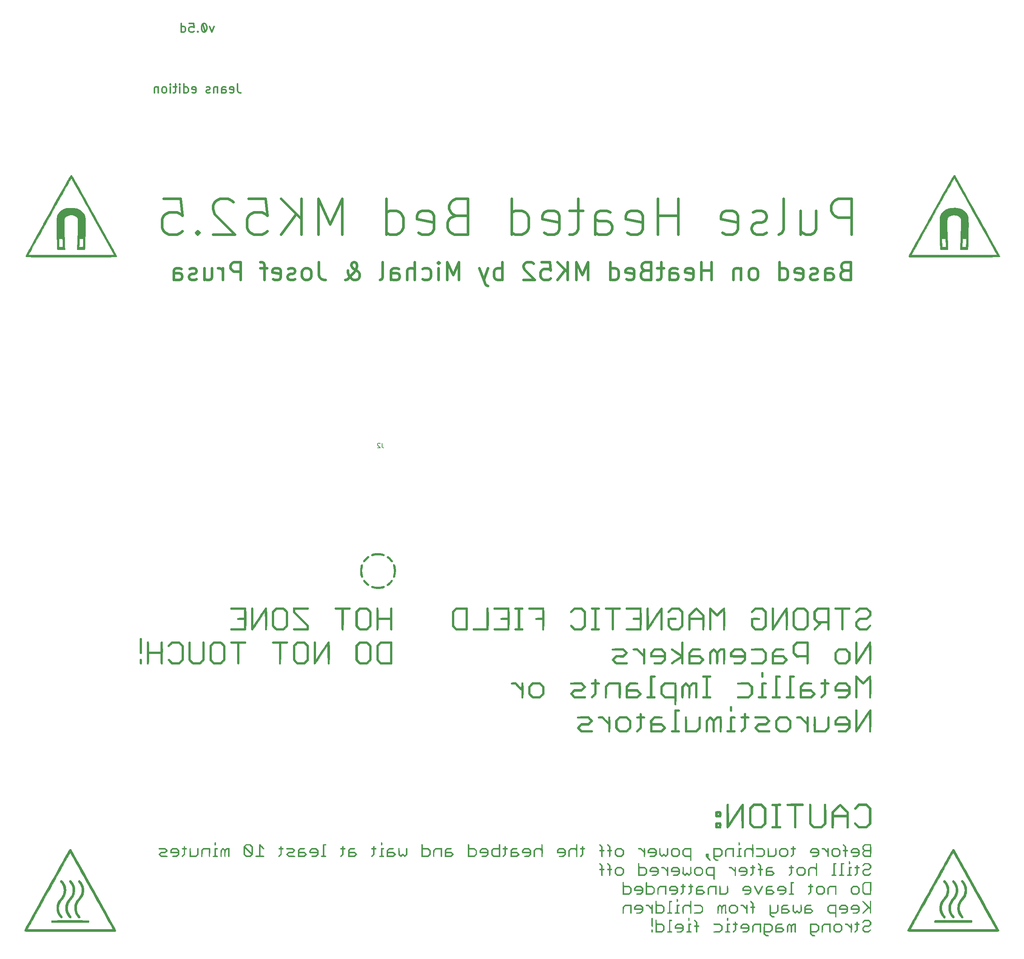
<source format=gbr>
%TF.GenerationSoftware,KiCad,Pcbnew,5.1.5*%
%TF.CreationDate,2020-05-06T17:45:38-07:00*%
%TF.ProjectId,Heatbed-MK52,48656174-6265-4642-9d4d-4b35322e6b69,rev?*%
%TF.SameCoordinates,Original*%
%TF.FileFunction,Legend,Bot*%
%TF.FilePolarity,Positive*%
%FSLAX46Y46*%
G04 Gerber Fmt 4.6, Leading zero omitted, Abs format (unit mm)*
G04 Created by KiCad (PCBNEW 5.1.5) date 2020-05-06 17:45:38*
%MOMM*%
%LPD*%
G04 APERTURE LIST*
%ADD10C,0.300000*%
%ADD11C,0.010000*%
%ADD12C,0.600000*%
%ADD13C,0.150000*%
G04 APERTURE END LIST*
D10*
X66047619Y224495238D02*
X66047619Y223066666D01*
X66142857Y222780952D01*
X66333333Y222590476D01*
X66619047Y222495238D01*
X66809523Y222495238D01*
X64333333Y222590476D02*
X64523809Y222495238D01*
X64904761Y222495238D01*
X65095238Y222590476D01*
X65190476Y222780952D01*
X65190476Y223542857D01*
X65095238Y223733333D01*
X64904761Y223828571D01*
X64523809Y223828571D01*
X64333333Y223733333D01*
X64238095Y223542857D01*
X64238095Y223352380D01*
X65190476Y223161904D01*
X62523809Y222495238D02*
X62523809Y223542857D01*
X62619047Y223733333D01*
X62809523Y223828571D01*
X63190476Y223828571D01*
X63380952Y223733333D01*
X62523809Y222590476D02*
X62714285Y222495238D01*
X63190476Y222495238D01*
X63380952Y222590476D01*
X63476190Y222780952D01*
X63476190Y222971428D01*
X63380952Y223161904D01*
X63190476Y223257142D01*
X62714285Y223257142D01*
X62523809Y223352380D01*
X61571428Y223828571D02*
X61571428Y222495238D01*
X61571428Y223638095D02*
X61476190Y223733333D01*
X61285714Y223828571D01*
X61000000Y223828571D01*
X60809523Y223733333D01*
X60714285Y223542857D01*
X60714285Y222495238D01*
X59857142Y222590476D02*
X59666666Y222495238D01*
X59285714Y222495238D01*
X59095238Y222590476D01*
X59000000Y222780952D01*
X59000000Y222876190D01*
X59095238Y223066666D01*
X59285714Y223161904D01*
X59571428Y223161904D01*
X59761904Y223257142D01*
X59857142Y223447619D01*
X59857142Y223542857D01*
X59761904Y223733333D01*
X59571428Y223828571D01*
X59285714Y223828571D01*
X59095238Y223733333D01*
X55857142Y222590476D02*
X56047619Y222495238D01*
X56428571Y222495238D01*
X56619047Y222590476D01*
X56714285Y222780952D01*
X56714285Y223542857D01*
X56619047Y223733333D01*
X56428571Y223828571D01*
X56047619Y223828571D01*
X55857142Y223733333D01*
X55761904Y223542857D01*
X55761904Y223352380D01*
X56714285Y223161904D01*
X54047619Y222495238D02*
X54047619Y224495238D01*
X54047619Y222590476D02*
X54238095Y222495238D01*
X54619047Y222495238D01*
X54809523Y222590476D01*
X54904761Y222685714D01*
X55000000Y222876190D01*
X55000000Y223447619D01*
X54904761Y223638095D01*
X54809523Y223733333D01*
X54619047Y223828571D01*
X54238095Y223828571D01*
X54047619Y223733333D01*
X53095238Y222495238D02*
X53095238Y223828571D01*
X53095238Y224495238D02*
X53190476Y224400000D01*
X53095238Y224304761D01*
X53000000Y224400000D01*
X53095238Y224495238D01*
X53095238Y224304761D01*
X52428571Y223828571D02*
X51666666Y223828571D01*
X52142857Y224495238D02*
X52142857Y222780952D01*
X52047619Y222590476D01*
X51857142Y222495238D01*
X51666666Y222495238D01*
X51000000Y222495238D02*
X51000000Y223828571D01*
X51000000Y224495238D02*
X51095238Y224400000D01*
X51000000Y224304761D01*
X50904761Y224400000D01*
X51000000Y224495238D01*
X51000000Y224304761D01*
X49761904Y222495238D02*
X49952380Y222590476D01*
X50047619Y222685714D01*
X50142857Y222876190D01*
X50142857Y223447619D01*
X50047619Y223638095D01*
X49952380Y223733333D01*
X49761904Y223828571D01*
X49476190Y223828571D01*
X49285714Y223733333D01*
X49190476Y223638095D01*
X49095238Y223447619D01*
X49095238Y222876190D01*
X49190476Y222685714D01*
X49285714Y222590476D01*
X49476190Y222495238D01*
X49761904Y222495238D01*
X48238095Y223828571D02*
X48238095Y222495238D01*
X48238095Y223638095D02*
X48142857Y223733333D01*
X47952380Y223828571D01*
X47666666Y223828571D01*
X47476190Y223733333D01*
X47380952Y223542857D01*
X47380952Y222495238D01*
X58750000Y236250000D02*
X58250000Y238000000D01*
X60761904Y237428571D02*
X60285714Y236095238D01*
X59809523Y237428571D01*
X58666666Y238095238D02*
X58476190Y238095238D01*
X58285714Y238000000D01*
X58190476Y237904761D01*
X58095238Y237714285D01*
X58000000Y237333333D01*
X58000000Y236857142D01*
X58095238Y236476190D01*
X58190476Y236285714D01*
X58285714Y236190476D01*
X58476190Y236095238D01*
X58666666Y236095238D01*
X58857142Y236190476D01*
X58952380Y236285714D01*
X59047619Y236476190D01*
X59142857Y236857142D01*
X59142857Y237333333D01*
X59047619Y237714285D01*
X58952380Y237904761D01*
X58857142Y238000000D01*
X58666666Y238095238D01*
X57142857Y236285714D02*
X57047619Y236190476D01*
X57142857Y236095238D01*
X57238095Y236190476D01*
X57142857Y236285714D01*
X57142857Y236095238D01*
X55238095Y238095238D02*
X56190476Y238095238D01*
X56285714Y237142857D01*
X56190476Y237238095D01*
X56000000Y237333333D01*
X55523809Y237333333D01*
X55333333Y237238095D01*
X55238095Y237142857D01*
X55142857Y236952380D01*
X55142857Y236476190D01*
X55238095Y236285714D01*
X55333333Y236190476D01*
X55523809Y236095238D01*
X56000000Y236095238D01*
X56190476Y236190476D01*
X56285714Y236285714D01*
X53428571Y236095238D02*
X53428571Y238095238D01*
X53428571Y236190476D02*
X53619047Y236095238D01*
X54000000Y236095238D01*
X54190476Y236190476D01*
X54285714Y236285714D01*
X54380952Y236476190D01*
X54380952Y237047619D01*
X54285714Y237238095D01*
X54190476Y237333333D01*
X54000000Y237428571D01*
X53619047Y237428571D01*
X53428571Y237333333D01*
D11*
%TO.C,G\002A\002A\002A*%
G36*
X194886816Y36238637D02*
G01*
X194671280Y36230319D01*
X194530363Y36216034D01*
X194459122Y36195439D01*
X194452800Y36190533D01*
X194435903Y36146409D01*
X194422740Y36047645D01*
X194413041Y35888086D01*
X194406535Y35661578D01*
X194402951Y35361966D01*
X194402000Y35035727D01*
X194402000Y33931721D01*
X194667723Y33668360D01*
X194933445Y33405000D01*
X195198218Y33405000D01*
X195358562Y33411224D01*
X195450183Y33432120D01*
X195487358Y33468500D01*
X195501422Y33566669D01*
X195449124Y33627681D01*
X195324789Y33655863D01*
X195237643Y33659000D01*
X195105122Y33664134D01*
X195012602Y33689678D01*
X194926271Y33750840D01*
X194834148Y33840519D01*
X194708915Y33990966D01*
X194657688Y34113206D01*
X194656000Y34136852D01*
X194656000Y34251666D01*
X195864946Y34251666D01*
X196128307Y34517389D01*
X196391667Y34783111D01*
X196391667Y35631038D01*
X196137667Y35631038D01*
X196137667Y34868705D01*
X195959520Y34687186D01*
X195781372Y34505666D01*
X194656000Y34505666D01*
X194656000Y35987333D01*
X195774629Y35987333D01*
X195956148Y35809186D01*
X196137667Y35631038D01*
X196391667Y35631038D01*
X196391667Y35714612D01*
X196125945Y35977973D01*
X195860223Y36241333D01*
X195181912Y36241333D01*
X194886816Y36238637D01*
G37*
X194886816Y36238637D02*
X194671280Y36230319D01*
X194530363Y36216034D01*
X194459122Y36195439D01*
X194452800Y36190533D01*
X194435903Y36146409D01*
X194422740Y36047645D01*
X194413041Y35888086D01*
X194406535Y35661578D01*
X194402951Y35361966D01*
X194402000Y35035727D01*
X194402000Y33931721D01*
X194667723Y33668360D01*
X194933445Y33405000D01*
X195198218Y33405000D01*
X195358562Y33411224D01*
X195450183Y33432120D01*
X195487358Y33468500D01*
X195501422Y33566669D01*
X195449124Y33627681D01*
X195324789Y33655863D01*
X195237643Y33659000D01*
X195105122Y33664134D01*
X195012602Y33689678D01*
X194926271Y33750840D01*
X194834148Y33840519D01*
X194708915Y33990966D01*
X194657688Y34113206D01*
X194656000Y34136852D01*
X194656000Y34251666D01*
X195864946Y34251666D01*
X196128307Y34517389D01*
X196391667Y34783111D01*
X196391667Y35631038D01*
X196137667Y35631038D01*
X196137667Y34868705D01*
X195959520Y34687186D01*
X195781372Y34505666D01*
X194656000Y34505666D01*
X194656000Y35987333D01*
X195774629Y35987333D01*
X195956148Y35809186D01*
X196137667Y35631038D01*
X196391667Y35631038D01*
X196391667Y35714612D01*
X196125945Y35977973D01*
X195860223Y36241333D01*
X195181912Y36241333D01*
X194886816Y36238637D01*
G36*
X184521905Y36238923D02*
G01*
X184313890Y36232169D01*
X184158780Y36221784D01*
X184069119Y36208483D01*
X184052422Y36200491D01*
X184045562Y36148792D01*
X184039123Y36023947D01*
X184033392Y35837476D01*
X184028655Y35600899D01*
X184025200Y35325737D01*
X184023342Y35032440D01*
X184019504Y33905232D01*
X184267011Y33655116D01*
X184514517Y33405000D01*
X184775242Y33405000D01*
X184955091Y33415031D01*
X185061670Y33446357D01*
X185088667Y33468500D01*
X185119731Y33547785D01*
X185074510Y33609383D01*
X184960467Y33648058D01*
X184817131Y33659000D01*
X184687638Y33664483D01*
X184595955Y33691116D01*
X184508670Y33754178D01*
X184420148Y33840519D01*
X184294915Y33990966D01*
X184243688Y34113206D01*
X184242000Y34136852D01*
X184242000Y34251666D01*
X185450946Y34251666D01*
X185714307Y34517389D01*
X185977667Y34783111D01*
X185977667Y35631038D01*
X185723667Y35631038D01*
X185723667Y34868705D01*
X185545520Y34687186D01*
X185367372Y34505666D01*
X184242000Y34505666D01*
X184242000Y35987333D01*
X185360629Y35987333D01*
X185542148Y35809186D01*
X185723667Y35631038D01*
X185977667Y35631038D01*
X185977667Y35726560D01*
X185720280Y35983946D01*
X185462894Y36241333D01*
X184770279Y36241333D01*
X184521905Y36238923D01*
G37*
X184521905Y36238923D02*
X184313890Y36232169D01*
X184158780Y36221784D01*
X184069119Y36208483D01*
X184052422Y36200491D01*
X184045562Y36148792D01*
X184039123Y36023947D01*
X184033392Y35837476D01*
X184028655Y35600899D01*
X184025200Y35325737D01*
X184023342Y35032440D01*
X184019504Y33905232D01*
X184267011Y33655116D01*
X184514517Y33405000D01*
X184775242Y33405000D01*
X184955091Y33415031D01*
X185061670Y33446357D01*
X185088667Y33468500D01*
X185119731Y33547785D01*
X185074510Y33609383D01*
X184960467Y33648058D01*
X184817131Y33659000D01*
X184687638Y33664483D01*
X184595955Y33691116D01*
X184508670Y33754178D01*
X184420148Y33840519D01*
X184294915Y33990966D01*
X184243688Y34113206D01*
X184242000Y34136852D01*
X184242000Y34251666D01*
X185450946Y34251666D01*
X185714307Y34517389D01*
X185977667Y34783111D01*
X185977667Y35631038D01*
X185723667Y35631038D01*
X185723667Y34868705D01*
X185545520Y34687186D01*
X185367372Y34505666D01*
X184242000Y34505666D01*
X184242000Y35987333D01*
X185360629Y35987333D01*
X185542148Y35809186D01*
X185723667Y35631038D01*
X185977667Y35631038D01*
X185977667Y35726560D01*
X185720280Y35983946D01*
X185462894Y36241333D01*
X184770279Y36241333D01*
X184521905Y36238923D01*
G36*
X206372978Y36845908D02*
G01*
X206226371Y36688553D01*
X206148147Y36572144D01*
X206135950Y36491098D01*
X206187424Y36439837D01*
X206199466Y36434762D01*
X206266914Y36443312D01*
X206368997Y36512550D01*
X206486547Y36620733D01*
X206702496Y36834000D01*
X207508151Y36834000D01*
X207664909Y36673465D01*
X207761618Y36562583D01*
X207808193Y36465677D01*
X207821498Y36344961D01*
X207821667Y36322223D01*
X207812586Y36196736D01*
X207773973Y36102356D01*
X207688780Y36002179D01*
X207661132Y35974758D01*
X207500597Y35818000D01*
X206630048Y35818000D01*
X206379191Y35578723D01*
X206128334Y35339445D01*
X206128334Y34730221D01*
X206379191Y34490944D01*
X206630048Y34251666D01*
X207559982Y34251666D01*
X207807241Y34509084D01*
X207954467Y34674571D01*
X208033688Y34795066D01*
X208046296Y34874082D01*
X207993681Y34915134D01*
X207969783Y34919981D01*
X207882907Y34893547D01*
X207756501Y34797186D01*
X207675041Y34718897D01*
X207465017Y34505666D01*
X206738984Y34505666D01*
X206539492Y34708204D01*
X206404404Y34863926D01*
X206342369Y34994607D01*
X206353472Y35118146D01*
X206437795Y35252441D01*
X206542538Y35364508D01*
X206745075Y35564000D01*
X207591484Y35564000D01*
X207833576Y35808644D01*
X208075667Y36053288D01*
X208075667Y36603817D01*
X207831023Y36845908D01*
X207586379Y37088000D01*
X206617622Y37088000D01*
X206372978Y36845908D01*
G37*
X206372978Y36845908D02*
X206226371Y36688553D01*
X206148147Y36572144D01*
X206135950Y36491098D01*
X206187424Y36439837D01*
X206199466Y36434762D01*
X206266914Y36443312D01*
X206368997Y36512550D01*
X206486547Y36620733D01*
X206702496Y36834000D01*
X207508151Y36834000D01*
X207664909Y36673465D01*
X207761618Y36562583D01*
X207808193Y36465677D01*
X207821498Y36344961D01*
X207821667Y36322223D01*
X207812586Y36196736D01*
X207773973Y36102356D01*
X207688780Y36002179D01*
X207661132Y35974758D01*
X207500597Y35818000D01*
X206630048Y35818000D01*
X206379191Y35578723D01*
X206128334Y35339445D01*
X206128334Y34730221D01*
X206379191Y34490944D01*
X206630048Y34251666D01*
X207559982Y34251666D01*
X207807241Y34509084D01*
X207954467Y34674571D01*
X208033688Y34795066D01*
X208046296Y34874082D01*
X207993681Y34915134D01*
X207969783Y34919981D01*
X207882907Y34893547D01*
X207756501Y34797186D01*
X207675041Y34718897D01*
X207465017Y34505666D01*
X206738984Y34505666D01*
X206539492Y34708204D01*
X206404404Y34863926D01*
X206342369Y34994607D01*
X206353472Y35118146D01*
X206437795Y35252441D01*
X206542538Y35364508D01*
X206745075Y35564000D01*
X207591484Y35564000D01*
X207833576Y35808644D01*
X208075667Y36053288D01*
X208075667Y36603817D01*
X207831023Y36845908D01*
X207586379Y37088000D01*
X206617622Y37088000D01*
X206372978Y36845908D01*
G36*
X204880040Y36649565D02*
G01*
X204834029Y36592767D01*
X204816351Y36464100D01*
X204816000Y36435481D01*
X204816000Y36245972D01*
X204614917Y36233069D01*
X204492970Y36220839D01*
X204433646Y36196083D01*
X204414905Y36145786D01*
X204413834Y36114333D01*
X204422204Y36049613D01*
X204462008Y36015836D01*
X204555288Y35999987D01*
X204614917Y35995597D01*
X204816000Y35982694D01*
X204816000Y34862317D01*
X204604334Y34653833D01*
X204466851Y34502528D01*
X204402069Y34389865D01*
X204408890Y34312987D01*
X204459774Y34277307D01*
X204529041Y34292613D01*
X204645532Y34374545D01*
X204798440Y34512321D01*
X205070000Y34773087D01*
X205070000Y35987333D01*
X205234150Y35987333D01*
X205360518Y36003690D01*
X205445816Y36045254D01*
X205451000Y36050833D01*
X205478630Y36129176D01*
X205433533Y36193514D01*
X205327575Y36233424D01*
X205234150Y36241333D01*
X205127956Y36245925D01*
X205081606Y36276244D01*
X205070282Y36357109D01*
X205070000Y36405483D01*
X205048076Y36546003D01*
X204989548Y36634342D01*
X204905287Y36656532D01*
X204880040Y36649565D01*
G37*
X204880040Y36649565D02*
X204834029Y36592767D01*
X204816351Y36464100D01*
X204816000Y36435481D01*
X204816000Y36245972D01*
X204614917Y36233069D01*
X204492970Y36220839D01*
X204433646Y36196083D01*
X204414905Y36145786D01*
X204413834Y36114333D01*
X204422204Y36049613D01*
X204462008Y36015836D01*
X204555288Y35999987D01*
X204614917Y35995597D01*
X204816000Y35982694D01*
X204816000Y34862317D01*
X204604334Y34653833D01*
X204466851Y34502528D01*
X204402069Y34389865D01*
X204408890Y34312987D01*
X204459774Y34277307D01*
X204529041Y34292613D01*
X204645532Y34374545D01*
X204798440Y34512321D01*
X205070000Y34773087D01*
X205070000Y35987333D01*
X205234150Y35987333D01*
X205360518Y36003690D01*
X205445816Y36045254D01*
X205451000Y36050833D01*
X205478630Y36129176D01*
X205433533Y36193514D01*
X205327575Y36233424D01*
X205234150Y36241333D01*
X205127956Y36245925D01*
X205081606Y36276244D01*
X205070282Y36357109D01*
X205070000Y36405483D01*
X205048076Y36546003D01*
X204989548Y36634342D01*
X204905287Y36656532D01*
X204880040Y36649565D01*
G36*
X202526891Y36232964D02*
G01*
X202379909Y36223899D01*
X202298378Y36208635D01*
X202263110Y36178805D01*
X202254915Y36126041D01*
X202254834Y36114333D01*
X202261660Y36053268D01*
X202295903Y36019816D01*
X202378213Y36003478D01*
X202487667Y35995935D01*
X202584273Y35989076D01*
X202660750Y35973984D01*
X202732455Y35940790D01*
X202814745Y35879622D01*
X202922975Y35780611D01*
X203072503Y35633887D01*
X203112084Y35594604D01*
X203503667Y35205839D01*
X203503667Y34779553D01*
X203509458Y34544816D01*
X203528291Y34384933D01*
X203562361Y34290790D01*
X203613859Y34253271D01*
X203630667Y34251666D01*
X203678901Y34277735D01*
X203706867Y34302466D01*
X203725678Y34351414D01*
X203739834Y34459822D01*
X203749662Y34633783D01*
X203755488Y34879389D01*
X203757640Y35202730D01*
X203757667Y35249783D01*
X203756775Y35556391D01*
X203753628Y35788879D01*
X203747522Y35957776D01*
X203737752Y36073616D01*
X203723614Y36146929D01*
X203704404Y36188246D01*
X203694167Y36199000D01*
X203613543Y36233733D01*
X203554298Y36188055D01*
X203517378Y36063718D01*
X203503727Y35862475D01*
X203503667Y35845501D01*
X203503667Y35544702D01*
X203151307Y35895232D01*
X202798948Y36245761D01*
X202526891Y36232964D01*
G37*
X202526891Y36232964D02*
X202379909Y36223899D01*
X202298378Y36208635D01*
X202263110Y36178805D01*
X202254915Y36126041D01*
X202254834Y36114333D01*
X202261660Y36053268D01*
X202295903Y36019816D01*
X202378213Y36003478D01*
X202487667Y35995935D01*
X202584273Y35989076D01*
X202660750Y35973984D01*
X202732455Y35940790D01*
X202814745Y35879622D01*
X202922975Y35780611D01*
X203072503Y35633887D01*
X203112084Y35594604D01*
X203503667Y35205839D01*
X203503667Y34779553D01*
X203509458Y34544816D01*
X203528291Y34384933D01*
X203562361Y34290790D01*
X203613859Y34253271D01*
X203630667Y34251666D01*
X203678901Y34277735D01*
X203706867Y34302466D01*
X203725678Y34351414D01*
X203739834Y34459822D01*
X203749662Y34633783D01*
X203755488Y34879389D01*
X203757640Y35202730D01*
X203757667Y35249783D01*
X203756775Y35556391D01*
X203753628Y35788879D01*
X203747522Y35957776D01*
X203737752Y36073616D01*
X203723614Y36146929D01*
X203704404Y36188246D01*
X203694167Y36199000D01*
X203613543Y36233733D01*
X203554298Y36188055D01*
X203517378Y36063718D01*
X203503727Y35862475D01*
X203503667Y35845501D01*
X203503667Y35544702D01*
X203151307Y35895232D01*
X202798948Y36245761D01*
X202526891Y36232964D01*
G36*
X199872361Y35975611D02*
G01*
X199609000Y35709889D01*
X199609000Y34778387D01*
X199874723Y34515027D01*
X200140445Y34251666D01*
X201071946Y34251666D01*
X201335307Y34517389D01*
X201598667Y34783111D01*
X201598667Y35631038D01*
X201344667Y35631038D01*
X201344667Y34868705D01*
X201166520Y34687186D01*
X200988372Y34505666D01*
X200219295Y34505666D01*
X200041148Y34687186D01*
X199863000Y34868705D01*
X199863000Y35624295D01*
X200041148Y35805814D01*
X200219295Y35987333D01*
X200981629Y35987333D01*
X201163148Y35809186D01*
X201344667Y35631038D01*
X201598667Y35631038D01*
X201598667Y35714612D01*
X201332945Y35977973D01*
X201067223Y36241333D01*
X200135721Y36241333D01*
X199872361Y35975611D01*
G37*
X199872361Y35975611D02*
X199609000Y35709889D01*
X199609000Y34778387D01*
X199874723Y34515027D01*
X200140445Y34251666D01*
X201071946Y34251666D01*
X201335307Y34517389D01*
X201598667Y34783111D01*
X201598667Y35631038D01*
X201344667Y35631038D01*
X201344667Y34868705D01*
X201166520Y34687186D01*
X200988372Y34505666D01*
X200219295Y34505666D01*
X200041148Y34687186D01*
X199863000Y34868705D01*
X199863000Y35624295D01*
X200041148Y35805814D01*
X200219295Y35987333D01*
X200981629Y35987333D01*
X201163148Y35809186D01*
X201344667Y35631038D01*
X201598667Y35631038D01*
X201598667Y35714612D01*
X201332945Y35977973D01*
X201067223Y36241333D01*
X200135721Y36241333D01*
X199872361Y35975611D01*
G36*
X197272384Y36000303D02*
G01*
X197026667Y35757150D01*
X197026667Y35030104D01*
X197027850Y34751226D01*
X197032842Y34546799D01*
X197043811Y34406626D01*
X197062920Y34320507D01*
X197092337Y34278243D01*
X197134228Y34269637D01*
X197185417Y34282597D01*
X197207116Y34314519D01*
X197222551Y34398641D01*
X197232412Y34543717D01*
X197237388Y34758505D01*
X197238334Y34954640D01*
X197238334Y35608225D01*
X197587784Y35987333D01*
X198720000Y35987333D01*
X198720000Y35186024D01*
X198721003Y34898104D01*
X198724602Y34683231D01*
X198731688Y34529802D01*
X198743150Y34426217D01*
X198759878Y34360871D01*
X198782760Y34322163D01*
X198786524Y34318190D01*
X198841969Y34265159D01*
X198875955Y34259578D01*
X198921914Y34287076D01*
X198940070Y34318386D01*
X198953291Y34391678D01*
X198961946Y34515501D01*
X198966401Y34698404D01*
X198967026Y34948935D01*
X198964247Y35270678D01*
X198952834Y36220166D01*
X198235467Y36231811D01*
X197518100Y36243455D01*
X197272384Y36000303D01*
G37*
X197272384Y36000303D02*
X197026667Y35757150D01*
X197026667Y35030104D01*
X197027850Y34751226D01*
X197032842Y34546799D01*
X197043811Y34406626D01*
X197062920Y34320507D01*
X197092337Y34278243D01*
X197134228Y34269637D01*
X197185417Y34282597D01*
X197207116Y34314519D01*
X197222551Y34398641D01*
X197232412Y34543717D01*
X197237388Y34758505D01*
X197238334Y34954640D01*
X197238334Y35608225D01*
X197587784Y35987333D01*
X198720000Y35987333D01*
X198720000Y35186024D01*
X198721003Y34898104D01*
X198724602Y34683231D01*
X198731688Y34529802D01*
X198743150Y34426217D01*
X198759878Y34360871D01*
X198782760Y34322163D01*
X198786524Y34318190D01*
X198841969Y34265159D01*
X198875955Y34259578D01*
X198921914Y34287076D01*
X198940070Y34318386D01*
X198953291Y34391678D01*
X198961946Y34515501D01*
X198966401Y34698404D01*
X198967026Y34948935D01*
X198964247Y35270678D01*
X198952834Y36220166D01*
X198235467Y36231811D01*
X197518100Y36243455D01*
X197272384Y36000303D01*
G36*
X190382299Y36052769D02*
G01*
X190186605Y35860018D01*
X189999489Y36050675D01*
X189895099Y36150203D01*
X189809915Y36219190D01*
X189767047Y36241333D01*
X189718678Y36213013D01*
X189628075Y36137338D01*
X189511422Y36028241D01*
X189458361Y35975611D01*
X189195000Y35709889D01*
X189195000Y35047301D01*
X189196468Y34784939D01*
X189201616Y34594664D01*
X189211559Y34463936D01*
X189227413Y34380216D01*
X189250296Y34330963D01*
X189259726Y34319989D01*
X189337730Y34277548D01*
X189386726Y34279161D01*
X189410929Y34302210D01*
X189428173Y34357631D01*
X189439517Y34457106D01*
X189446018Y34612319D01*
X189448732Y34834953D01*
X189449000Y34967271D01*
X189449000Y35631484D01*
X189609641Y35788345D01*
X189770282Y35945207D01*
X189927141Y35784568D01*
X190084000Y35623930D01*
X190084000Y34963494D01*
X190085302Y34705655D01*
X190089917Y34520739D01*
X190098911Y34397033D01*
X190113351Y34322825D01*
X190134301Y34286400D01*
X190146275Y34279161D01*
X190223311Y34286562D01*
X190273275Y34319989D01*
X190299102Y34361151D01*
X190317320Y34433073D01*
X190329089Y34548467D01*
X190335570Y34720041D01*
X190337922Y34960505D01*
X190338000Y35029266D01*
X190338000Y35673817D01*
X190498535Y35830575D01*
X190628970Y35937873D01*
X190744902Y35983435D01*
X190794869Y35987333D01*
X190930667Y35987333D01*
X190930667Y35170300D01*
X190932643Y34850512D01*
X190938801Y34609407D01*
X190949486Y34441087D01*
X190965044Y34339656D01*
X190981467Y34302466D01*
X191052534Y34255278D01*
X191115466Y34284939D01*
X191137991Y34309933D01*
X191155602Y34365913D01*
X191167924Y34487981D01*
X191175130Y34680760D01*
X191177395Y34948869D01*
X191174924Y35294183D01*
X191163500Y36220166D01*
X190870747Y36232844D01*
X190577994Y36245521D01*
X190382299Y36052769D01*
G37*
X190382299Y36052769D02*
X190186605Y35860018D01*
X189999489Y36050675D01*
X189895099Y36150203D01*
X189809915Y36219190D01*
X189767047Y36241333D01*
X189718678Y36213013D01*
X189628075Y36137338D01*
X189511422Y36028241D01*
X189458361Y35975611D01*
X189195000Y35709889D01*
X189195000Y35047301D01*
X189196468Y34784939D01*
X189201616Y34594664D01*
X189211559Y34463936D01*
X189227413Y34380216D01*
X189250296Y34330963D01*
X189259726Y34319989D01*
X189337730Y34277548D01*
X189386726Y34279161D01*
X189410929Y34302210D01*
X189428173Y34357631D01*
X189439517Y34457106D01*
X189446018Y34612319D01*
X189448732Y34834953D01*
X189449000Y34967271D01*
X189449000Y35631484D01*
X189609641Y35788345D01*
X189770282Y35945207D01*
X189927141Y35784568D01*
X190084000Y35623930D01*
X190084000Y34963494D01*
X190085302Y34705655D01*
X190089917Y34520739D01*
X190098911Y34397033D01*
X190113351Y34322825D01*
X190134301Y34286400D01*
X190146275Y34279161D01*
X190223311Y34286562D01*
X190273275Y34319989D01*
X190299102Y34361151D01*
X190317320Y34433073D01*
X190329089Y34548467D01*
X190335570Y34720041D01*
X190337922Y34960505D01*
X190338000Y35029266D01*
X190338000Y35673817D01*
X190498535Y35830575D01*
X190628970Y35937873D01*
X190744902Y35983435D01*
X190794869Y35987333D01*
X190930667Y35987333D01*
X190930667Y35170300D01*
X190932643Y34850512D01*
X190938801Y34609407D01*
X190949486Y34441087D01*
X190965044Y34339656D01*
X190981467Y34302466D01*
X191052534Y34255278D01*
X191115466Y34284939D01*
X191137991Y34309933D01*
X191155602Y34365913D01*
X191167924Y34487981D01*
X191175130Y34680760D01*
X191177395Y34948869D01*
X191174924Y35294183D01*
X191163500Y36220166D01*
X190870747Y36232844D01*
X190577994Y36245521D01*
X190382299Y36052769D01*
G36*
X186871357Y35985249D02*
G01*
X186612667Y35726560D01*
X186612667Y35014809D01*
X186613649Y34749157D01*
X186617311Y34556341D01*
X186624725Y34424546D01*
X186636964Y34341959D01*
X186655101Y34296763D01*
X186679630Y34277362D01*
X186743478Y34268532D01*
X186875741Y34261011D01*
X187060168Y34255369D01*
X187280511Y34252174D01*
X187413753Y34251666D01*
X188080914Y34251666D01*
X188343839Y34525476D01*
X188472978Y34662764D01*
X188547144Y34762667D01*
X188555837Y34802295D01*
X188280562Y34802295D01*
X188136810Y34653981D01*
X187993058Y34505666D01*
X186866667Y34505666D01*
X186866667Y35140666D01*
X187950151Y35140666D01*
X188115356Y34971481D01*
X188280562Y34802295D01*
X188555837Y34802295D01*
X188565319Y34845512D01*
X188526483Y34931626D01*
X188429619Y35041335D01*
X188312175Y35157294D01*
X188100319Y35364422D01*
X187483493Y35355886D01*
X186866667Y35347349D01*
X186866667Y35489194D01*
X186882622Y35592038D01*
X186940223Y35691998D01*
X187046584Y35807596D01*
X187226500Y35984155D01*
X187671000Y35996327D01*
X187868751Y36002383D01*
X187996941Y36010207D01*
X188070648Y36023803D01*
X188104950Y36047173D01*
X188114922Y36084320D01*
X188115500Y36114333D01*
X188115500Y36220166D01*
X187622773Y36232053D01*
X187130046Y36243939D01*
X186871357Y35985249D01*
G37*
X186871357Y35985249D02*
X186612667Y35726560D01*
X186612667Y35014809D01*
X186613649Y34749157D01*
X186617311Y34556341D01*
X186624725Y34424546D01*
X186636964Y34341959D01*
X186655101Y34296763D01*
X186679630Y34277362D01*
X186743478Y34268532D01*
X186875741Y34261011D01*
X187060168Y34255369D01*
X187280511Y34252174D01*
X187413753Y34251666D01*
X188080914Y34251666D01*
X188343839Y34525476D01*
X188472978Y34662764D01*
X188547144Y34762667D01*
X188555837Y34802295D01*
X188280562Y34802295D01*
X188136810Y34653981D01*
X187993058Y34505666D01*
X186866667Y34505666D01*
X186866667Y35140666D01*
X187950151Y35140666D01*
X188115356Y34971481D01*
X188280562Y34802295D01*
X188555837Y34802295D01*
X188565319Y34845512D01*
X188526483Y34931626D01*
X188429619Y35041335D01*
X188312175Y35157294D01*
X188100319Y35364422D01*
X187483493Y35355886D01*
X186866667Y35347349D01*
X186866667Y35489194D01*
X186882622Y35592038D01*
X186940223Y35691998D01*
X187046584Y35807596D01*
X187226500Y35984155D01*
X187671000Y35996327D01*
X187868751Y36002383D01*
X187996941Y36010207D01*
X188070648Y36023803D01*
X188104950Y36047173D01*
X188114922Y36084320D01*
X188115500Y36114333D01*
X188115500Y36220166D01*
X187622773Y36232053D01*
X187130046Y36243939D01*
X186871357Y35985249D01*
G36*
X181669028Y35975611D02*
G01*
X181405667Y35709889D01*
X181405667Y35028294D01*
X181407045Y34762808D01*
X181411873Y34569912D01*
X181421192Y34437563D01*
X181436044Y34353717D01*
X181457470Y34306333D01*
X181469167Y34294000D01*
X181536924Y34262640D01*
X181596167Y34294000D01*
X181621499Y34330411D01*
X181639376Y34399038D01*
X181650930Y34512267D01*
X181657291Y34682479D01*
X181659593Y34922060D01*
X181659667Y34988869D01*
X181659667Y35631038D01*
X181841186Y35809186D01*
X182022705Y35987333D01*
X183141334Y35987333D01*
X183141334Y35145196D01*
X183142244Y34850886D01*
X183145477Y34630762D01*
X183151786Y34474353D01*
X183161922Y34371194D01*
X183176639Y34310815D01*
X183196690Y34282750D01*
X183203609Y34279161D01*
X183280645Y34286562D01*
X183330609Y34319989D01*
X183352920Y34354805D01*
X183369617Y34415771D01*
X183381447Y34513771D01*
X183389159Y34659684D01*
X183393499Y34864394D01*
X183395214Y35138782D01*
X183395334Y35262224D01*
X183393569Y35592603D01*
X183388052Y35844442D01*
X183378451Y36023801D01*
X183364437Y36136736D01*
X183345676Y36189307D01*
X183344534Y36190533D01*
X183286771Y36212388D01*
X183160461Y36227890D01*
X182960636Y36237384D01*
X182682326Y36241216D01*
X182613061Y36241333D01*
X181932388Y36241333D01*
X181669028Y35975611D01*
G37*
X181669028Y35975611D02*
X181405667Y35709889D01*
X181405667Y35028294D01*
X181407045Y34762808D01*
X181411873Y34569912D01*
X181421192Y34437563D01*
X181436044Y34353717D01*
X181457470Y34306333D01*
X181469167Y34294000D01*
X181536924Y34262640D01*
X181596167Y34294000D01*
X181621499Y34330411D01*
X181639376Y34399038D01*
X181650930Y34512267D01*
X181657291Y34682479D01*
X181659593Y34922060D01*
X181659667Y34988869D01*
X181659667Y35631038D01*
X181841186Y35809186D01*
X182022705Y35987333D01*
X183141334Y35987333D01*
X183141334Y35145196D01*
X183142244Y34850886D01*
X183145477Y34630762D01*
X183151786Y34474353D01*
X183161922Y34371194D01*
X183176639Y34310815D01*
X183196690Y34282750D01*
X183203609Y34279161D01*
X183280645Y34286562D01*
X183330609Y34319989D01*
X183352920Y34354805D01*
X183369617Y34415771D01*
X183381447Y34513771D01*
X183389159Y34659684D01*
X183393499Y34864394D01*
X183395214Y35138782D01*
X183395334Y35262224D01*
X183393569Y35592603D01*
X183388052Y35844442D01*
X183378451Y36023801D01*
X183364437Y36136736D01*
X183345676Y36189307D01*
X183344534Y36190533D01*
X183286771Y36212388D01*
X183160461Y36227890D01*
X182960636Y36237384D01*
X182682326Y36241216D01*
X182613061Y36241333D01*
X181932388Y36241333D01*
X181669028Y35975611D01*
G36*
X179065425Y35996689D02*
G01*
X178823334Y35752045D01*
X178823334Y35140666D01*
X180516667Y35140666D01*
X180516667Y35001314D01*
X180500084Y34899292D01*
X180440794Y34798334D01*
X180335148Y34683814D01*
X180153629Y34505666D01*
X179719986Y34505666D01*
X179515639Y34503257D01*
X179381509Y34494691D01*
X179303245Y34477963D01*
X179266501Y34451069D01*
X179261769Y34441627D01*
X179250163Y34365355D01*
X179288766Y34311229D01*
X179386010Y34276243D01*
X179550326Y34257391D01*
X179790142Y34251668D01*
X179794600Y34251666D01*
X180247499Y34251666D01*
X180770667Y34771602D01*
X180770667Y35490686D01*
X180516667Y35490686D01*
X180516667Y35350334D01*
X179056167Y35373500D01*
X179042956Y35488011D01*
X179052983Y35578193D01*
X179111116Y35681307D01*
X179207097Y35794928D01*
X179384450Y35987333D01*
X180153629Y35987333D01*
X180335148Y35809186D01*
X180446561Y35687283D01*
X180502251Y35587523D01*
X180516667Y35490686D01*
X180770667Y35490686D01*
X180770667Y35752045D01*
X180528576Y35996689D01*
X180286484Y36241333D01*
X179307517Y36241333D01*
X179065425Y35996689D01*
G37*
X179065425Y35996689D02*
X178823334Y35752045D01*
X178823334Y35140666D01*
X180516667Y35140666D01*
X180516667Y35001314D01*
X180500084Y34899292D01*
X180440794Y34798334D01*
X180335148Y34683814D01*
X180153629Y34505666D01*
X179719986Y34505666D01*
X179515639Y34503257D01*
X179381509Y34494691D01*
X179303245Y34477963D01*
X179266501Y34451069D01*
X179261769Y34441627D01*
X179250163Y34365355D01*
X179288766Y34311229D01*
X179386010Y34276243D01*
X179550326Y34257391D01*
X179790142Y34251668D01*
X179794600Y34251666D01*
X180247499Y34251666D01*
X180770667Y34771602D01*
X180770667Y35490686D01*
X180516667Y35490686D01*
X180516667Y35350334D01*
X179056167Y35373500D01*
X179042956Y35488011D01*
X179052983Y35578193D01*
X179111116Y35681307D01*
X179207097Y35794928D01*
X179384450Y35987333D01*
X180153629Y35987333D01*
X180335148Y35809186D01*
X180446561Y35687283D01*
X180502251Y35587523D01*
X180516667Y35490686D01*
X180770667Y35490686D01*
X180770667Y35752045D01*
X180528576Y35996689D01*
X180286484Y36241333D01*
X179307517Y36241333D01*
X179065425Y35996689D01*
G36*
X177580622Y36651707D02*
G01*
X177532600Y36602699D01*
X177512442Y36493757D01*
X177511000Y36435481D01*
X177511000Y36245972D01*
X177309917Y36233069D01*
X177187970Y36220839D01*
X177128646Y36196083D01*
X177109905Y36145786D01*
X177108834Y36114333D01*
X177117204Y36049613D01*
X177157008Y36015836D01*
X177250288Y35999987D01*
X177309917Y35995597D01*
X177511000Y35982694D01*
X177511000Y34862317D01*
X177299334Y34653833D01*
X177161851Y34502528D01*
X177097069Y34389865D01*
X177103890Y34312987D01*
X177154774Y34277307D01*
X177224041Y34292613D01*
X177340532Y34374545D01*
X177493440Y34512321D01*
X177765000Y34773087D01*
X177765000Y35987333D01*
X177929150Y35987333D01*
X178055518Y36003690D01*
X178140816Y36045254D01*
X178146000Y36050833D01*
X178173630Y36129176D01*
X178128533Y36193514D01*
X178022575Y36233424D01*
X177929150Y36241333D01*
X177822872Y36246423D01*
X177776472Y36275761D01*
X177765220Y36350451D01*
X177765000Y36381409D01*
X177744437Y36519448D01*
X177691046Y36617591D01*
X177617276Y36657588D01*
X177580622Y36651707D01*
G37*
X177580622Y36651707D02*
X177532600Y36602699D01*
X177512442Y36493757D01*
X177511000Y36435481D01*
X177511000Y36245972D01*
X177309917Y36233069D01*
X177187970Y36220839D01*
X177128646Y36196083D01*
X177109905Y36145786D01*
X177108834Y36114333D01*
X177117204Y36049613D01*
X177157008Y36015836D01*
X177250288Y35999987D01*
X177309917Y35995597D01*
X177511000Y35982694D01*
X177511000Y34862317D01*
X177299334Y34653833D01*
X177161851Y34502528D01*
X177097069Y34389865D01*
X177103890Y34312987D01*
X177154774Y34277307D01*
X177224041Y34292613D01*
X177340532Y34374545D01*
X177493440Y34512321D01*
X177765000Y34773087D01*
X177765000Y35987333D01*
X177929150Y35987333D01*
X178055518Y36003690D01*
X178140816Y36045254D01*
X178146000Y36050833D01*
X178173630Y36129176D01*
X178128533Y36193514D01*
X178022575Y36233424D01*
X177929150Y36241333D01*
X177822872Y36246423D01*
X177776472Y36275761D01*
X177765220Y36350451D01*
X177765000Y36381409D01*
X177744437Y36519448D01*
X177691046Y36617591D01*
X177617276Y36657588D01*
X177580622Y36651707D01*
G36*
X176087041Y36233023D02*
G01*
X176075588Y36232532D01*
X175796500Y36220166D01*
X175785048Y35365200D01*
X175773595Y34510234D01*
X175573762Y34497367D01*
X175444404Y34481136D01*
X175378865Y34448217D01*
X175358799Y34404906D01*
X175359699Y34343191D01*
X175397322Y34300229D01*
X175482922Y34272892D01*
X175627753Y34258053D01*
X175843068Y34252583D01*
X175907734Y34252315D01*
X176131561Y34255507D01*
X176282487Y34266729D01*
X176372013Y34287308D01*
X176405881Y34309801D01*
X176443150Y34396172D01*
X176404532Y34462269D01*
X176297927Y34499972D01*
X176215305Y34505666D01*
X176029334Y34505666D01*
X176029334Y35987333D01*
X176193484Y35987333D01*
X176332588Y36006384D01*
X176417307Y36056719D01*
X176436186Y36128111D01*
X176408855Y36179615D01*
X176352562Y36216867D01*
X176251574Y36233672D01*
X176087041Y36233023D01*
G37*
X176087041Y36233023D02*
X176075588Y36232532D01*
X175796500Y36220166D01*
X175785048Y35365200D01*
X175773595Y34510234D01*
X175573762Y34497367D01*
X175444404Y34481136D01*
X175378865Y34448217D01*
X175358799Y34404906D01*
X175359699Y34343191D01*
X175397322Y34300229D01*
X175482922Y34272892D01*
X175627753Y34258053D01*
X175843068Y34252583D01*
X175907734Y34252315D01*
X176131561Y34255507D01*
X176282487Y34266729D01*
X176372013Y34287308D01*
X176405881Y34309801D01*
X176443150Y34396172D01*
X176404532Y34462269D01*
X176297927Y34499972D01*
X176215305Y34505666D01*
X176029334Y34505666D01*
X176029334Y35987333D01*
X176193484Y35987333D01*
X176332588Y36006384D01*
X176417307Y36056719D01*
X176436186Y36128111D01*
X176408855Y36179615D01*
X176352562Y36216867D01*
X176251574Y36233672D01*
X176087041Y36233023D01*
G36*
X173238476Y36239955D02*
G01*
X173045579Y36235128D01*
X172913230Y36225808D01*
X172829385Y36210956D01*
X172782001Y36189530D01*
X172769667Y36177833D01*
X172738308Y36110077D01*
X172769667Y36050833D01*
X172806078Y36025501D01*
X172874706Y36007624D01*
X172987934Y35996071D01*
X173158147Y35989709D01*
X173397727Y35987407D01*
X173464537Y35987333D01*
X174106706Y35987333D01*
X174463000Y35624295D01*
X174463000Y34861961D01*
X174281481Y34683814D01*
X174099962Y34505666D01*
X173461165Y34505666D01*
X173207918Y34504348D01*
X173026236Y34499541D01*
X172903045Y34489963D01*
X172825274Y34474336D01*
X172779849Y34451379D01*
X172765865Y34437586D01*
X172733608Y34377446D01*
X172769083Y34326562D01*
X172789940Y34310586D01*
X172846774Y34286257D01*
X172947450Y34269087D01*
X173102916Y34258204D01*
X173324121Y34252738D01*
X173530398Y34251666D01*
X174190280Y34251666D01*
X174453640Y34517389D01*
X174717000Y34783111D01*
X174717000Y35714612D01*
X174451278Y35977973D01*
X174185556Y36241333D01*
X173503962Y36241333D01*
X173238476Y36239955D01*
G37*
X173238476Y36239955D02*
X173045579Y36235128D01*
X172913230Y36225808D01*
X172829385Y36210956D01*
X172782001Y36189530D01*
X172769667Y36177833D01*
X172738308Y36110077D01*
X172769667Y36050833D01*
X172806078Y36025501D01*
X172874706Y36007624D01*
X172987934Y35996071D01*
X173158147Y35989709D01*
X173397727Y35987407D01*
X173464537Y35987333D01*
X174106706Y35987333D01*
X174463000Y35624295D01*
X174463000Y34861961D01*
X174281481Y34683814D01*
X174099962Y34505666D01*
X173461165Y34505666D01*
X173207918Y34504348D01*
X173026236Y34499541D01*
X172903045Y34489963D01*
X172825274Y34474336D01*
X172779849Y34451379D01*
X172765865Y34437586D01*
X172733608Y34377446D01*
X172769083Y34326562D01*
X172789940Y34310586D01*
X172846774Y34286257D01*
X172947450Y34269087D01*
X173102916Y34258204D01*
X173324121Y34252738D01*
X173530398Y34251666D01*
X174190280Y34251666D01*
X174453640Y34517389D01*
X174717000Y34783111D01*
X174717000Y35714612D01*
X174451278Y35977973D01*
X174185556Y36241333D01*
X173503962Y36241333D01*
X173238476Y36239955D01*
G36*
X168418673Y36998960D02*
G01*
X168417419Y36992885D01*
X168438676Y36924215D01*
X168511408Y36816353D01*
X168618016Y36692948D01*
X168832667Y36465986D01*
X168832667Y35818000D01*
X168673917Y35817352D01*
X168514226Y35800152D01*
X168429596Y35748883D01*
X168416133Y35664760D01*
X168445766Y35612663D01*
X168522933Y35584069D01*
X168631965Y35572264D01*
X168832667Y35559361D01*
X168832667Y34956314D01*
X168835484Y34688358D01*
X168845175Y34494597D01*
X168863601Y34364706D01*
X168892622Y34288363D01*
X168934099Y34255244D01*
X168959667Y34251666D01*
X169007901Y34277735D01*
X169035867Y34302466D01*
X169059271Y34365308D01*
X169075333Y34501975D01*
X169084340Y34716197D01*
X169086667Y34958633D01*
X169086667Y35564000D01*
X169278496Y35564000D01*
X169420206Y35576827D01*
X169489241Y35616938D01*
X169494899Y35628039D01*
X169492564Y35717293D01*
X169420382Y35783694D01*
X169292320Y35816369D01*
X169250817Y35818000D01*
X169086667Y35818000D01*
X169086667Y36609445D01*
X168832574Y36851809D01*
X168666394Y36995329D01*
X168543079Y37067333D01*
X168461035Y37068363D01*
X168418673Y36998960D01*
G37*
X168418673Y36998960D02*
X168417419Y36992885D01*
X168438676Y36924215D01*
X168511408Y36816353D01*
X168618016Y36692948D01*
X168832667Y36465986D01*
X168832667Y35818000D01*
X168673917Y35817352D01*
X168514226Y35800152D01*
X168429596Y35748883D01*
X168416133Y35664760D01*
X168445766Y35612663D01*
X168522933Y35584069D01*
X168631965Y35572264D01*
X168832667Y35559361D01*
X168832667Y34956314D01*
X168835484Y34688358D01*
X168845175Y34494597D01*
X168863601Y34364706D01*
X168892622Y34288363D01*
X168934099Y34255244D01*
X168959667Y34251666D01*
X169007901Y34277735D01*
X169035867Y34302466D01*
X169059271Y34365308D01*
X169075333Y34501975D01*
X169084340Y34716197D01*
X169086667Y34958633D01*
X169086667Y35564000D01*
X169278496Y35564000D01*
X169420206Y35576827D01*
X169489241Y35616938D01*
X169494899Y35628039D01*
X169492564Y35717293D01*
X169420382Y35783694D01*
X169292320Y35816369D01*
X169250817Y35818000D01*
X169086667Y35818000D01*
X169086667Y36609445D01*
X168832574Y36851809D01*
X168666394Y36995329D01*
X168543079Y37067333D01*
X168461035Y37068363D01*
X168418673Y36998960D01*
G36*
X167095247Y34505666D02*
G01*
X166904295Y34505666D01*
X166760652Y34487863D01*
X166685978Y34438170D01*
X166685758Y34362166D01*
X166716448Y34314627D01*
X166761938Y34284827D01*
X166848591Y34265564D01*
X166990441Y34255098D01*
X167201525Y34251687D01*
X167224000Y34251666D01*
X167441884Y34254537D01*
X167589293Y34264309D01*
X167680263Y34282724D01*
X167728828Y34311522D01*
X167731553Y34314627D01*
X167771830Y34401994D01*
X167734790Y34465871D01*
X167625846Y34500780D01*
X167542829Y34505666D01*
X167351000Y34505666D01*
X167351000Y35987333D01*
X167509750Y35987981D01*
X167668492Y36003748D01*
X167753695Y36047965D01*
X167761951Y36118395D01*
X167748553Y36144878D01*
X167704904Y36186719D01*
X167626110Y36210054D01*
X167492033Y36219362D01*
X167409887Y36220166D01*
X167118167Y36220166D01*
X167095247Y34505666D01*
G37*
X167095247Y34505666D02*
X166904295Y34505666D01*
X166760652Y34487863D01*
X166685978Y34438170D01*
X166685758Y34362166D01*
X166716448Y34314627D01*
X166761938Y34284827D01*
X166848591Y34265564D01*
X166990441Y34255098D01*
X167201525Y34251687D01*
X167224000Y34251666D01*
X167441884Y34254537D01*
X167589293Y34264309D01*
X167680263Y34282724D01*
X167728828Y34311522D01*
X167731553Y34314627D01*
X167771830Y34401994D01*
X167734790Y34465871D01*
X167625846Y34500780D01*
X167542829Y34505666D01*
X167351000Y34505666D01*
X167351000Y35987333D01*
X167509750Y35987981D01*
X167668492Y36003748D01*
X167753695Y36047965D01*
X167761951Y36118395D01*
X167748553Y36144878D01*
X167704904Y36186719D01*
X167626110Y36210054D01*
X167492033Y36219362D01*
X167409887Y36220166D01*
X167118167Y36220166D01*
X167095247Y34505666D01*
G36*
X164320155Y35976750D02*
G01*
X164064589Y35712166D01*
X164074411Y35458166D01*
X164080207Y35317622D01*
X164085202Y35212666D01*
X164087783Y35172416D01*
X164129119Y35162762D01*
X164242375Y35154290D01*
X164414808Y35147476D01*
X164633674Y35142796D01*
X164886230Y35140726D01*
X164938000Y35140666D01*
X165784667Y35140666D01*
X165784667Y35001314D01*
X165767876Y34898650D01*
X165707923Y34797110D01*
X165604750Y34685403D01*
X165424834Y34508845D01*
X164980830Y34496672D01*
X164780778Y34489691D01*
X164650089Y34479857D01*
X164573460Y34464113D01*
X164535587Y34439402D01*
X164521582Y34404906D01*
X164522467Y34342992D01*
X164560361Y34299952D01*
X164646522Y34272632D01*
X164792205Y34257879D01*
X165008665Y34252539D01*
X165066223Y34252315D01*
X165511946Y34251666D01*
X165775307Y34517389D01*
X166038667Y34783111D01*
X166038667Y35490686D01*
X165784667Y35490686D01*
X165784667Y35350334D01*
X164324167Y35373500D01*
X164310235Y35495485D01*
X164315942Y35582359D01*
X164362698Y35671964D01*
X164463032Y35787247D01*
X164477799Y35802402D01*
X164659295Y35987333D01*
X165421629Y35987333D01*
X165603148Y35809186D01*
X165714561Y35687283D01*
X165770251Y35587523D01*
X165784667Y35490686D01*
X166038667Y35490686D01*
X166038667Y35726560D01*
X165781280Y35983946D01*
X165523894Y36241333D01*
X164575721Y36241333D01*
X164320155Y35976750D01*
G37*
X164320155Y35976750D02*
X164064589Y35712166D01*
X164074411Y35458166D01*
X164080207Y35317622D01*
X164085202Y35212666D01*
X164087783Y35172416D01*
X164129119Y35162762D01*
X164242375Y35154290D01*
X164414808Y35147476D01*
X164633674Y35142796D01*
X164886230Y35140726D01*
X164938000Y35140666D01*
X165784667Y35140666D01*
X165784667Y35001314D01*
X165767876Y34898650D01*
X165707923Y34797110D01*
X165604750Y34685403D01*
X165424834Y34508845D01*
X164980830Y34496672D01*
X164780778Y34489691D01*
X164650089Y34479857D01*
X164573460Y34464113D01*
X164535587Y34439402D01*
X164521582Y34404906D01*
X164522467Y34342992D01*
X164560361Y34299952D01*
X164646522Y34272632D01*
X164792205Y34257879D01*
X165008665Y34252539D01*
X165066223Y34252315D01*
X165511946Y34251666D01*
X165775307Y34517389D01*
X166038667Y34783111D01*
X166038667Y35490686D01*
X165784667Y35490686D01*
X165784667Y35350334D01*
X164324167Y35373500D01*
X164310235Y35495485D01*
X164315942Y35582359D01*
X164362698Y35671964D01*
X164463032Y35787247D01*
X164477799Y35802402D01*
X164659295Y35987333D01*
X165421629Y35987333D01*
X165603148Y35809186D01*
X165714561Y35687283D01*
X165770251Y35587523D01*
X165784667Y35490686D01*
X166038667Y35490686D01*
X166038667Y35726560D01*
X165781280Y35983946D01*
X165523894Y36241333D01*
X164575721Y36241333D01*
X164320155Y35976750D01*
G36*
X162957894Y37087844D02*
G01*
X162845526Y37073628D01*
X162783202Y37047360D01*
X162777809Y37035083D01*
X162777583Y36980625D01*
X162777528Y36852597D01*
X162777633Y36662095D01*
X162777889Y36420216D01*
X162778286Y36138058D01*
X162778813Y35826715D01*
X162778963Y35746283D01*
X162781307Y34510400D01*
X162579451Y34497450D01*
X162449446Y34481385D01*
X162383293Y34449022D01*
X162362466Y34404906D01*
X162363684Y34342243D01*
X162402785Y34298916D01*
X162491071Y34271671D01*
X162639847Y34257253D01*
X162860416Y34252408D01*
X162892393Y34252315D01*
X163102728Y34254959D01*
X163244696Y34265096D01*
X163334433Y34284902D01*
X163388071Y34316556D01*
X163391271Y34319652D01*
X163432811Y34396433D01*
X163398212Y34457519D01*
X163295551Y34495931D01*
X163175984Y34505666D01*
X162990667Y34505666D01*
X162990667Y36834000D01*
X163156977Y36834000D01*
X163294853Y36852674D01*
X163391609Y36900892D01*
X163432042Y36966953D01*
X163410278Y37028985D01*
X163346498Y37060578D01*
X163233256Y37081080D01*
X163095430Y37090248D01*
X162957894Y37087844D01*
G37*
X162957894Y37087844D02*
X162845526Y37073628D01*
X162783202Y37047360D01*
X162777809Y37035083D01*
X162777583Y36980625D01*
X162777528Y36852597D01*
X162777633Y36662095D01*
X162777889Y36420216D01*
X162778286Y36138058D01*
X162778813Y35826715D01*
X162778963Y35746283D01*
X162781307Y34510400D01*
X162579451Y34497450D01*
X162449446Y34481385D01*
X162383293Y34449022D01*
X162362466Y34404906D01*
X162363684Y34342243D01*
X162402785Y34298916D01*
X162491071Y34271671D01*
X162639847Y34257253D01*
X162860416Y34252408D01*
X162892393Y34252315D01*
X163102728Y34254959D01*
X163244696Y34265096D01*
X163334433Y34284902D01*
X163388071Y34316556D01*
X163391271Y34319652D01*
X163432811Y34396433D01*
X163398212Y34457519D01*
X163295551Y34495931D01*
X163175984Y34505666D01*
X162990667Y34505666D01*
X162990667Y36834000D01*
X163156977Y36834000D01*
X163294853Y36852674D01*
X163391609Y36900892D01*
X163432042Y36966953D01*
X163410278Y37028985D01*
X163346498Y37060578D01*
X163233256Y37081080D01*
X163095430Y37090248D01*
X162957894Y37087844D01*
G36*
X159740982Y35717230D02*
G01*
X159738613Y35299345D01*
X159739203Y34961448D01*
X159742873Y34698908D01*
X159749745Y34507094D01*
X159759940Y34381373D01*
X159773580Y34317115D01*
X159777915Y34309646D01*
X159817075Y34286649D01*
X159897599Y34270198D01*
X160030161Y34259448D01*
X160225437Y34253554D01*
X160494101Y34251671D01*
X160509990Y34251666D01*
X161193946Y34251666D01*
X161457307Y34517389D01*
X161720667Y34783111D01*
X161720667Y35631038D01*
X161466667Y35631038D01*
X161466667Y34868705D01*
X161288520Y34687186D01*
X161110372Y34505666D01*
X159985000Y34505666D01*
X159985000Y35987333D01*
X161103629Y35987333D01*
X161285148Y35809186D01*
X161466667Y35631038D01*
X161720667Y35631038D01*
X161720667Y35714612D01*
X161454945Y35977973D01*
X161189223Y36241333D01*
X159988066Y36241333D01*
X159975950Y36654083D01*
X159969622Y36843294D01*
X159961096Y36963514D01*
X159945903Y37030385D01*
X159919572Y37059553D01*
X159877632Y37066661D01*
X159858000Y37066833D01*
X159752167Y37066833D01*
X159740982Y35717230D01*
G37*
X159740982Y35717230D02*
X159738613Y35299345D01*
X159739203Y34961448D01*
X159742873Y34698908D01*
X159749745Y34507094D01*
X159759940Y34381373D01*
X159773580Y34317115D01*
X159777915Y34309646D01*
X159817075Y34286649D01*
X159897599Y34270198D01*
X160030161Y34259448D01*
X160225437Y34253554D01*
X160494101Y34251671D01*
X160509990Y34251666D01*
X161193946Y34251666D01*
X161457307Y34517389D01*
X161720667Y34783111D01*
X161720667Y35631038D01*
X161466667Y35631038D01*
X161466667Y34868705D01*
X161288520Y34687186D01*
X161110372Y34505666D01*
X159985000Y34505666D01*
X159985000Y35987333D01*
X161103629Y35987333D01*
X161285148Y35809186D01*
X161466667Y35631038D01*
X161720667Y35631038D01*
X161720667Y35714612D01*
X161454945Y35977973D01*
X161189223Y36241333D01*
X159988066Y36241333D01*
X159975950Y36654083D01*
X159969622Y36843294D01*
X159961096Y36963514D01*
X159945903Y37030385D01*
X159919572Y37059553D01*
X159877632Y37066661D01*
X159858000Y37066833D01*
X159752167Y37066833D01*
X159740982Y35717230D01*
G36*
X158916787Y34913045D02*
G01*
X158868333Y34843681D01*
X158845654Y34705244D01*
X158842649Y34603940D01*
X158858408Y34426572D01*
X158905839Y34320973D01*
X158908524Y34318190D01*
X158963965Y34265160D01*
X158998197Y34259720D01*
X159045173Y34287854D01*
X159076891Y34343947D01*
X159089791Y34465917D01*
X159087506Y34614852D01*
X159077244Y34772737D01*
X159059840Y34864549D01*
X159029718Y34908865D01*
X158995240Y34922144D01*
X158916787Y34913045D01*
G37*
X158916787Y34913045D02*
X158868333Y34843681D01*
X158845654Y34705244D01*
X158842649Y34603940D01*
X158858408Y34426572D01*
X158905839Y34320973D01*
X158908524Y34318190D01*
X158963965Y34265160D01*
X158998197Y34259720D01*
X159045173Y34287854D01*
X159076891Y34343947D01*
X159089791Y34465917D01*
X159087506Y34614852D01*
X159077244Y34772737D01*
X159059840Y34864549D01*
X159029718Y34908865D01*
X158995240Y34922144D01*
X158916787Y34913045D01*
G36*
X226438125Y52949598D02*
G01*
X226404933Y52936516D01*
X226378220Y52897092D01*
X226312662Y52787457D01*
X226210414Y52611476D01*
X226073628Y52373016D01*
X225904457Y52075944D01*
X225705055Y51724126D01*
X225477575Y51321430D01*
X225224171Y50871721D01*
X224946995Y50378866D01*
X224648201Y49846733D01*
X224329941Y49279187D01*
X223994371Y48680095D01*
X223643641Y48053324D01*
X223279907Y47402740D01*
X222905321Y46732210D01*
X222522036Y46045601D01*
X222132205Y45346780D01*
X221737982Y44639612D01*
X221341521Y43927965D01*
X220944974Y43215705D01*
X220550494Y42506699D01*
X220160235Y41804813D01*
X219776350Y41113914D01*
X219400993Y40437869D01*
X219036316Y39780544D01*
X218684473Y39145806D01*
X218347617Y38537522D01*
X218027901Y37959558D01*
X217727479Y37415781D01*
X217448504Y36910057D01*
X217193129Y36446253D01*
X216963507Y36028236D01*
X216761792Y35659872D01*
X216590136Y35345028D01*
X216450694Y35087570D01*
X216345618Y34891366D01*
X216277062Y34760281D01*
X216247179Y34698183D01*
X216246000Y34693981D01*
X216273952Y34620603D01*
X216330667Y34548000D01*
X216340580Y34538854D01*
X216353453Y34530392D01*
X216372478Y34522587D01*
X216400848Y34515412D01*
X216441753Y34508842D01*
X216498387Y34502848D01*
X216573941Y34497405D01*
X216671606Y34492487D01*
X216794575Y34488066D01*
X216946040Y34484116D01*
X217129191Y34480611D01*
X217347222Y34477524D01*
X217603324Y34474828D01*
X217900689Y34472498D01*
X218242509Y34470505D01*
X218631975Y34468825D01*
X219072280Y34467430D01*
X219566615Y34466294D01*
X220118173Y34465390D01*
X220730145Y34464691D01*
X221405722Y34464172D01*
X222148097Y34463806D01*
X222960463Y34463565D01*
X223846009Y34463424D01*
X224807929Y34463356D01*
X225849415Y34463335D01*
X226511834Y34463333D01*
X227602444Y34463340D01*
X228611580Y34463377D01*
X229542433Y34463471D01*
X230398195Y34463648D01*
X231182057Y34463936D01*
X231897213Y34464361D01*
X232546852Y34464949D01*
X233134169Y34465727D01*
X233662353Y34466721D01*
X234134597Y34467958D01*
X234554094Y34469464D01*
X234924034Y34471267D01*
X235247610Y34473392D01*
X235528014Y34475866D01*
X235768437Y34478716D01*
X235972071Y34481967D01*
X236142109Y34485648D01*
X236281741Y34489784D01*
X236394161Y34494401D01*
X236482559Y34499527D01*
X236550128Y34505188D01*
X236600059Y34511411D01*
X236635545Y34518221D01*
X236659777Y34525646D01*
X236675947Y34533712D01*
X236687247Y34542445D01*
X236693000Y34548000D01*
X236755615Y34629542D01*
X236777667Y34690253D01*
X236757381Y34731990D01*
X236697709Y34844488D01*
X236616552Y34994689D01*
X236058000Y34994689D01*
X236016296Y34992505D01*
X235893698Y34990377D01*
X235693981Y34988313D01*
X235420916Y34986322D01*
X235078278Y34984415D01*
X234669841Y34982600D01*
X234199376Y34980886D01*
X233670658Y34979283D01*
X233087461Y34977800D01*
X232453556Y34976445D01*
X231772718Y34975229D01*
X231048720Y34974161D01*
X230285336Y34973249D01*
X229486338Y34972503D01*
X228655500Y34971933D01*
X227796595Y34971547D01*
X226913397Y34971354D01*
X226507305Y34971333D01*
X225411274Y34971415D01*
X224397130Y34971671D01*
X223462095Y34972116D01*
X222603388Y34972767D01*
X221818232Y34973637D01*
X221103847Y34974744D01*
X220457454Y34976101D01*
X219876273Y34977726D01*
X219357526Y34979632D01*
X218898433Y34981836D01*
X218496216Y34984353D01*
X218148094Y34987198D01*
X217851290Y34990387D01*
X217603024Y34993935D01*
X217400517Y34997858D01*
X217240990Y35002171D01*
X217121663Y35006889D01*
X217039758Y35012029D01*
X216992495Y35017604D01*
X216977096Y35023632D01*
X216977197Y35024250D01*
X216998818Y35064275D01*
X217059310Y35174253D01*
X217156466Y35350207D01*
X217288077Y35588158D01*
X217451935Y35884128D01*
X217645830Y36234141D01*
X217867555Y36634217D01*
X218114901Y37080380D01*
X218385659Y37568651D01*
X218677620Y38095052D01*
X218988577Y38655607D01*
X219316321Y39246336D01*
X219658643Y39863262D01*
X220013335Y40502408D01*
X220378188Y41159796D01*
X220750993Y41831447D01*
X221129543Y42513384D01*
X221511628Y43201629D01*
X221895041Y43892204D01*
X222277572Y44581132D01*
X222657012Y45264435D01*
X223031155Y45938135D01*
X223397790Y46598253D01*
X223754710Y47240813D01*
X224099706Y47861837D01*
X224430569Y48457346D01*
X224745091Y49023362D01*
X225041063Y49555909D01*
X225316277Y50051008D01*
X225568524Y50504682D01*
X225795597Y50912952D01*
X225995285Y51271841D01*
X226165381Y51577371D01*
X226303676Y51825564D01*
X226407962Y52012442D01*
X226476030Y52134028D01*
X226505672Y52186344D01*
X226506792Y52188142D01*
X226527776Y52152683D01*
X226587619Y52047145D01*
X226684120Y51875490D01*
X226815077Y51641683D01*
X226978288Y51349685D01*
X227171552Y51003462D01*
X227392666Y50606977D01*
X227639429Y50164192D01*
X227909640Y49679072D01*
X228201096Y49155580D01*
X228511596Y48597679D01*
X228838937Y48009333D01*
X229180919Y47394506D01*
X229535339Y46757160D01*
X229899995Y46101259D01*
X230272687Y45430767D01*
X230651211Y44749648D01*
X231033367Y44061864D01*
X231416952Y43371379D01*
X231799766Y42682157D01*
X232179605Y41998161D01*
X232554268Y41323355D01*
X232921554Y40661702D01*
X233279261Y40017165D01*
X233625186Y39393708D01*
X233957129Y38795295D01*
X234272887Y38225889D01*
X234570259Y37689453D01*
X234847042Y37189951D01*
X235101036Y36731346D01*
X235330038Y36317602D01*
X235531847Y35952683D01*
X235704260Y35640551D01*
X235845077Y35385171D01*
X235952095Y35190505D01*
X236023112Y35060517D01*
X236055928Y34999171D01*
X236058000Y34994689D01*
X236616552Y34994689D01*
X236600431Y35024524D01*
X236467326Y35268872D01*
X236300175Y35574310D01*
X236100757Y35937612D01*
X235870853Y36355555D01*
X235612241Y36824915D01*
X235326701Y37342467D01*
X235016014Y37904988D01*
X234681959Y38509253D01*
X234326315Y39152038D01*
X233950864Y39830120D01*
X233557384Y40540273D01*
X233147655Y41279275D01*
X232723456Y42043900D01*
X232286569Y42830925D01*
X231843400Y43628797D01*
X231394407Y44436992D01*
X230955558Y45227075D01*
X230528679Y45995751D01*
X230115599Y46739722D01*
X229718146Y47455692D01*
X229338147Y48140364D01*
X228977431Y48790442D01*
X228637825Y49402629D01*
X228321158Y49973629D01*
X228029258Y50500145D01*
X227763951Y50978881D01*
X227527067Y51406540D01*
X227320433Y51779825D01*
X227145877Y52095441D01*
X227005227Y52350090D01*
X226900311Y52540475D01*
X226832957Y52663302D01*
X226805384Y52714492D01*
X226696073Y52874794D01*
X226572943Y52953557D01*
X226438125Y52949598D01*
G37*
X226438125Y52949598D02*
X226404933Y52936516D01*
X226378220Y52897092D01*
X226312662Y52787457D01*
X226210414Y52611476D01*
X226073628Y52373016D01*
X225904457Y52075944D01*
X225705055Y51724126D01*
X225477575Y51321430D01*
X225224171Y50871721D01*
X224946995Y50378866D01*
X224648201Y49846733D01*
X224329941Y49279187D01*
X223994371Y48680095D01*
X223643641Y48053324D01*
X223279907Y47402740D01*
X222905321Y46732210D01*
X222522036Y46045601D01*
X222132205Y45346780D01*
X221737982Y44639612D01*
X221341521Y43927965D01*
X220944974Y43215705D01*
X220550494Y42506699D01*
X220160235Y41804813D01*
X219776350Y41113914D01*
X219400993Y40437869D01*
X219036316Y39780544D01*
X218684473Y39145806D01*
X218347617Y38537522D01*
X218027901Y37959558D01*
X217727479Y37415781D01*
X217448504Y36910057D01*
X217193129Y36446253D01*
X216963507Y36028236D01*
X216761792Y35659872D01*
X216590136Y35345028D01*
X216450694Y35087570D01*
X216345618Y34891366D01*
X216277062Y34760281D01*
X216247179Y34698183D01*
X216246000Y34693981D01*
X216273952Y34620603D01*
X216330667Y34548000D01*
X216340580Y34538854D01*
X216353453Y34530392D01*
X216372478Y34522587D01*
X216400848Y34515412D01*
X216441753Y34508842D01*
X216498387Y34502848D01*
X216573941Y34497405D01*
X216671606Y34492487D01*
X216794575Y34488066D01*
X216946040Y34484116D01*
X217129191Y34480611D01*
X217347222Y34477524D01*
X217603324Y34474828D01*
X217900689Y34472498D01*
X218242509Y34470505D01*
X218631975Y34468825D01*
X219072280Y34467430D01*
X219566615Y34466294D01*
X220118173Y34465390D01*
X220730145Y34464691D01*
X221405722Y34464172D01*
X222148097Y34463806D01*
X222960463Y34463565D01*
X223846009Y34463424D01*
X224807929Y34463356D01*
X225849415Y34463335D01*
X226511834Y34463333D01*
X227602444Y34463340D01*
X228611580Y34463377D01*
X229542433Y34463471D01*
X230398195Y34463648D01*
X231182057Y34463936D01*
X231897213Y34464361D01*
X232546852Y34464949D01*
X233134169Y34465727D01*
X233662353Y34466721D01*
X234134597Y34467958D01*
X234554094Y34469464D01*
X234924034Y34471267D01*
X235247610Y34473392D01*
X235528014Y34475866D01*
X235768437Y34478716D01*
X235972071Y34481967D01*
X236142109Y34485648D01*
X236281741Y34489784D01*
X236394161Y34494401D01*
X236482559Y34499527D01*
X236550128Y34505188D01*
X236600059Y34511411D01*
X236635545Y34518221D01*
X236659777Y34525646D01*
X236675947Y34533712D01*
X236687247Y34542445D01*
X236693000Y34548000D01*
X236755615Y34629542D01*
X236777667Y34690253D01*
X236757381Y34731990D01*
X236697709Y34844488D01*
X236616552Y34994689D01*
X236058000Y34994689D01*
X236016296Y34992505D01*
X235893698Y34990377D01*
X235693981Y34988313D01*
X235420916Y34986322D01*
X235078278Y34984415D01*
X234669841Y34982600D01*
X234199376Y34980886D01*
X233670658Y34979283D01*
X233087461Y34977800D01*
X232453556Y34976445D01*
X231772718Y34975229D01*
X231048720Y34974161D01*
X230285336Y34973249D01*
X229486338Y34972503D01*
X228655500Y34971933D01*
X227796595Y34971547D01*
X226913397Y34971354D01*
X226507305Y34971333D01*
X225411274Y34971415D01*
X224397130Y34971671D01*
X223462095Y34972116D01*
X222603388Y34972767D01*
X221818232Y34973637D01*
X221103847Y34974744D01*
X220457454Y34976101D01*
X219876273Y34977726D01*
X219357526Y34979632D01*
X218898433Y34981836D01*
X218496216Y34984353D01*
X218148094Y34987198D01*
X217851290Y34990387D01*
X217603024Y34993935D01*
X217400517Y34997858D01*
X217240990Y35002171D01*
X217121663Y35006889D01*
X217039758Y35012029D01*
X216992495Y35017604D01*
X216977096Y35023632D01*
X216977197Y35024250D01*
X216998818Y35064275D01*
X217059310Y35174253D01*
X217156466Y35350207D01*
X217288077Y35588158D01*
X217451935Y35884128D01*
X217645830Y36234141D01*
X217867555Y36634217D01*
X218114901Y37080380D01*
X218385659Y37568651D01*
X218677620Y38095052D01*
X218988577Y38655607D01*
X219316321Y39246336D01*
X219658643Y39863262D01*
X220013335Y40502408D01*
X220378188Y41159796D01*
X220750993Y41831447D01*
X221129543Y42513384D01*
X221511628Y43201629D01*
X221895041Y43892204D01*
X222277572Y44581132D01*
X222657012Y45264435D01*
X223031155Y45938135D01*
X223397790Y46598253D01*
X223754710Y47240813D01*
X224099706Y47861837D01*
X224430569Y48457346D01*
X224745091Y49023362D01*
X225041063Y49555909D01*
X225316277Y50051008D01*
X225568524Y50504682D01*
X225795597Y50912952D01*
X225995285Y51271841D01*
X226165381Y51577371D01*
X226303676Y51825564D01*
X226407962Y52012442D01*
X226476030Y52134028D01*
X226505672Y52186344D01*
X226506792Y52188142D01*
X226527776Y52152683D01*
X226587619Y52047145D01*
X226684120Y51875490D01*
X226815077Y51641683D01*
X226978288Y51349685D01*
X227171552Y51003462D01*
X227392666Y50606977D01*
X227639429Y50164192D01*
X227909640Y49679072D01*
X228201096Y49155580D01*
X228511596Y48597679D01*
X228838937Y48009333D01*
X229180919Y47394506D01*
X229535339Y46757160D01*
X229899995Y46101259D01*
X230272687Y45430767D01*
X230651211Y44749648D01*
X231033367Y44061864D01*
X231416952Y43371379D01*
X231799766Y42682157D01*
X232179605Y41998161D01*
X232554268Y41323355D01*
X232921554Y40661702D01*
X233279261Y40017165D01*
X233625186Y39393708D01*
X233957129Y38795295D01*
X234272887Y38225889D01*
X234570259Y37689453D01*
X234847042Y37189951D01*
X235101036Y36731346D01*
X235330038Y36317602D01*
X235531847Y35952683D01*
X235704260Y35640551D01*
X235845077Y35385171D01*
X235952095Y35190505D01*
X236023112Y35060517D01*
X236055928Y34999171D01*
X236058000Y34994689D01*
X236616552Y34994689D01*
X236600431Y35024524D01*
X236467326Y35268872D01*
X236300175Y35574310D01*
X236100757Y35937612D01*
X235870853Y36355555D01*
X235612241Y36824915D01*
X235326701Y37342467D01*
X235016014Y37904988D01*
X234681959Y38509253D01*
X234326315Y39152038D01*
X233950864Y39830120D01*
X233557384Y40540273D01*
X233147655Y41279275D01*
X232723456Y42043900D01*
X232286569Y42830925D01*
X231843400Y43628797D01*
X231394407Y44436992D01*
X230955558Y45227075D01*
X230528679Y45995751D01*
X230115599Y46739722D01*
X229718146Y47455692D01*
X229338147Y48140364D01*
X228977431Y48790442D01*
X228637825Y49402629D01*
X228321158Y49973629D01*
X228029258Y50500145D01*
X227763951Y50978881D01*
X227527067Y51406540D01*
X227320433Y51779825D01*
X227145877Y52095441D01*
X227005227Y52350090D01*
X226900311Y52540475D01*
X226832957Y52663302D01*
X226805384Y52714492D01*
X226696073Y52874794D01*
X226572943Y52953557D01*
X226438125Y52949598D01*
G36*
X28463695Y52951455D02*
G01*
X28446931Y52943407D01*
X28426783Y52927539D01*
X28401663Y52901062D01*
X28369983Y52861190D01*
X28330154Y52805134D01*
X28280590Y52730107D01*
X28219701Y52633321D01*
X28145901Y52511988D01*
X28057600Y52363321D01*
X27953211Y52184532D01*
X27831146Y51972833D01*
X27689817Y51725437D01*
X27527635Y51439555D01*
X27343014Y51112400D01*
X27134364Y50741184D01*
X26900098Y50323120D01*
X26638627Y49855420D01*
X26348365Y49335296D01*
X26027722Y48759960D01*
X25675111Y48126625D01*
X25288943Y47432503D01*
X24867631Y46674806D01*
X24409587Y45850747D01*
X23913222Y44957537D01*
X23515823Y44242333D01*
X23069956Y43439910D01*
X22633375Y42654271D01*
X22207984Y41888837D01*
X21795685Y41147028D01*
X21398382Y40432267D01*
X21017975Y39747974D01*
X20656369Y39097570D01*
X20315466Y38484476D01*
X19997169Y37912114D01*
X19703379Y37383905D01*
X19436000Y36903269D01*
X19196935Y36473629D01*
X18988085Y36098405D01*
X18811355Y35781018D01*
X18668645Y35524889D01*
X18561860Y35333440D01*
X18492901Y35210092D01*
X18467573Y35165074D01*
X18353546Y34954575D01*
X18285415Y34799851D01*
X18260270Y34687495D01*
X18275198Y34604100D01*
X18327289Y34536258D01*
X18330417Y34533394D01*
X18343091Y34525797D01*
X18365786Y34518767D01*
X18401660Y34512282D01*
X18453870Y34506322D01*
X18525575Y34500863D01*
X18619931Y34495886D01*
X18740096Y34491368D01*
X18889229Y34487287D01*
X19070486Y34483623D01*
X19287026Y34480354D01*
X19542006Y34477457D01*
X19838584Y34474912D01*
X20179917Y34472697D01*
X20569164Y34470791D01*
X21009481Y34469171D01*
X21504026Y34467816D01*
X22055958Y34466706D01*
X22668433Y34465818D01*
X23344610Y34465130D01*
X24087646Y34464621D01*
X24900699Y34464270D01*
X25786926Y34464055D01*
X26749486Y34463955D01*
X27791535Y34463947D01*
X28501001Y34463981D01*
X29419905Y34464169D01*
X30316673Y34464605D01*
X31187612Y34465278D01*
X32029028Y34466176D01*
X32837229Y34467288D01*
X33608521Y34468602D01*
X34339212Y34470107D01*
X35025607Y34471790D01*
X35664014Y34473641D01*
X36250740Y34475648D01*
X36782091Y34477800D01*
X37254375Y34480084D01*
X37663898Y34482489D01*
X38006967Y34485003D01*
X38279889Y34487616D01*
X38478971Y34490316D01*
X38600519Y34493090D01*
X38640746Y34495731D01*
X38695348Y34555181D01*
X38738494Y34623967D01*
X38741608Y34638661D01*
X38738571Y34662937D01*
X38727903Y34699517D01*
X38708121Y34751126D01*
X38677746Y34820487D01*
X38635295Y34910323D01*
X38597167Y34987275D01*
X38065000Y34987275D01*
X38023296Y34985786D01*
X37900694Y34984334D01*
X37700966Y34982926D01*
X37427882Y34981569D01*
X37085212Y34980268D01*
X36676725Y34979030D01*
X36206193Y34977861D01*
X35677385Y34976767D01*
X35094071Y34975755D01*
X34460022Y34974830D01*
X33779007Y34974000D01*
X33054798Y34973270D01*
X32291163Y34972647D01*
X31491873Y34972137D01*
X30660698Y34971747D01*
X29801408Y34971482D01*
X28917774Y34971348D01*
X28498071Y34971333D01*
X18931142Y34971333D01*
X19068321Y35217739D01*
X19101572Y35277554D01*
X19174026Y35407956D01*
X19283777Y35605514D01*
X19428919Y35866799D01*
X19607548Y36188379D01*
X19817758Y36566825D01*
X20057643Y36998705D01*
X20325299Y37480590D01*
X20618820Y38009049D01*
X20936300Y38580652D01*
X21275835Y39191968D01*
X21635519Y39839567D01*
X22013446Y40520018D01*
X22407711Y41229891D01*
X22816409Y41965755D01*
X23237635Y42724180D01*
X23669483Y43501736D01*
X23841000Y43810560D01*
X24274642Y44591061D01*
X24697579Y45351728D01*
X25107968Y46089265D01*
X25503961Y46800377D01*
X25883716Y47481766D01*
X26245386Y48130138D01*
X26587125Y48742194D01*
X26907090Y49314640D01*
X27203434Y49844178D01*
X27474313Y50327514D01*
X27717880Y50761350D01*
X27932292Y51142390D01*
X28115702Y51467338D01*
X28266266Y51732898D01*
X28382139Y51935774D01*
X28461474Y52072668D01*
X28502427Y52140287D01*
X28507835Y52147237D01*
X28530244Y52110205D01*
X28591561Y52003135D01*
X28689576Y51829997D01*
X28822077Y51594764D01*
X28986851Y51301407D01*
X29181686Y50953897D01*
X29404371Y50556207D01*
X29652694Y50112307D01*
X29924443Y49626169D01*
X30217405Y49101764D01*
X30529369Y48543065D01*
X30858124Y47954042D01*
X31201456Y47338668D01*
X31557155Y46700913D01*
X31923007Y46044749D01*
X32296803Y45374148D01*
X32676328Y44693082D01*
X33059372Y44005521D01*
X33443723Y43315437D01*
X33827168Y42626802D01*
X34207496Y41943588D01*
X34582495Y41269765D01*
X34949952Y40609306D01*
X35307657Y39966182D01*
X35653396Y39344364D01*
X35984959Y38747824D01*
X36300133Y38180533D01*
X36596706Y37646464D01*
X36872467Y37149587D01*
X37125203Y36693874D01*
X37352702Y36283296D01*
X37552753Y35921826D01*
X37723144Y35613434D01*
X37861662Y35362093D01*
X37966096Y35171773D01*
X38034234Y35046446D01*
X38063865Y34990084D01*
X38065000Y34987275D01*
X38597167Y34987275D01*
X38579287Y35023359D01*
X38508241Y35162317D01*
X38420675Y35329921D01*
X38315109Y35528894D01*
X38190062Y35761961D01*
X38044051Y36031845D01*
X37875595Y36341268D01*
X37683214Y36692956D01*
X37465426Y37089630D01*
X37220750Y37534016D01*
X36947705Y38028836D01*
X36644809Y38576813D01*
X36310580Y39180673D01*
X35943539Y39843137D01*
X35542203Y40566929D01*
X35105091Y41354773D01*
X34630722Y42209393D01*
X34117615Y43133512D01*
X33765275Y43767967D01*
X33313036Y44582088D01*
X32871196Y45377143D01*
X32441542Y46149927D01*
X32025864Y46897235D01*
X31625951Y47615860D01*
X31243592Y48302596D01*
X30880576Y48954237D01*
X30538692Y49567578D01*
X30219729Y50139413D01*
X29925476Y50666535D01*
X29657721Y51145739D01*
X29418255Y51573819D01*
X29208866Y51947568D01*
X29031342Y52263782D01*
X28887474Y52519253D01*
X28779049Y52710777D01*
X28707857Y52835147D01*
X28675688Y52889157D01*
X28674357Y52890971D01*
X28568125Y52950553D01*
X28478664Y52954471D01*
X28463695Y52951455D01*
G37*
X28463695Y52951455D02*
X28446931Y52943407D01*
X28426783Y52927539D01*
X28401663Y52901062D01*
X28369983Y52861190D01*
X28330154Y52805134D01*
X28280590Y52730107D01*
X28219701Y52633321D01*
X28145901Y52511988D01*
X28057600Y52363321D01*
X27953211Y52184532D01*
X27831146Y51972833D01*
X27689817Y51725437D01*
X27527635Y51439555D01*
X27343014Y51112400D01*
X27134364Y50741184D01*
X26900098Y50323120D01*
X26638627Y49855420D01*
X26348365Y49335296D01*
X26027722Y48759960D01*
X25675111Y48126625D01*
X25288943Y47432503D01*
X24867631Y46674806D01*
X24409587Y45850747D01*
X23913222Y44957537D01*
X23515823Y44242333D01*
X23069956Y43439910D01*
X22633375Y42654271D01*
X22207984Y41888837D01*
X21795685Y41147028D01*
X21398382Y40432267D01*
X21017975Y39747974D01*
X20656369Y39097570D01*
X20315466Y38484476D01*
X19997169Y37912114D01*
X19703379Y37383905D01*
X19436000Y36903269D01*
X19196935Y36473629D01*
X18988085Y36098405D01*
X18811355Y35781018D01*
X18668645Y35524889D01*
X18561860Y35333440D01*
X18492901Y35210092D01*
X18467573Y35165074D01*
X18353546Y34954575D01*
X18285415Y34799851D01*
X18260270Y34687495D01*
X18275198Y34604100D01*
X18327289Y34536258D01*
X18330417Y34533394D01*
X18343091Y34525797D01*
X18365786Y34518767D01*
X18401660Y34512282D01*
X18453870Y34506322D01*
X18525575Y34500863D01*
X18619931Y34495886D01*
X18740096Y34491368D01*
X18889229Y34487287D01*
X19070486Y34483623D01*
X19287026Y34480354D01*
X19542006Y34477457D01*
X19838584Y34474912D01*
X20179917Y34472697D01*
X20569164Y34470791D01*
X21009481Y34469171D01*
X21504026Y34467816D01*
X22055958Y34466706D01*
X22668433Y34465818D01*
X23344610Y34465130D01*
X24087646Y34464621D01*
X24900699Y34464270D01*
X25786926Y34464055D01*
X26749486Y34463955D01*
X27791535Y34463947D01*
X28501001Y34463981D01*
X29419905Y34464169D01*
X30316673Y34464605D01*
X31187612Y34465278D01*
X32029028Y34466176D01*
X32837229Y34467288D01*
X33608521Y34468602D01*
X34339212Y34470107D01*
X35025607Y34471790D01*
X35664014Y34473641D01*
X36250740Y34475648D01*
X36782091Y34477800D01*
X37254375Y34480084D01*
X37663898Y34482489D01*
X38006967Y34485003D01*
X38279889Y34487616D01*
X38478971Y34490316D01*
X38600519Y34493090D01*
X38640746Y34495731D01*
X38695348Y34555181D01*
X38738494Y34623967D01*
X38741608Y34638661D01*
X38738571Y34662937D01*
X38727903Y34699517D01*
X38708121Y34751126D01*
X38677746Y34820487D01*
X38635295Y34910323D01*
X38597167Y34987275D01*
X38065000Y34987275D01*
X38023296Y34985786D01*
X37900694Y34984334D01*
X37700966Y34982926D01*
X37427882Y34981569D01*
X37085212Y34980268D01*
X36676725Y34979030D01*
X36206193Y34977861D01*
X35677385Y34976767D01*
X35094071Y34975755D01*
X34460022Y34974830D01*
X33779007Y34974000D01*
X33054798Y34973270D01*
X32291163Y34972647D01*
X31491873Y34972137D01*
X30660698Y34971747D01*
X29801408Y34971482D01*
X28917774Y34971348D01*
X28498071Y34971333D01*
X18931142Y34971333D01*
X19068321Y35217739D01*
X19101572Y35277554D01*
X19174026Y35407956D01*
X19283777Y35605514D01*
X19428919Y35866799D01*
X19607548Y36188379D01*
X19817758Y36566825D01*
X20057643Y36998705D01*
X20325299Y37480590D01*
X20618820Y38009049D01*
X20936300Y38580652D01*
X21275835Y39191968D01*
X21635519Y39839567D01*
X22013446Y40520018D01*
X22407711Y41229891D01*
X22816409Y41965755D01*
X23237635Y42724180D01*
X23669483Y43501736D01*
X23841000Y43810560D01*
X24274642Y44591061D01*
X24697579Y45351728D01*
X25107968Y46089265D01*
X25503961Y46800377D01*
X25883716Y47481766D01*
X26245386Y48130138D01*
X26587125Y48742194D01*
X26907090Y49314640D01*
X27203434Y49844178D01*
X27474313Y50327514D01*
X27717880Y50761350D01*
X27932292Y51142390D01*
X28115702Y51467338D01*
X28266266Y51732898D01*
X28382139Y51935774D01*
X28461474Y52072668D01*
X28502427Y52140287D01*
X28507835Y52147237D01*
X28530244Y52110205D01*
X28591561Y52003135D01*
X28689576Y51829997D01*
X28822077Y51594764D01*
X28986851Y51301407D01*
X29181686Y50953897D01*
X29404371Y50556207D01*
X29652694Y50112307D01*
X29924443Y49626169D01*
X30217405Y49101764D01*
X30529369Y48543065D01*
X30858124Y47954042D01*
X31201456Y47338668D01*
X31557155Y46700913D01*
X31923007Y46044749D01*
X32296803Y45374148D01*
X32676328Y44693082D01*
X33059372Y44005521D01*
X33443723Y43315437D01*
X33827168Y42626802D01*
X34207496Y41943588D01*
X34582495Y41269765D01*
X34949952Y40609306D01*
X35307657Y39966182D01*
X35653396Y39344364D01*
X35984959Y38747824D01*
X36300133Y38180533D01*
X36596706Y37646464D01*
X36872467Y37149587D01*
X37125203Y36693874D01*
X37352702Y36283296D01*
X37552753Y35921826D01*
X37723144Y35613434D01*
X37861662Y35362093D01*
X37966096Y35171773D01*
X38034234Y35046446D01*
X38063865Y34990084D01*
X38065000Y34987275D01*
X38597167Y34987275D01*
X38579287Y35023359D01*
X38508241Y35162317D01*
X38420675Y35329921D01*
X38315109Y35528894D01*
X38190062Y35761961D01*
X38044051Y36031845D01*
X37875595Y36341268D01*
X37683214Y36692956D01*
X37465426Y37089630D01*
X37220750Y37534016D01*
X36947705Y38028836D01*
X36644809Y38576813D01*
X36310580Y39180673D01*
X35943539Y39843137D01*
X35542203Y40566929D01*
X35105091Y41354773D01*
X34630722Y42209393D01*
X34117615Y43133512D01*
X33765275Y43767967D01*
X33313036Y44582088D01*
X32871196Y45377143D01*
X32441542Y46149927D01*
X32025864Y46897235D01*
X31625951Y47615860D01*
X31243592Y48302596D01*
X30880576Y48954237D01*
X30538692Y49567578D01*
X30219729Y50139413D01*
X29925476Y50666535D01*
X29657721Y51145739D01*
X29418255Y51573819D01*
X29208866Y51947568D01*
X29031342Y52263782D01*
X28887474Y52519253D01*
X28779049Y52710777D01*
X28707857Y52835147D01*
X28675688Y52889157D01*
X28674357Y52890971D01*
X28568125Y52950553D01*
X28478664Y52954471D01*
X28463695Y52951455D01*
G36*
X158911719Y37490980D02*
G01*
X158879471Y37462582D01*
X158864874Y37397802D01*
X158853847Y37265662D01*
X158846280Y37081725D01*
X158842059Y36861556D01*
X158841072Y36620718D01*
X158843208Y36374776D01*
X158848354Y36139293D01*
X158856397Y35929834D01*
X158867226Y35761962D01*
X158880728Y35651242D01*
X158892800Y35614800D01*
X158976382Y35568082D01*
X159050863Y35582453D01*
X159077032Y35617963D01*
X159082642Y35674737D01*
X159086610Y35802946D01*
X159088807Y35989372D01*
X159089107Y36220796D01*
X159087383Y36484001D01*
X159086287Y36580493D01*
X159082080Y36880622D01*
X159077349Y37106752D01*
X159071042Y37269551D01*
X159062107Y37379684D01*
X159049494Y37447819D01*
X159032151Y37484623D01*
X159009028Y37500761D01*
X158995240Y37504362D01*
X158911719Y37490980D01*
G37*
X158911719Y37490980D02*
X158879471Y37462582D01*
X158864874Y37397802D01*
X158853847Y37265662D01*
X158846280Y37081725D01*
X158842059Y36861556D01*
X158841072Y36620718D01*
X158843208Y36374776D01*
X158848354Y36139293D01*
X158856397Y35929834D01*
X158867226Y35761962D01*
X158880728Y35651242D01*
X158892800Y35614800D01*
X158976382Y35568082D01*
X159050863Y35582453D01*
X159077032Y35617963D01*
X159082642Y35674737D01*
X159086610Y35802946D01*
X159088807Y35989372D01*
X159089107Y36220796D01*
X159087383Y36484001D01*
X159086287Y36580493D01*
X159082080Y36880622D01*
X159077349Y37106752D01*
X159071042Y37269551D01*
X159062107Y37379684D01*
X159049494Y37447819D01*
X159032151Y37484623D01*
X159009028Y37500761D01*
X158995240Y37504362D01*
X158911719Y37490980D01*
G36*
X175876094Y37504477D02*
G01*
X175831783Y37482885D01*
X175805128Y37426510D01*
X175790200Y37316404D01*
X175784135Y37210642D01*
X175787563Y37018265D01*
X175816673Y36897226D01*
X175869494Y36850988D01*
X175944055Y36883015D01*
X175961349Y36899062D01*
X176012210Y37005460D01*
X176028686Y37186274D01*
X176017652Y37363783D01*
X175983021Y37467679D01*
X175920571Y37506766D01*
X175876094Y37504477D01*
G37*
X175876094Y37504477D02*
X175831783Y37482885D01*
X175805128Y37426510D01*
X175790200Y37316404D01*
X175784135Y37210642D01*
X175787563Y37018265D01*
X175816673Y36897226D01*
X175869494Y36850988D01*
X175944055Y36883015D01*
X175961349Y36899062D01*
X176012210Y37005460D01*
X176028686Y37186274D01*
X176017652Y37363783D01*
X175983021Y37467679D01*
X175920571Y37506766D01*
X175876094Y37504477D01*
G36*
X167168708Y37485809D02*
G01*
X167137064Y37460437D01*
X167122477Y37395600D01*
X167118360Y37272851D01*
X167118167Y37193833D01*
X167120289Y37038044D01*
X167130603Y36947661D01*
X167155031Y36903453D01*
X167199497Y36886189D01*
X167213606Y36883947D01*
X167299089Y36896692D01*
X167332310Y36931021D01*
X167342883Y37004420D01*
X167345943Y37130816D01*
X167342704Y37240907D01*
X167332864Y37380184D01*
X167315405Y37454818D01*
X167280800Y37484808D01*
X167224000Y37490166D01*
X167168708Y37485809D01*
G37*
X167168708Y37485809D02*
X167137064Y37460437D01*
X167122477Y37395600D01*
X167118360Y37272851D01*
X167118167Y37193833D01*
X167120289Y37038044D01*
X167130603Y36947661D01*
X167155031Y36903453D01*
X167199497Y36886189D01*
X167213606Y36883947D01*
X167299089Y36896692D01*
X167332310Y36931021D01*
X167342883Y37004420D01*
X167345943Y37130816D01*
X167342704Y37240907D01*
X167332864Y37380184D01*
X167315405Y37454818D01*
X167280800Y37484808D01*
X167224000Y37490166D01*
X167168708Y37485809D01*
G36*
X198563461Y40212368D02*
G01*
X198296667Y39947946D01*
X198296667Y39011721D01*
X198562389Y38748360D01*
X198828112Y38485000D01*
X200032334Y38485000D01*
X200032334Y38112466D01*
X200042220Y37879705D01*
X200071225Y37722840D01*
X200118367Y37643845D01*
X200182664Y37644691D01*
X200239419Y37696313D01*
X200254020Y37744606D01*
X200265143Y37853098D01*
X200272909Y38026421D01*
X200277441Y38269205D01*
X200278859Y38586083D01*
X200277286Y38981685D01*
X200276353Y39103896D01*
X200267097Y40220666D01*
X200032334Y40220666D01*
X200032334Y38739000D01*
X198929775Y38739000D01*
X198550667Y39088450D01*
X198550667Y39857628D01*
X198728815Y40039147D01*
X198906962Y40220666D01*
X200032334Y40220666D01*
X200267097Y40220666D01*
X200265167Y40453500D01*
X199547711Y40465145D01*
X198830254Y40476790D01*
X198563461Y40212368D01*
G37*
X198563461Y40212368D02*
X198296667Y39947946D01*
X198296667Y39011721D01*
X198562389Y38748360D01*
X198828112Y38485000D01*
X200032334Y38485000D01*
X200032334Y38112466D01*
X200042220Y37879705D01*
X200071225Y37722840D01*
X200118367Y37643845D01*
X200182664Y37644691D01*
X200239419Y37696313D01*
X200254020Y37744606D01*
X200265143Y37853098D01*
X200272909Y38026421D01*
X200277441Y38269205D01*
X200278859Y38586083D01*
X200277286Y38981685D01*
X200276353Y39103896D01*
X200267097Y40220666D01*
X200032334Y40220666D01*
X200032334Y38739000D01*
X198929775Y38739000D01*
X198550667Y39088450D01*
X198550667Y39857628D01*
X198728815Y40039147D01*
X198906962Y40220666D01*
X200032334Y40220666D01*
X200267097Y40220666D01*
X200265167Y40453500D01*
X199547711Y40465145D01*
X198830254Y40476790D01*
X198563461Y40212368D01*
G36*
X185390545Y40460276D02*
G01*
X185358546Y40426970D01*
X185335107Y40356808D01*
X185318914Y40241445D01*
X185308656Y40072537D01*
X185303020Y39841739D01*
X185300695Y39540706D01*
X185300334Y39272343D01*
X185300334Y38165054D01*
X185566056Y37901694D01*
X185831778Y37638333D01*
X186096551Y37638333D01*
X186256896Y37644558D01*
X186348517Y37665453D01*
X186385692Y37701833D01*
X186399756Y37800002D01*
X186347457Y37861014D01*
X186223123Y37889196D01*
X186135977Y37892333D01*
X186003456Y37897468D01*
X185910935Y37923011D01*
X185824605Y37984174D01*
X185732481Y38073852D01*
X185607249Y38224300D01*
X185556021Y38346540D01*
X185554334Y38370186D01*
X185554334Y38485000D01*
X186763280Y38485000D01*
X187290000Y39016444D01*
X187290000Y39698039D01*
X187288596Y39964030D01*
X187283697Y40157339D01*
X187274281Y40289918D01*
X187259321Y40373714D01*
X187237791Y40420678D01*
X187227040Y40431886D01*
X187143945Y40464566D01*
X187100040Y40459565D01*
X187075307Y40437550D01*
X187057680Y40385559D01*
X187046054Y40291689D01*
X187039328Y40144035D01*
X187036396Y39930693D01*
X187036000Y39768514D01*
X187036000Y39102038D01*
X186679706Y38739000D01*
X185554334Y38739000D01*
X185554334Y39581137D01*
X185553622Y39871760D01*
X185550907Y40088702D01*
X185545317Y40242940D01*
X185535983Y40345453D01*
X185522033Y40407219D01*
X185502599Y40439215D01*
X185485468Y40449701D01*
X185432415Y40465072D01*
X185390545Y40460276D01*
G37*
X185390545Y40460276D02*
X185358546Y40426970D01*
X185335107Y40356808D01*
X185318914Y40241445D01*
X185308656Y40072537D01*
X185303020Y39841739D01*
X185300695Y39540706D01*
X185300334Y39272343D01*
X185300334Y38165054D01*
X185566056Y37901694D01*
X185831778Y37638333D01*
X186096551Y37638333D01*
X186256896Y37644558D01*
X186348517Y37665453D01*
X186385692Y37701833D01*
X186399756Y37800002D01*
X186347457Y37861014D01*
X186223123Y37889196D01*
X186135977Y37892333D01*
X186003456Y37897468D01*
X185910935Y37923011D01*
X185824605Y37984174D01*
X185732481Y38073852D01*
X185607249Y38224300D01*
X185556021Y38346540D01*
X185554334Y38370186D01*
X185554334Y38485000D01*
X186763280Y38485000D01*
X187290000Y39016444D01*
X187290000Y39698039D01*
X187288596Y39964030D01*
X187283697Y40157339D01*
X187274281Y40289918D01*
X187259321Y40373714D01*
X187237791Y40420678D01*
X187227040Y40431886D01*
X187143945Y40464566D01*
X187100040Y40459565D01*
X187075307Y40437550D01*
X187057680Y40385559D01*
X187046054Y40291689D01*
X187039328Y40144035D01*
X187036396Y39930693D01*
X187036000Y39768514D01*
X187036000Y39102038D01*
X186679706Y38739000D01*
X185554334Y38739000D01*
X185554334Y39581137D01*
X185553622Y39871760D01*
X185550907Y40088702D01*
X185545317Y40242940D01*
X185535983Y40345453D01*
X185522033Y40407219D01*
X185502599Y40439215D01*
X185485468Y40449701D01*
X185432415Y40465072D01*
X185390545Y40460276D01*
G36*
X203499252Y39938768D02*
G01*
X203524834Y39395166D01*
X204382084Y39383707D01*
X205239334Y39372247D01*
X205239334Y39233771D01*
X205222229Y39131145D01*
X205161401Y39029002D01*
X205059417Y38918737D01*
X204879500Y38742178D01*
X204435497Y38730006D01*
X204235445Y38723024D01*
X204104755Y38713190D01*
X204028126Y38697447D01*
X203990254Y38672735D01*
X203976248Y38638239D01*
X203977133Y38576325D01*
X204015028Y38533285D01*
X204101189Y38505965D01*
X204246871Y38491212D01*
X204463332Y38485872D01*
X204520890Y38485648D01*
X204966613Y38485000D01*
X205229973Y38750722D01*
X205493334Y39016444D01*
X205493334Y39742814D01*
X205239334Y39742814D01*
X205239334Y39628000D01*
X203757667Y39628000D01*
X203757667Y39742814D01*
X203793113Y39859642D01*
X203901793Y40003394D01*
X203935815Y40039147D01*
X204113962Y40220666D01*
X204883039Y40220666D01*
X205061186Y40039147D01*
X205186419Y39888700D01*
X205237646Y39766460D01*
X205239334Y39742814D01*
X205493334Y39742814D01*
X205493334Y39947946D01*
X205227612Y40211306D01*
X204961889Y40474666D01*
X204030388Y40474666D01*
X203499252Y39938768D01*
G37*
X203499252Y39938768D02*
X203524834Y39395166D01*
X204382084Y39383707D01*
X205239334Y39372247D01*
X205239334Y39233771D01*
X205222229Y39131145D01*
X205161401Y39029002D01*
X205059417Y38918737D01*
X204879500Y38742178D01*
X204435497Y38730006D01*
X204235445Y38723024D01*
X204104755Y38713190D01*
X204028126Y38697447D01*
X203990254Y38672735D01*
X203976248Y38638239D01*
X203977133Y38576325D01*
X204015028Y38533285D01*
X204101189Y38505965D01*
X204246871Y38491212D01*
X204463332Y38485872D01*
X204520890Y38485648D01*
X204966613Y38485000D01*
X205229973Y38750722D01*
X205493334Y39016444D01*
X205493334Y39742814D01*
X205239334Y39742814D01*
X205239334Y39628000D01*
X203757667Y39628000D01*
X203757667Y39742814D01*
X203793113Y39859642D01*
X203901793Y40003394D01*
X203935815Y40039147D01*
X204113962Y40220666D01*
X204883039Y40220666D01*
X205061186Y40039147D01*
X205186419Y39888700D01*
X205237646Y39766460D01*
X205239334Y39742814D01*
X205493334Y39742814D01*
X205493334Y39947946D01*
X205227612Y40211306D01*
X204961889Y40474666D01*
X204030388Y40474666D01*
X203499252Y39938768D01*
G36*
X201161326Y40227901D02*
G01*
X200917136Y39981136D01*
X200942500Y39395166D01*
X201789167Y39374000D01*
X202635834Y39352833D01*
X202650072Y39252164D01*
X202638164Y39171505D01*
X202574930Y39070812D01*
X202461163Y38945248D01*
X202258017Y38739000D01*
X201821180Y38739000D01*
X201619231Y38736987D01*
X201486625Y38729420D01*
X201408101Y38714006D01*
X201368397Y38688454D01*
X201357627Y38669378D01*
X201353527Y38595255D01*
X201410533Y38541743D01*
X201534662Y38506900D01*
X201731931Y38488782D01*
X201928473Y38485000D01*
X202369096Y38485000D01*
X202620651Y38728416D01*
X202872206Y38971833D01*
X202871994Y39734779D01*
X202657000Y39734779D01*
X202657000Y39628000D01*
X201175334Y39628000D01*
X201175334Y39763798D01*
X201199058Y39881045D01*
X201279022Y40002405D01*
X201332092Y40060132D01*
X201488850Y40220666D01*
X202307551Y40220666D01*
X202482276Y40031112D01*
X202594435Y39889271D01*
X202651775Y39770874D01*
X202657000Y39734779D01*
X202871994Y39734779D01*
X202871924Y39982087D01*
X202628204Y40228377D01*
X202384484Y40474666D01*
X201405517Y40474666D01*
X201161326Y40227901D01*
G37*
X201161326Y40227901D02*
X200917136Y39981136D01*
X200942500Y39395166D01*
X201789167Y39374000D01*
X202635834Y39352833D01*
X202650072Y39252164D01*
X202638164Y39171505D01*
X202574930Y39070812D01*
X202461163Y38945248D01*
X202258017Y38739000D01*
X201821180Y38739000D01*
X201619231Y38736987D01*
X201486625Y38729420D01*
X201408101Y38714006D01*
X201368397Y38688454D01*
X201357627Y38669378D01*
X201353527Y38595255D01*
X201410533Y38541743D01*
X201534662Y38506900D01*
X201731931Y38488782D01*
X201928473Y38485000D01*
X202369096Y38485000D01*
X202620651Y38728416D01*
X202872206Y38971833D01*
X202871994Y39734779D01*
X202657000Y39734779D01*
X202657000Y39628000D01*
X201175334Y39628000D01*
X201175334Y39763798D01*
X201199058Y39881045D01*
X201279022Y40002405D01*
X201332092Y40060132D01*
X201488850Y40220666D01*
X202307551Y40220666D01*
X202482276Y40031112D01*
X202594435Y39889271D01*
X202651775Y39770874D01*
X202657000Y39734779D01*
X202871994Y39734779D01*
X202871924Y39982087D01*
X202628204Y40228377D01*
X202384484Y40474666D01*
X201405517Y40474666D01*
X201161326Y40227901D01*
G36*
X193367376Y40223236D02*
G01*
X193118569Y39971805D01*
X193123616Y39269392D01*
X193126764Y39032439D01*
X193132254Y38824560D01*
X193139474Y38660770D01*
X193147809Y38556087D01*
X193153997Y38525990D01*
X193204017Y38511254D01*
X193326250Y38499138D01*
X193508265Y38490355D01*
X193737630Y38485623D01*
X193865972Y38485000D01*
X194552613Y38485000D01*
X194815973Y38750722D01*
X194933871Y38874193D01*
X195024499Y38977703D01*
X195074072Y39045121D01*
X195079334Y39058862D01*
X195078480Y39060282D01*
X194783207Y39060282D01*
X194626346Y38899641D01*
X194469484Y38739000D01*
X193343667Y38739000D01*
X193343667Y39374000D01*
X194461931Y39374000D01*
X194783207Y39060282D01*
X195078480Y39060282D01*
X195051046Y39105885D01*
X194975454Y39195402D01*
X194866462Y39311410D01*
X194813612Y39364639D01*
X194547889Y39628000D01*
X193343667Y39628000D01*
X193343667Y39742814D01*
X193379113Y39859642D01*
X193487793Y40003394D01*
X193521815Y40039147D01*
X193699962Y40220666D01*
X194130464Y40220666D01*
X194342224Y40223809D01*
X194483967Y40234502D01*
X194570157Y40254647D01*
X194613667Y40284166D01*
X194645027Y40351923D01*
X194613667Y40411166D01*
X194569711Y40440586D01*
X194486693Y40459821D01*
X194350550Y40470570D01*
X194147217Y40474535D01*
X194088575Y40474666D01*
X193616183Y40474666D01*
X193367376Y40223236D01*
G37*
X193367376Y40223236D02*
X193118569Y39971805D01*
X193123616Y39269392D01*
X193126764Y39032439D01*
X193132254Y38824560D01*
X193139474Y38660770D01*
X193147809Y38556087D01*
X193153997Y38525990D01*
X193204017Y38511254D01*
X193326250Y38499138D01*
X193508265Y38490355D01*
X193737630Y38485623D01*
X193865972Y38485000D01*
X194552613Y38485000D01*
X194815973Y38750722D01*
X194933871Y38874193D01*
X195024499Y38977703D01*
X195074072Y39045121D01*
X195079334Y39058862D01*
X195078480Y39060282D01*
X194783207Y39060282D01*
X194626346Y38899641D01*
X194469484Y38739000D01*
X193343667Y38739000D01*
X193343667Y39374000D01*
X194461931Y39374000D01*
X194783207Y39060282D01*
X195078480Y39060282D01*
X195051046Y39105885D01*
X194975454Y39195402D01*
X194866462Y39311410D01*
X194813612Y39364639D01*
X194547889Y39628000D01*
X193343667Y39628000D01*
X193343667Y39742814D01*
X193379113Y39859642D01*
X193487793Y40003394D01*
X193521815Y40039147D01*
X193699962Y40220666D01*
X194130464Y40220666D01*
X194342224Y40223809D01*
X194483967Y40234502D01*
X194570157Y40254647D01*
X194613667Y40284166D01*
X194645027Y40351923D01*
X194613667Y40411166D01*
X194569711Y40440586D01*
X194486693Y40459821D01*
X194350550Y40470570D01*
X194147217Y40474535D01*
X194088575Y40474666D01*
X193616183Y40474666D01*
X193367376Y40223236D01*
G36*
X192307040Y40459565D02*
G01*
X192282372Y40437612D01*
X192264770Y40385765D01*
X192253140Y40292151D01*
X192246388Y40144897D01*
X192243420Y39932134D01*
X192243000Y39764633D01*
X192243000Y39094275D01*
X192103402Y38958971D01*
X192010202Y38877646D01*
X191936956Y38829398D01*
X191917828Y38823666D01*
X191865331Y38852848D01*
X191781214Y38927520D01*
X191724120Y38987189D01*
X191630667Y39086419D01*
X191555252Y39159145D01*
X191529210Y39179868D01*
X191476771Y39167725D01*
X191384227Y39107368D01*
X191270565Y39011219D01*
X191268532Y39009319D01*
X191055030Y38809614D01*
X190908182Y38951945D01*
X190761334Y39094275D01*
X190761334Y39736954D01*
X190759814Y39994502D01*
X190754502Y40179804D01*
X190744267Y40305240D01*
X190727978Y40383189D01*
X190704506Y40426029D01*
X190697834Y40432333D01*
X190630077Y40463693D01*
X190570834Y40432333D01*
X190546247Y40397172D01*
X190528665Y40330870D01*
X190517053Y40221405D01*
X190510374Y40056754D01*
X190507591Y39824894D01*
X190507334Y39695677D01*
X190507334Y39011721D01*
X190773056Y38748360D01*
X190894512Y38630810D01*
X190993448Y38540307D01*
X191054694Y38490504D01*
X191065724Y38485000D01*
X191106591Y38513303D01*
X191187244Y38587334D01*
X191285297Y38686006D01*
X191477926Y38887012D01*
X191682001Y38686006D01*
X191790992Y38584382D01*
X191879611Y38512104D01*
X191928178Y38485000D01*
X191975055Y38513284D01*
X192064455Y38588868D01*
X192180392Y38697847D01*
X192233640Y38750722D01*
X192497000Y39016444D01*
X192497000Y39698039D01*
X192495596Y39964030D01*
X192490697Y40157339D01*
X192481281Y40289918D01*
X192466321Y40373714D01*
X192444791Y40420678D01*
X192434040Y40431886D01*
X192350945Y40464566D01*
X192307040Y40459565D01*
G37*
X192307040Y40459565D02*
X192282372Y40437612D01*
X192264770Y40385765D01*
X192253140Y40292151D01*
X192246388Y40144897D01*
X192243420Y39932134D01*
X192243000Y39764633D01*
X192243000Y39094275D01*
X192103402Y38958971D01*
X192010202Y38877646D01*
X191936956Y38829398D01*
X191917828Y38823666D01*
X191865331Y38852848D01*
X191781214Y38927520D01*
X191724120Y38987189D01*
X191630667Y39086419D01*
X191555252Y39159145D01*
X191529210Y39179868D01*
X191476771Y39167725D01*
X191384227Y39107368D01*
X191270565Y39011219D01*
X191268532Y39009319D01*
X191055030Y38809614D01*
X190908182Y38951945D01*
X190761334Y39094275D01*
X190761334Y39736954D01*
X190759814Y39994502D01*
X190754502Y40179804D01*
X190744267Y40305240D01*
X190727978Y40383189D01*
X190704506Y40426029D01*
X190697834Y40432333D01*
X190630077Y40463693D01*
X190570834Y40432333D01*
X190546247Y40397172D01*
X190528665Y40330870D01*
X190517053Y40221405D01*
X190510374Y40056754D01*
X190507591Y39824894D01*
X190507334Y39695677D01*
X190507334Y39011721D01*
X190773056Y38748360D01*
X190894512Y38630810D01*
X190993448Y38540307D01*
X191054694Y38490504D01*
X191065724Y38485000D01*
X191106591Y38513303D01*
X191187244Y38587334D01*
X191285297Y38686006D01*
X191477926Y38887012D01*
X191682001Y38686006D01*
X191790992Y38584382D01*
X191879611Y38512104D01*
X191928178Y38485000D01*
X191975055Y38513284D01*
X192064455Y38588868D01*
X192180392Y38697847D01*
X192233640Y38750722D01*
X192497000Y39016444D01*
X192497000Y39698039D01*
X192495596Y39964030D01*
X192490697Y40157339D01*
X192481281Y40289918D01*
X192466321Y40373714D01*
X192444791Y40420678D01*
X192434040Y40431886D01*
X192350945Y40464566D01*
X192307040Y40459565D01*
G36*
X188167092Y40230022D02*
G01*
X187925000Y39985378D01*
X187925000Y39260885D01*
X187925956Y38992621D01*
X187929521Y38797297D01*
X187936739Y38663202D01*
X187948657Y38578623D01*
X187966320Y38531849D01*
X187990773Y38511167D01*
X187991963Y38510696D01*
X188056173Y38501722D01*
X188188452Y38494114D01*
X188372203Y38488471D01*
X188590831Y38485392D01*
X188704045Y38485000D01*
X189349166Y38485000D01*
X189610750Y38744967D01*
X189728826Y38867902D01*
X189819187Y38972617D01*
X189867757Y39042352D01*
X189872334Y39056500D01*
X189870251Y39060282D01*
X189576207Y39060282D01*
X189260217Y38736678D01*
X188709025Y38748422D01*
X188157834Y38760166D01*
X188157834Y39352833D01*
X189252226Y39376641D01*
X189414217Y39218461D01*
X189576207Y39060282D01*
X189870251Y39060282D01*
X189843988Y39107946D01*
X189768334Y39200945D01*
X189659447Y39318734D01*
X189610750Y39368032D01*
X189349166Y39628000D01*
X188136667Y39628000D01*
X188136667Y39734779D01*
X188169583Y39839062D01*
X188261133Y39973437D01*
X188310110Y40029722D01*
X188483554Y40217885D01*
X188930019Y40229859D01*
X189136186Y40237520D01*
X189273665Y40249198D01*
X189358427Y40267720D01*
X189406442Y40295909D01*
X189423326Y40317122D01*
X189444832Y40377710D01*
X189416975Y40421311D01*
X189331586Y40450266D01*
X189180496Y40466917D01*
X188955538Y40473608D01*
X188876175Y40474018D01*
X188409183Y40474666D01*
X188167092Y40230022D01*
G37*
X188167092Y40230022D02*
X187925000Y39985378D01*
X187925000Y39260885D01*
X187925956Y38992621D01*
X187929521Y38797297D01*
X187936739Y38663202D01*
X187948657Y38578623D01*
X187966320Y38531849D01*
X187990773Y38511167D01*
X187991963Y38510696D01*
X188056173Y38501722D01*
X188188452Y38494114D01*
X188372203Y38488471D01*
X188590831Y38485392D01*
X188704045Y38485000D01*
X189349166Y38485000D01*
X189610750Y38744967D01*
X189728826Y38867902D01*
X189819187Y38972617D01*
X189867757Y39042352D01*
X189872334Y39056500D01*
X189870251Y39060282D01*
X189576207Y39060282D01*
X189260217Y38736678D01*
X188709025Y38748422D01*
X188157834Y38760166D01*
X188157834Y39352833D01*
X189252226Y39376641D01*
X189414217Y39218461D01*
X189576207Y39060282D01*
X189870251Y39060282D01*
X189843988Y39107946D01*
X189768334Y39200945D01*
X189659447Y39318734D01*
X189610750Y39368032D01*
X189349166Y39628000D01*
X188136667Y39628000D01*
X188136667Y39734779D01*
X188169583Y39839062D01*
X188261133Y39973437D01*
X188310110Y40029722D01*
X188483554Y40217885D01*
X188930019Y40229859D01*
X189136186Y40237520D01*
X189273665Y40249198D01*
X189358427Y40267720D01*
X189406442Y40295909D01*
X189423326Y40317122D01*
X189444832Y40377710D01*
X189416975Y40421311D01*
X189331586Y40450266D01*
X189180496Y40466917D01*
X188955538Y40473608D01*
X188876175Y40474018D01*
X188409183Y40474666D01*
X188167092Y40230022D01*
G36*
X176462028Y40208944D02*
G01*
X176198667Y39943222D01*
X176198667Y39011721D01*
X176464389Y38748360D01*
X176730112Y38485000D01*
X177661613Y38485000D01*
X177924973Y38750722D01*
X178188334Y39016444D01*
X178188334Y39864372D01*
X177934334Y39864372D01*
X177934334Y39102038D01*
X177756186Y38920519D01*
X177578039Y38739000D01*
X176808962Y38739000D01*
X176630815Y38920519D01*
X176452667Y39102038D01*
X176452667Y39857628D01*
X176630815Y40039147D01*
X176808962Y40220666D01*
X177571296Y40220666D01*
X177934334Y39864372D01*
X178188334Y39864372D01*
X178188334Y39947946D01*
X177922612Y40211306D01*
X177656889Y40474666D01*
X176725388Y40474666D01*
X176462028Y40208944D01*
G37*
X176462028Y40208944D02*
X176198667Y39943222D01*
X176198667Y39011721D01*
X176464389Y38748360D01*
X176730112Y38485000D01*
X177661613Y38485000D01*
X177924973Y38750722D01*
X178188334Y39016444D01*
X178188334Y39864372D01*
X177934334Y39864372D01*
X177934334Y39102038D01*
X177756186Y38920519D01*
X177578039Y38739000D01*
X176808962Y38739000D01*
X176630815Y38920519D01*
X176452667Y39102038D01*
X176452667Y39857628D01*
X176630815Y40039147D01*
X176808962Y40220666D01*
X177571296Y40220666D01*
X177934334Y39864372D01*
X178188334Y39864372D01*
X178188334Y39947946D01*
X177922612Y40211306D01*
X177656889Y40474666D01*
X176725388Y40474666D01*
X176462028Y40208944D01*
G36*
X169151089Y40465039D02*
G01*
X168887855Y40460189D01*
X168697277Y40454382D01*
X168567347Y40446130D01*
X168486055Y40433943D01*
X168441394Y40416331D01*
X168421353Y40391806D01*
X168416294Y40373906D01*
X168429686Y40290383D01*
X168458085Y40258137D01*
X168518792Y40245405D01*
X168647750Y40234546D01*
X168828550Y40226431D01*
X169044782Y40221931D01*
X169151936Y40221315D01*
X169788706Y40220666D01*
X170145000Y39857628D01*
X170145000Y39137984D01*
X169739926Y38739000D01*
X169094468Y38739000D01*
X168843922Y38737953D01*
X168665425Y38733941D01*
X168546375Y38725661D01*
X168474168Y38711805D01*
X168436204Y38691069D01*
X168422294Y38669378D01*
X168412629Y38605634D01*
X168444668Y38557710D01*
X168526716Y38523648D01*
X168667080Y38501491D01*
X168874066Y38489283D01*
X169155983Y38485064D01*
X169204806Y38485000D01*
X169857096Y38485000D01*
X170109906Y38729346D01*
X170362715Y38973692D01*
X170362715Y39979267D01*
X170116654Y40227922D01*
X169870592Y40476578D01*
X169151089Y40465039D01*
G37*
X169151089Y40465039D02*
X168887855Y40460189D01*
X168697277Y40454382D01*
X168567347Y40446130D01*
X168486055Y40433943D01*
X168441394Y40416331D01*
X168421353Y40391806D01*
X168416294Y40373906D01*
X168429686Y40290383D01*
X168458085Y40258137D01*
X168518792Y40245405D01*
X168647750Y40234546D01*
X168828550Y40226431D01*
X169044782Y40221931D01*
X169151936Y40221315D01*
X169788706Y40220666D01*
X170145000Y39857628D01*
X170145000Y39137984D01*
X169739926Y38739000D01*
X169094468Y38739000D01*
X168843922Y38737953D01*
X168665425Y38733941D01*
X168546375Y38725661D01*
X168474168Y38711805D01*
X168436204Y38691069D01*
X168422294Y38669378D01*
X168412629Y38605634D01*
X168444668Y38557710D01*
X168526716Y38523648D01*
X168667080Y38501491D01*
X168874066Y38489283D01*
X169155983Y38485064D01*
X169204806Y38485000D01*
X169857096Y38485000D01*
X170109906Y38729346D01*
X170362715Y38973692D01*
X170362715Y39979267D01*
X170116654Y40227922D01*
X169870592Y40476578D01*
X169151089Y40465039D01*
G36*
X164597599Y40456202D02*
G01*
X164546466Y40438732D01*
X164533564Y40385469D01*
X164521728Y40261100D01*
X164511695Y40079188D01*
X164504199Y39853291D01*
X164499978Y39596971D01*
X164499833Y39579299D01*
X164493500Y38760166D01*
X164296114Y38747415D01*
X164149452Y38721482D01*
X164076049Y38670138D01*
X164079898Y38597798D01*
X164117323Y38549725D01*
X164170702Y38518136D01*
X164264705Y38498232D01*
X164414366Y38488068D01*
X164612941Y38485648D01*
X164800190Y38489323D01*
X164958577Y38498704D01*
X165067064Y38512203D01*
X165100916Y38522471D01*
X165141940Y38589498D01*
X165142868Y38638239D01*
X165113235Y38690337D01*
X165036068Y38718930D01*
X164927036Y38730736D01*
X164726334Y38743639D01*
X164726334Y40216028D01*
X164927417Y40228930D01*
X165049364Y40241161D01*
X165108688Y40265917D01*
X165127429Y40316214D01*
X165128500Y40347666D01*
X165122940Y40405203D01*
X165093438Y40438310D01*
X165020767Y40455408D01*
X164885697Y40464916D01*
X164857634Y40466266D01*
X164710946Y40466991D01*
X164597599Y40456202D01*
G37*
X164597599Y40456202D02*
X164546466Y40438732D01*
X164533564Y40385469D01*
X164521728Y40261100D01*
X164511695Y40079188D01*
X164504199Y39853291D01*
X164499978Y39596971D01*
X164499833Y39579299D01*
X164493500Y38760166D01*
X164296114Y38747415D01*
X164149452Y38721482D01*
X164076049Y38670138D01*
X164079898Y38597798D01*
X164117323Y38549725D01*
X164170702Y38518136D01*
X164264705Y38498232D01*
X164414366Y38488068D01*
X164612941Y38485648D01*
X164800190Y38489323D01*
X164958577Y38498704D01*
X165067064Y38512203D01*
X165100916Y38522471D01*
X165141940Y38589498D01*
X165142868Y38638239D01*
X165113235Y38690337D01*
X165036068Y38718930D01*
X164927036Y38730736D01*
X164726334Y38743639D01*
X164726334Y40216028D01*
X164927417Y40228930D01*
X165049364Y40241161D01*
X165108688Y40265917D01*
X165127429Y40316214D01*
X165128500Y40347666D01*
X165122940Y40405203D01*
X165093438Y40438310D01*
X165020767Y40455408D01*
X164885697Y40464916D01*
X164857634Y40466266D01*
X164710946Y40466991D01*
X164597599Y40456202D01*
G36*
X162995694Y41322760D02*
G01*
X162873131Y41310988D01*
X162794109Y41288396D01*
X162777809Y41268416D01*
X162777583Y41213958D01*
X162777528Y41085930D01*
X162777633Y40895428D01*
X162777889Y40653550D01*
X162778286Y40371391D01*
X162778813Y40060049D01*
X162778963Y39979616D01*
X162781307Y38743733D01*
X162579451Y38730783D01*
X162449446Y38714718D01*
X162383293Y38682355D01*
X162362466Y38638239D01*
X162363684Y38575576D01*
X162402785Y38532249D01*
X162491071Y38505005D01*
X162639847Y38490587D01*
X162860416Y38485741D01*
X162892393Y38485648D01*
X163102728Y38488292D01*
X163244696Y38498429D01*
X163334433Y38518236D01*
X163388071Y38549890D01*
X163391271Y38552985D01*
X163432852Y38629770D01*
X163398260Y38690822D01*
X163295526Y38729222D01*
X163175314Y38739000D01*
X162989328Y38739000D01*
X163011834Y41088500D01*
X163201638Y41102000D01*
X163353117Y41127512D01*
X163427360Y41178880D01*
X163428689Y41259227D01*
X163426721Y41264578D01*
X163377311Y41294621D01*
X163272516Y41314430D01*
X163137066Y41323858D01*
X162995694Y41322760D01*
G37*
X162995694Y41322760D02*
X162873131Y41310988D01*
X162794109Y41288396D01*
X162777809Y41268416D01*
X162777583Y41213958D01*
X162777528Y41085930D01*
X162777633Y40895428D01*
X162777889Y40653550D01*
X162778286Y40371391D01*
X162778813Y40060049D01*
X162778963Y39979616D01*
X162781307Y38743733D01*
X162579451Y38730783D01*
X162449446Y38714718D01*
X162383293Y38682355D01*
X162362466Y38638239D01*
X162363684Y38575576D01*
X162402785Y38532249D01*
X162491071Y38505005D01*
X162639847Y38490587D01*
X162860416Y38485741D01*
X162892393Y38485648D01*
X163102728Y38488292D01*
X163244696Y38498429D01*
X163334433Y38518236D01*
X163388071Y38549890D01*
X163391271Y38552985D01*
X163432852Y38629770D01*
X163398260Y38690822D01*
X163295526Y38729222D01*
X163175314Y38739000D01*
X162989328Y38739000D01*
X163011834Y41088500D01*
X163201638Y41102000D01*
X163353117Y41127512D01*
X163427360Y41178880D01*
X163428689Y41259227D01*
X163426721Y41264578D01*
X163377311Y41294621D01*
X163272516Y41314430D01*
X163137066Y41323858D01*
X162995694Y41322760D01*
G36*
X159740982Y39950563D02*
G01*
X159738613Y39532678D01*
X159739203Y39194782D01*
X159742873Y38932242D01*
X159749745Y38740427D01*
X159759940Y38614706D01*
X159773580Y38550448D01*
X159777915Y38542980D01*
X159817075Y38519982D01*
X159897599Y38503531D01*
X160030161Y38492782D01*
X160225437Y38486888D01*
X160494101Y38485004D01*
X160509990Y38485000D01*
X161193946Y38485000D01*
X161457307Y38750722D01*
X161720667Y39016444D01*
X161720667Y39864372D01*
X161466667Y39864372D01*
X161466667Y39102038D01*
X161288520Y38920519D01*
X161110372Y38739000D01*
X159985000Y38739000D01*
X159985000Y40220666D01*
X161103629Y40220666D01*
X161466667Y39864372D01*
X161720667Y39864372D01*
X161720667Y39947946D01*
X161189223Y40474666D01*
X159988066Y40474666D01*
X159975950Y40887416D01*
X159969622Y41076628D01*
X159961096Y41196847D01*
X159945903Y41263718D01*
X159919572Y41292886D01*
X159877632Y41299995D01*
X159858000Y41300166D01*
X159752167Y41300166D01*
X159740982Y39950563D01*
G37*
X159740982Y39950563D02*
X159738613Y39532678D01*
X159739203Y39194782D01*
X159742873Y38932242D01*
X159749745Y38740427D01*
X159759940Y38614706D01*
X159773580Y38550448D01*
X159777915Y38542980D01*
X159817075Y38519982D01*
X159897599Y38503531D01*
X160030161Y38492782D01*
X160225437Y38486888D01*
X160494101Y38485004D01*
X160509990Y38485000D01*
X161193946Y38485000D01*
X161457307Y38750722D01*
X161720667Y39016444D01*
X161720667Y39864372D01*
X161466667Y39864372D01*
X161466667Y39102038D01*
X161288520Y38920519D01*
X161110372Y38739000D01*
X159985000Y38739000D01*
X159985000Y40220666D01*
X161103629Y40220666D01*
X161466667Y39864372D01*
X161720667Y39864372D01*
X161720667Y39947946D01*
X161189223Y40474666D01*
X159988066Y40474666D01*
X159975950Y40887416D01*
X159969622Y41076628D01*
X159961096Y41196847D01*
X159945903Y41263718D01*
X159919572Y41292886D01*
X159877632Y41299995D01*
X159858000Y41300166D01*
X159752167Y41300166D01*
X159740982Y39950563D01*
G36*
X155218488Y40210083D02*
G01*
X154962922Y39945500D01*
X154972744Y39691500D01*
X154978540Y39550956D01*
X154983535Y39445999D01*
X154986117Y39405750D01*
X155027453Y39396096D01*
X155140709Y39387624D01*
X155313142Y39380810D01*
X155532008Y39376129D01*
X155784564Y39374059D01*
X155836334Y39374000D01*
X156683000Y39374000D01*
X156683000Y39234647D01*
X156666209Y39131984D01*
X156606257Y39030443D01*
X156503084Y38918737D01*
X156323167Y38742178D01*
X155879164Y38730006D01*
X155679111Y38723024D01*
X155548422Y38713190D01*
X155471793Y38697447D01*
X155433920Y38672735D01*
X155419915Y38638239D01*
X155420800Y38576325D01*
X155458695Y38533285D01*
X155544855Y38505965D01*
X155690538Y38491212D01*
X155906999Y38485872D01*
X155964557Y38485648D01*
X156410280Y38485000D01*
X156937000Y39016444D01*
X156937000Y39742814D01*
X156683000Y39742814D01*
X156683000Y39628000D01*
X155201334Y39628000D01*
X155201334Y39742814D01*
X155236780Y39859642D01*
X155345460Y40003394D01*
X155379481Y40039147D01*
X155557629Y40220666D01*
X156326706Y40220666D01*
X156504853Y40039147D01*
X156630086Y39888700D01*
X156681313Y39766460D01*
X156683000Y39742814D01*
X156937000Y39742814D01*
X156937000Y39959893D01*
X156679614Y40217280D01*
X156422227Y40474666D01*
X155474055Y40474666D01*
X155218488Y40210083D01*
G37*
X155218488Y40210083D02*
X154962922Y39945500D01*
X154972744Y39691500D01*
X154978540Y39550956D01*
X154983535Y39445999D01*
X154986117Y39405750D01*
X155027453Y39396096D01*
X155140709Y39387624D01*
X155313142Y39380810D01*
X155532008Y39376129D01*
X155784564Y39374059D01*
X155836334Y39374000D01*
X156683000Y39374000D01*
X156683000Y39234647D01*
X156666209Y39131984D01*
X156606257Y39030443D01*
X156503084Y38918737D01*
X156323167Y38742178D01*
X155879164Y38730006D01*
X155679111Y38723024D01*
X155548422Y38713190D01*
X155471793Y38697447D01*
X155433920Y38672735D01*
X155419915Y38638239D01*
X155420800Y38576325D01*
X155458695Y38533285D01*
X155544855Y38505965D01*
X155690538Y38491212D01*
X155906999Y38485872D01*
X155964557Y38485648D01*
X156410280Y38485000D01*
X156937000Y39016444D01*
X156937000Y39742814D01*
X156683000Y39742814D01*
X156683000Y39628000D01*
X155201334Y39628000D01*
X155201334Y39742814D01*
X155236780Y39859642D01*
X155345460Y40003394D01*
X155379481Y40039147D01*
X155557629Y40220666D01*
X156326706Y40220666D01*
X156504853Y40039147D01*
X156630086Y39888700D01*
X156681313Y39766460D01*
X156683000Y39742814D01*
X156937000Y39742814D01*
X156937000Y39959893D01*
X156679614Y40217280D01*
X156422227Y40474666D01*
X155474055Y40474666D01*
X155218488Y40210083D01*
G36*
X206165705Y41292150D02*
G01*
X206138335Y41252119D01*
X206152002Y41187969D01*
X206210839Y41093254D01*
X206318979Y40961531D01*
X206480557Y40786356D01*
X206699706Y40561283D01*
X206737769Y40522850D01*
X207354792Y39900865D01*
X206741563Y39288730D01*
X206508682Y39052720D01*
X206335313Y38867904D01*
X206217872Y38729019D01*
X206152776Y38630804D01*
X206136441Y38567994D01*
X206165283Y38535329D01*
X206223054Y38527333D01*
X206286851Y38553766D01*
X206395662Y38634754D01*
X206552422Y38772828D01*
X206760067Y38970521D01*
X206920674Y39129157D01*
X207523574Y39730981D01*
X207672620Y39586519D01*
X207821667Y39442058D01*
X207821667Y39051658D01*
X207824347Y38871617D01*
X207831517Y38719210D01*
X207841876Y38617612D01*
X207847363Y38594296D01*
X207902743Y38540860D01*
X207983855Y38530335D01*
X208048313Y38565490D01*
X208056447Y38580639D01*
X208061131Y38634748D01*
X208064734Y38762870D01*
X208067186Y38954360D01*
X208068415Y39198571D01*
X208068351Y39484857D01*
X208066921Y39802572D01*
X208065701Y39966490D01*
X208062354Y40337703D01*
X208058846Y40633031D01*
X208054585Y40861258D01*
X208048979Y41031163D01*
X208041438Y41151529D01*
X208031370Y41231137D01*
X208018182Y41278769D01*
X208001284Y41303206D01*
X207980085Y41313229D01*
X207974907Y41314349D01*
X207891387Y41300979D01*
X207859138Y41272582D01*
X207846954Y41212692D01*
X207836439Y41083658D01*
X207828351Y40900999D01*
X207823446Y40680233D01*
X207822315Y40517441D01*
X207821667Y39819382D01*
X207065575Y40574599D01*
X206804615Y40832571D01*
X206596952Y41031640D01*
X206438647Y41175292D01*
X206325762Y41267016D01*
X206254358Y41310299D01*
X206229977Y41314505D01*
X206165705Y41292150D01*
G37*
X206165705Y41292150D02*
X206138335Y41252119D01*
X206152002Y41187969D01*
X206210839Y41093254D01*
X206318979Y40961531D01*
X206480557Y40786356D01*
X206699706Y40561283D01*
X206737769Y40522850D01*
X207354792Y39900865D01*
X206741563Y39288730D01*
X206508682Y39052720D01*
X206335313Y38867904D01*
X206217872Y38729019D01*
X206152776Y38630804D01*
X206136441Y38567994D01*
X206165283Y38535329D01*
X206223054Y38527333D01*
X206286851Y38553766D01*
X206395662Y38634754D01*
X206552422Y38772828D01*
X206760067Y38970521D01*
X206920674Y39129157D01*
X207523574Y39730981D01*
X207672620Y39586519D01*
X207821667Y39442058D01*
X207821667Y39051658D01*
X207824347Y38871617D01*
X207831517Y38719210D01*
X207841876Y38617612D01*
X207847363Y38594296D01*
X207902743Y38540860D01*
X207983855Y38530335D01*
X208048313Y38565490D01*
X208056447Y38580639D01*
X208061131Y38634748D01*
X208064734Y38762870D01*
X208067186Y38954360D01*
X208068415Y39198571D01*
X208068351Y39484857D01*
X208066921Y39802572D01*
X208065701Y39966490D01*
X208062354Y40337703D01*
X208058846Y40633031D01*
X208054585Y40861258D01*
X208048979Y41031163D01*
X208041438Y41151529D01*
X208031370Y41231137D01*
X208018182Y41278769D01*
X208001284Y41303206D01*
X207980085Y41313229D01*
X207974907Y41314349D01*
X207891387Y41300979D01*
X207859138Y41272582D01*
X207846954Y41212692D01*
X207836439Y41083658D01*
X207828351Y40900999D01*
X207823446Y40680233D01*
X207822315Y40517441D01*
X207821667Y39819382D01*
X207065575Y40574599D01*
X206804615Y40832571D01*
X206596952Y41031640D01*
X206438647Y41175292D01*
X206325762Y41267016D01*
X206254358Y41310299D01*
X206229977Y41314505D01*
X206165705Y41292150D01*
G36*
X180991673Y41232294D02*
G01*
X180990419Y41226218D01*
X181011676Y41157549D01*
X181084408Y41049686D01*
X181191016Y40926281D01*
X181405667Y40699319D01*
X181405667Y40051333D01*
X181246917Y40050685D01*
X181087226Y40033486D01*
X181002596Y39982217D01*
X180989133Y39898094D01*
X181018933Y39845850D01*
X181096516Y39817246D01*
X181203846Y39805643D01*
X181403430Y39792786D01*
X181415132Y39170643D01*
X181420311Y38929137D01*
X181426588Y38759332D01*
X181435966Y38648264D01*
X181450451Y38582973D01*
X181472047Y38550496D01*
X181502757Y38537871D01*
X181513243Y38536131D01*
X181597361Y38538963D01*
X181629659Y38553770D01*
X181640381Y38604756D01*
X181649410Y38724433D01*
X181655993Y38896827D01*
X181659376Y39105969D01*
X181659667Y39190555D01*
X181659667Y39797333D01*
X181845638Y39797333D01*
X181980519Y39809340D01*
X182048521Y39848552D01*
X182058035Y39866199D01*
X182057865Y39957811D01*
X181985829Y40022103D01*
X181852597Y40050643D01*
X181823817Y40051333D01*
X181659667Y40051333D01*
X181659667Y40842779D01*
X181405574Y41085142D01*
X181239394Y41228662D01*
X181116079Y41300667D01*
X181034035Y41301697D01*
X180991673Y41232294D01*
G37*
X180991673Y41232294D02*
X180990419Y41226218D01*
X181011676Y41157549D01*
X181084408Y41049686D01*
X181191016Y40926281D01*
X181405667Y40699319D01*
X181405667Y40051333D01*
X181246917Y40050685D01*
X181087226Y40033486D01*
X181002596Y39982217D01*
X180989133Y39898094D01*
X181018933Y39845850D01*
X181096516Y39817246D01*
X181203846Y39805643D01*
X181403430Y39792786D01*
X181415132Y39170643D01*
X181420311Y38929137D01*
X181426588Y38759332D01*
X181435966Y38648264D01*
X181450451Y38582973D01*
X181472047Y38550496D01*
X181502757Y38537871D01*
X181513243Y38536131D01*
X181597361Y38538963D01*
X181629659Y38553770D01*
X181640381Y38604756D01*
X181649410Y38724433D01*
X181655993Y38896827D01*
X181659376Y39105969D01*
X181659667Y39190555D01*
X181659667Y39797333D01*
X181845638Y39797333D01*
X181980519Y39809340D01*
X182048521Y39848552D01*
X182058035Y39866199D01*
X182057865Y39957811D01*
X181985829Y40022103D01*
X181852597Y40050643D01*
X181823817Y40051333D01*
X181659667Y40051333D01*
X181659667Y40842779D01*
X181405574Y41085142D01*
X181239394Y41228662D01*
X181116079Y41300667D01*
X181034035Y41301697D01*
X180991673Y41232294D01*
G36*
X179116557Y40466297D02*
G01*
X178969576Y40457232D01*
X178888045Y40441968D01*
X178852776Y40412138D01*
X178844581Y40359374D01*
X178844500Y40347666D01*
X178851213Y40286882D01*
X178885044Y40253471D01*
X178966534Y40237117D01*
X179080040Y40229372D01*
X179315579Y40216911D01*
X179703128Y39827206D01*
X180090677Y39437500D01*
X180102589Y38993000D01*
X180109141Y38794066D01*
X180118213Y38664412D01*
X180133115Y38588652D01*
X180157158Y38551402D01*
X180193652Y38537278D01*
X180200909Y38536131D01*
X180285028Y38538963D01*
X180317326Y38553770D01*
X180326227Y38603246D01*
X180334079Y38724526D01*
X180340466Y38904751D01*
X180344971Y39131061D01*
X180347180Y39390596D01*
X180347334Y39481705D01*
X180346444Y39788570D01*
X180343304Y40021304D01*
X180337212Y40190433D01*
X180327466Y40306479D01*
X180313361Y40379964D01*
X180294196Y40421413D01*
X180283834Y40432333D01*
X180203210Y40467066D01*
X180143965Y40421389D01*
X180107045Y40297052D01*
X180093394Y40095809D01*
X180093334Y40078834D01*
X180093334Y39778036D01*
X179740974Y40128565D01*
X179388614Y40479095D01*
X179116557Y40466297D01*
G37*
X179116557Y40466297D02*
X178969576Y40457232D01*
X178888045Y40441968D01*
X178852776Y40412138D01*
X178844581Y40359374D01*
X178844500Y40347666D01*
X178851213Y40286882D01*
X178885044Y40253471D01*
X178966534Y40237117D01*
X179080040Y40229372D01*
X179315579Y40216911D01*
X179703128Y39827206D01*
X180090677Y39437500D01*
X180102589Y38993000D01*
X180109141Y38794066D01*
X180118213Y38664412D01*
X180133115Y38588652D01*
X180157158Y38551402D01*
X180193652Y38537278D01*
X180200909Y38536131D01*
X180285028Y38538963D01*
X180317326Y38553770D01*
X180326227Y38603246D01*
X180334079Y38724526D01*
X180340466Y38904751D01*
X180344971Y39131061D01*
X180347180Y39390596D01*
X180347334Y39481705D01*
X180346444Y39788570D01*
X180343304Y40021304D01*
X180337212Y40190433D01*
X180327466Y40306479D01*
X180313361Y40379964D01*
X180294196Y40421413D01*
X180283834Y40432333D01*
X180203210Y40467066D01*
X180143965Y40421389D01*
X180107045Y40297052D01*
X180093394Y40095809D01*
X180093334Y40078834D01*
X180093334Y39778036D01*
X179740974Y40128565D01*
X179388614Y40479095D01*
X179116557Y40466297D01*
G36*
X174791507Y40275782D02*
G01*
X174583474Y40072500D01*
X174399945Y40273583D01*
X174296236Y40377931D01*
X174207807Y40450622D01*
X174158467Y40474666D01*
X174103335Y40446221D01*
X174008276Y40370660D01*
X173891256Y40262646D01*
X173857364Y40228950D01*
X173614212Y39983233D01*
X173625856Y39266407D01*
X173630756Y39003725D01*
X173636611Y38813677D01*
X173644921Y38684231D01*
X173657185Y38603356D01*
X173674903Y38559021D01*
X173699573Y38539195D01*
X173717094Y38534291D01*
X173800618Y38547685D01*
X173832863Y38576085D01*
X173845591Y38636784D01*
X173856447Y38765743D01*
X173864562Y38946560D01*
X173869065Y39162832D01*
X173869686Y39270445D01*
X173870334Y39907724D01*
X174009920Y40043017D01*
X174149507Y40178310D01*
X174305097Y40018971D01*
X174460688Y39859632D01*
X174472427Y39204066D01*
X174484167Y38548500D01*
X174695834Y38548500D01*
X174707575Y39204243D01*
X174719315Y39859987D01*
X174896305Y40040327D01*
X175018554Y40151711D01*
X175119010Y40207002D01*
X175212648Y40220666D01*
X175352000Y40220666D01*
X175352000Y38527333D01*
X175565257Y38527333D01*
X175553879Y39490416D01*
X175542500Y40453500D01*
X175271021Y40466282D01*
X174999541Y40479065D01*
X174791507Y40275782D01*
G37*
X174791507Y40275782D02*
X174583474Y40072500D01*
X174399945Y40273583D01*
X174296236Y40377931D01*
X174207807Y40450622D01*
X174158467Y40474666D01*
X174103335Y40446221D01*
X174008276Y40370660D01*
X173891256Y40262646D01*
X173857364Y40228950D01*
X173614212Y39983233D01*
X173625856Y39266407D01*
X173630756Y39003725D01*
X173636611Y38813677D01*
X173644921Y38684231D01*
X173657185Y38603356D01*
X173674903Y38559021D01*
X173699573Y38539195D01*
X173717094Y38534291D01*
X173800618Y38547685D01*
X173832863Y38576085D01*
X173845591Y38636784D01*
X173856447Y38765743D01*
X173864562Y38946560D01*
X173869065Y39162832D01*
X173869686Y39270445D01*
X173870334Y39907724D01*
X174009920Y40043017D01*
X174149507Y40178310D01*
X174305097Y40018971D01*
X174460688Y39859632D01*
X174472427Y39204066D01*
X174484167Y38548500D01*
X174695834Y38548500D01*
X174707575Y39204243D01*
X174719315Y39859987D01*
X174896305Y40040327D01*
X175018554Y40151711D01*
X175119010Y40207002D01*
X175212648Y40220666D01*
X175352000Y40220666D01*
X175352000Y38527333D01*
X175565257Y38527333D01*
X175553879Y39490416D01*
X175542500Y40453500D01*
X175271021Y40466282D01*
X174999541Y40479065D01*
X174791507Y40275782D01*
G36*
X167520334Y40749833D02*
G01*
X167499167Y40199500D01*
X167292745Y40474666D01*
X166311388Y40474666D01*
X166058229Y40210083D01*
X165805071Y39945500D01*
X165818885Y39236416D01*
X165832698Y38527333D01*
X166038667Y38527333D01*
X166038667Y39864372D01*
X166401705Y40220666D01*
X167164039Y40220666D01*
X167341029Y40040327D01*
X167518019Y39859987D01*
X167529760Y39204243D01*
X167534622Y38955793D01*
X167540223Y38779323D01*
X167548594Y38662159D01*
X167561765Y38591626D01*
X167581765Y38555048D01*
X167610625Y38539748D01*
X167636940Y38534947D01*
X167720063Y38545798D01*
X167753974Y38577670D01*
X167758938Y38632529D01*
X167762797Y38761374D01*
X167765470Y38953529D01*
X167766878Y39198321D01*
X167766941Y39485074D01*
X167765579Y39803114D01*
X167764368Y39967056D01*
X167753167Y41300166D01*
X167541500Y41300166D01*
X167520334Y40749833D01*
G37*
X167520334Y40749833D02*
X167499167Y40199500D01*
X167292745Y40474666D01*
X166311388Y40474666D01*
X166058229Y40210083D01*
X165805071Y39945500D01*
X165818885Y39236416D01*
X165832698Y38527333D01*
X166038667Y38527333D01*
X166038667Y39864372D01*
X166401705Y40220666D01*
X167164039Y40220666D01*
X167341029Y40040327D01*
X167518019Y39859987D01*
X167529760Y39204243D01*
X167534622Y38955793D01*
X167540223Y38779323D01*
X167548594Y38662159D01*
X167561765Y38591626D01*
X167581765Y38555048D01*
X167610625Y38539748D01*
X167636940Y38534947D01*
X167720063Y38545798D01*
X167753974Y38577670D01*
X167758938Y38632529D01*
X167762797Y38761374D01*
X167765470Y38953529D01*
X167766878Y39198321D01*
X167766941Y39485074D01*
X167765579Y39803114D01*
X167764368Y39967056D01*
X167753167Y41300166D01*
X167541500Y41300166D01*
X167520334Y40749833D01*
G36*
X157886446Y40466189D02*
G01*
X157732544Y40457733D01*
X157644770Y40444092D01*
X157604617Y40417787D01*
X157593578Y40371337D01*
X157593167Y40347666D01*
X157599993Y40286601D01*
X157634236Y40253149D01*
X157716546Y40236811D01*
X157826000Y40229268D01*
X157922607Y40222409D01*
X157999084Y40207318D01*
X158070789Y40174123D01*
X158153078Y40112955D01*
X158261308Y40013945D01*
X158410836Y39867220D01*
X158450417Y39827938D01*
X158842000Y39439172D01*
X158842000Y39050215D01*
X158844690Y38870487D01*
X158851885Y38718399D01*
X158862276Y38617185D01*
X158867696Y38594296D01*
X158926508Y38539443D01*
X159013762Y38529199D01*
X159067778Y38555555D01*
X159076027Y38604385D01*
X159083326Y38725261D01*
X159089300Y38905567D01*
X159093576Y39132683D01*
X159095782Y39393992D01*
X159096000Y39509384D01*
X159095399Y39815279D01*
X159093084Y40047010D01*
X159088286Y40215077D01*
X159080240Y40329978D01*
X159068176Y40402210D01*
X159051328Y40442273D01*
X159028929Y40460665D01*
X159026379Y40461707D01*
X158945003Y40456442D01*
X158885109Y40375447D01*
X158850028Y40225691D01*
X158842000Y40075985D01*
X158842000Y39820486D01*
X158179724Y40478878D01*
X157886446Y40466189D01*
G37*
X157886446Y40466189D02*
X157732544Y40457733D01*
X157644770Y40444092D01*
X157604617Y40417787D01*
X157593578Y40371337D01*
X157593167Y40347666D01*
X157599993Y40286601D01*
X157634236Y40253149D01*
X157716546Y40236811D01*
X157826000Y40229268D01*
X157922607Y40222409D01*
X157999084Y40207318D01*
X158070789Y40174123D01*
X158153078Y40112955D01*
X158261308Y40013945D01*
X158410836Y39867220D01*
X158450417Y39827938D01*
X158842000Y39439172D01*
X158842000Y39050215D01*
X158844690Y38870487D01*
X158851885Y38718399D01*
X158862276Y38617185D01*
X158867696Y38594296D01*
X158926508Y38539443D01*
X159013762Y38529199D01*
X159067778Y38555555D01*
X159076027Y38604385D01*
X159083326Y38725261D01*
X159089300Y38905567D01*
X159093576Y39132683D01*
X159095782Y39393992D01*
X159096000Y39509384D01*
X159095399Y39815279D01*
X159093084Y40047010D01*
X159088286Y40215077D01*
X159080240Y40329978D01*
X159068176Y40402210D01*
X159051328Y40442273D01*
X159028929Y40460665D01*
X159026379Y40461707D01*
X158945003Y40456442D01*
X158885109Y40375447D01*
X158850028Y40225691D01*
X158842000Y40075985D01*
X158842000Y39820486D01*
X158179724Y40478878D01*
X157886446Y40466189D01*
G36*
X152621383Y40216276D02*
G01*
X152362993Y39957886D01*
X152386167Y38548500D01*
X152597834Y38548500D01*
X152609575Y39204243D01*
X152621315Y39859987D01*
X152798305Y40040327D01*
X152975295Y40220666D01*
X154098877Y40220666D01*
X154110356Y39384583D01*
X154114588Y39099042D01*
X154119224Y38886999D01*
X154125594Y38737291D01*
X154135032Y38638757D01*
X154148870Y38580233D01*
X154168441Y38550557D01*
X154195078Y38538565D01*
X154211696Y38535678D01*
X154297890Y38553947D01*
X154328112Y38592057D01*
X154340807Y38667736D01*
X154349794Y38808223D01*
X154355279Y38997969D01*
X154357468Y39221424D01*
X154356566Y39463038D01*
X154352780Y39707261D01*
X154346316Y39938544D01*
X154337378Y40141338D01*
X154326174Y40300091D01*
X154312908Y40399256D01*
X154303867Y40423866D01*
X154246443Y40445613D01*
X154120826Y40461073D01*
X153921979Y40470592D01*
X153644865Y40474518D01*
X153566420Y40474666D01*
X152879774Y40474666D01*
X152621383Y40216276D01*
G37*
X152621383Y40216276D02*
X152362993Y39957886D01*
X152386167Y38548500D01*
X152597834Y38548500D01*
X152609575Y39204243D01*
X152621315Y39859987D01*
X152798305Y40040327D01*
X152975295Y40220666D01*
X154098877Y40220666D01*
X154110356Y39384583D01*
X154114588Y39099042D01*
X154119224Y38886999D01*
X154125594Y38737291D01*
X154135032Y38638757D01*
X154148870Y38580233D01*
X154168441Y38550557D01*
X154195078Y38538565D01*
X154211696Y38535678D01*
X154297890Y38553947D01*
X154328112Y38592057D01*
X154340807Y38667736D01*
X154349794Y38808223D01*
X154355279Y38997969D01*
X154357468Y39221424D01*
X154356566Y39463038D01*
X154352780Y39707261D01*
X154346316Y39938544D01*
X154337378Y40141338D01*
X154326174Y40300091D01*
X154312908Y40399256D01*
X154303867Y40423866D01*
X154246443Y40445613D01*
X154120826Y40461073D01*
X153921979Y40470592D01*
X153644865Y40474518D01*
X153566420Y40474666D01*
X152879774Y40474666D01*
X152621383Y40216276D01*
G36*
X164566669Y41740710D02*
G01*
X164535115Y41716950D01*
X164519892Y41655552D01*
X164515056Y41538683D01*
X164514667Y41427166D01*
X164515986Y41265673D01*
X164523906Y41171009D01*
X164544372Y41125341D01*
X164583328Y41110834D01*
X164620500Y41109666D01*
X164674332Y41113623D01*
X164705886Y41137383D01*
X164721109Y41198781D01*
X164725945Y41315650D01*
X164726334Y41427166D01*
X164725015Y41588660D01*
X164717095Y41683324D01*
X164696629Y41728992D01*
X164657673Y41743499D01*
X164620500Y41744666D01*
X164566669Y41740710D01*
G37*
X164566669Y41740710D02*
X164535115Y41716950D01*
X164519892Y41655552D01*
X164515056Y41538683D01*
X164514667Y41427166D01*
X164515986Y41265673D01*
X164523906Y41171009D01*
X164544372Y41125341D01*
X164583328Y41110834D01*
X164620500Y41109666D01*
X164674332Y41113623D01*
X164705886Y41137383D01*
X164721109Y41198781D01*
X164725945Y41315650D01*
X164726334Y41427166D01*
X164725015Y41588660D01*
X164717095Y41683324D01*
X164696629Y41728992D01*
X164657673Y41743499D01*
X164620500Y41744666D01*
X164566669Y41740710D01*
G36*
X206128334Y45070484D02*
G01*
X206128334Y43236956D01*
X206373168Y42995532D01*
X206618001Y42754108D01*
X207304551Y42746804D01*
X207538875Y42745171D01*
X207744161Y42745362D01*
X207905161Y42747235D01*
X208006624Y42750648D01*
X208033384Y42753611D01*
X208045994Y42799921D01*
X208056512Y42927529D01*
X208064839Y43133091D01*
X208070873Y43413261D01*
X208074515Y43764693D01*
X208075667Y44161194D01*
X208075667Y45343000D01*
X207821667Y45343000D01*
X207821667Y42972333D01*
X206732586Y42972333D01*
X206340000Y43392039D01*
X206340000Y44923294D01*
X206732586Y45343000D01*
X207821667Y45343000D01*
X208075667Y45343000D01*
X208075667Y45554666D01*
X206617622Y45554666D01*
X206128334Y45070484D01*
G37*
X206128334Y45070484D02*
X206128334Y43236956D01*
X206373168Y42995532D01*
X206618001Y42754108D01*
X207304551Y42746804D01*
X207538875Y42745171D01*
X207744161Y42745362D01*
X207905161Y42747235D01*
X208006624Y42750648D01*
X208033384Y42753611D01*
X208045994Y42799921D01*
X208056512Y42927529D01*
X208064839Y43133091D01*
X208070873Y43413261D01*
X208074515Y43764693D01*
X208075667Y44161194D01*
X208075667Y45343000D01*
X207821667Y45343000D01*
X207821667Y42972333D01*
X206732586Y42972333D01*
X206340000Y43392039D01*
X206340000Y44923294D01*
X206732586Y45343000D01*
X207821667Y45343000D01*
X208075667Y45343000D01*
X208075667Y45554666D01*
X206617622Y45554666D01*
X206128334Y45070484D01*
G36*
X203767028Y44442278D02*
G01*
X203503667Y44176555D01*
X203503667Y43244849D01*
X203999073Y42754613D01*
X204493383Y42747056D01*
X204987693Y42739500D01*
X205240514Y42994639D01*
X205493334Y43249778D01*
X205493334Y44097705D01*
X205239334Y44097705D01*
X205239334Y43335371D01*
X205061186Y43153852D01*
X204883039Y42972333D01*
X204136775Y42972333D01*
X203757667Y43321783D01*
X203757667Y44090962D01*
X203935815Y44272481D01*
X204113962Y44454000D01*
X204876296Y44454000D01*
X205057815Y44275852D01*
X205239334Y44097705D01*
X205493334Y44097705D01*
X205493334Y44180848D01*
X204983864Y44708000D01*
X204030388Y44708000D01*
X203767028Y44442278D01*
G37*
X203767028Y44442278D02*
X203503667Y44176555D01*
X203503667Y43244849D01*
X203999073Y42754613D01*
X204493383Y42747056D01*
X204987693Y42739500D01*
X205240514Y42994639D01*
X205493334Y43249778D01*
X205493334Y44097705D01*
X205239334Y44097705D01*
X205239334Y43335371D01*
X205061186Y43153852D01*
X204883039Y42972333D01*
X204136775Y42972333D01*
X203757667Y43321783D01*
X203757667Y44090962D01*
X203935815Y44272481D01*
X204113962Y44454000D01*
X204876296Y44454000D01*
X205057815Y44275852D01*
X205239334Y44097705D01*
X205493334Y44097705D01*
X205493334Y44180848D01*
X204983864Y44708000D01*
X204030388Y44708000D01*
X203767028Y44442278D01*
G36*
X195956425Y44463356D02*
G01*
X195714334Y44218711D01*
X195714334Y43244849D01*
X195965698Y42996108D01*
X196217061Y42747368D01*
X196695948Y42743434D01*
X197174834Y42739500D01*
X197422366Y42974317D01*
X197669897Y43209135D01*
X197670727Y43708927D01*
X197671371Y44097705D01*
X197450000Y44097705D01*
X197450000Y43377408D01*
X197250509Y43174871D01*
X197051017Y42972333D01*
X196331372Y42972333D01*
X196149853Y43150481D01*
X195968334Y43328628D01*
X195968334Y44132930D01*
X196281850Y44454000D01*
X197086962Y44454000D01*
X197268481Y44275852D01*
X197450000Y44097705D01*
X197671371Y44097705D01*
X197671556Y44208719D01*
X197424520Y44458359D01*
X197177484Y44708000D01*
X196198517Y44708000D01*
X195956425Y44463356D01*
G37*
X195956425Y44463356D02*
X195714334Y44218711D01*
X195714334Y43244849D01*
X195965698Y42996108D01*
X196217061Y42747368D01*
X196695948Y42743434D01*
X197174834Y42739500D01*
X197422366Y42974317D01*
X197669897Y43209135D01*
X197670727Y43708927D01*
X197671371Y44097705D01*
X197450000Y44097705D01*
X197450000Y43377408D01*
X197250509Y43174871D01*
X197051017Y42972333D01*
X196331372Y42972333D01*
X196149853Y43150481D01*
X195968334Y43328628D01*
X195968334Y44132930D01*
X196281850Y44454000D01*
X197086962Y44454000D01*
X197268481Y44275852D01*
X197450000Y44097705D01*
X197671371Y44097705D01*
X197671556Y44208719D01*
X197424520Y44458359D01*
X197177484Y44708000D01*
X196198517Y44708000D01*
X195956425Y44463356D01*
G36*
X190136917Y45558134D02*
G01*
X190121257Y45538820D01*
X190108783Y45478397D01*
X190099206Y45369733D01*
X190092231Y45205697D01*
X190087568Y44979156D01*
X190084925Y44682977D01*
X190084008Y44310030D01*
X190084000Y44265819D01*
X190084000Y42976972D01*
X189882917Y42964069D01*
X189758075Y42950192D01*
X189694822Y42921784D01*
X189670131Y42867239D01*
X189668306Y42855916D01*
X189667936Y42798648D01*
X189701697Y42770390D01*
X189789867Y42760942D01*
X189858806Y42760088D01*
X189999270Y42756973D01*
X190115480Y42749791D01*
X190147500Y42745962D01*
X190236916Y42741237D01*
X190373349Y42743932D01*
X190464076Y42749087D01*
X190597734Y42766234D01*
X190694477Y42792574D01*
X190724743Y42812292D01*
X190740453Y42892291D01*
X190677518Y42948702D01*
X190539352Y42978792D01*
X190514220Y42980748D01*
X190316834Y42993500D01*
X190316834Y45321833D01*
X190514220Y45334585D01*
X190662438Y45360745D01*
X190736323Y45413487D01*
X190732203Y45489894D01*
X190725277Y45502178D01*
X190672517Y45524702D01*
X190559729Y45543673D01*
X190411542Y45556749D01*
X190252586Y45561588D01*
X190136917Y45558134D01*
G37*
X190136917Y45558134D02*
X190121257Y45538820D01*
X190108783Y45478397D01*
X190099206Y45369733D01*
X190092231Y45205697D01*
X190087568Y44979156D01*
X190084925Y44682977D01*
X190084008Y44310030D01*
X190084000Y44265819D01*
X190084000Y42976972D01*
X189882917Y42964069D01*
X189758075Y42950192D01*
X189694822Y42921784D01*
X189670131Y42867239D01*
X189668306Y42855916D01*
X189667936Y42798648D01*
X189701697Y42770390D01*
X189789867Y42760942D01*
X189858806Y42760088D01*
X189999270Y42756973D01*
X190115480Y42749791D01*
X190147500Y42745962D01*
X190236916Y42741237D01*
X190373349Y42743932D01*
X190464076Y42749087D01*
X190597734Y42766234D01*
X190694477Y42792574D01*
X190724743Y42812292D01*
X190740453Y42892291D01*
X190677518Y42948702D01*
X190539352Y42978792D01*
X190514220Y42980748D01*
X190316834Y42993500D01*
X190316834Y45321833D01*
X190514220Y45334585D01*
X190662438Y45360745D01*
X190736323Y45413487D01*
X190732203Y45489894D01*
X190725277Y45502178D01*
X190672517Y45524702D01*
X190559729Y45543673D01*
X190411542Y45556749D01*
X190252586Y45561588D01*
X190136917Y45558134D01*
G36*
X187289288Y44443416D02*
G01*
X187033105Y44178833D01*
X187045136Y43903666D01*
X187057167Y43628500D01*
X188771667Y43605580D01*
X188771667Y43463682D01*
X188757685Y43366094D01*
X188705696Y43274682D01*
X188600633Y43164281D01*
X188582113Y43147058D01*
X188392559Y42972333D01*
X187951642Y42972333D01*
X187737616Y42969254D01*
X187596605Y42959079D01*
X187517147Y42940402D01*
X187488946Y42915578D01*
X187479116Y42856749D01*
X187509061Y42814659D01*
X187589323Y42786034D01*
X187730441Y42767602D01*
X187942958Y42756087D01*
X188009677Y42753870D01*
X188496500Y42739021D01*
X188761084Y42989387D01*
X189025667Y43239753D01*
X189025667Y43976147D01*
X188771667Y43976147D01*
X188771667Y43861333D01*
X187290000Y43861333D01*
X187290000Y43976147D01*
X187325446Y44092975D01*
X187434126Y44236728D01*
X187468148Y44272481D01*
X187646295Y44454000D01*
X188415372Y44454000D01*
X188593520Y44272481D01*
X188718752Y44122033D01*
X188769980Y43999793D01*
X188771667Y43976147D01*
X189025667Y43976147D01*
X189025667Y44181279D01*
X188759945Y44444639D01*
X188494223Y44708000D01*
X187545471Y44708000D01*
X187289288Y44443416D01*
G37*
X187289288Y44443416D02*
X187033105Y44178833D01*
X187045136Y43903666D01*
X187057167Y43628500D01*
X188771667Y43605580D01*
X188771667Y43463682D01*
X188757685Y43366094D01*
X188705696Y43274682D01*
X188600633Y43164281D01*
X188582113Y43147058D01*
X188392559Y42972333D01*
X187951642Y42972333D01*
X187737616Y42969254D01*
X187596605Y42959079D01*
X187517147Y42940402D01*
X187488946Y42915578D01*
X187479116Y42856749D01*
X187509061Y42814659D01*
X187589323Y42786034D01*
X187730441Y42767602D01*
X187942958Y42756087D01*
X188009677Y42753870D01*
X188496500Y42739021D01*
X188761084Y42989387D01*
X189025667Y43239753D01*
X189025667Y43976147D01*
X188771667Y43976147D01*
X188771667Y43861333D01*
X187290000Y43861333D01*
X187290000Y43976147D01*
X187325446Y44092975D01*
X187434126Y44236728D01*
X187468148Y44272481D01*
X187646295Y44454000D01*
X188415372Y44454000D01*
X188593520Y44272481D01*
X188718752Y44122033D01*
X188769980Y43999793D01*
X188771667Y43976147D01*
X189025667Y43976147D01*
X189025667Y44181279D01*
X188759945Y44444639D01*
X188494223Y44708000D01*
X187545471Y44708000D01*
X187289288Y44443416D01*
G36*
X184699738Y44467320D02*
G01*
X184453667Y44223817D01*
X184453667Y43492242D01*
X184455407Y43253869D01*
X184460230Y43047802D01*
X184467545Y42887717D01*
X184476761Y42787285D01*
X184485417Y42759028D01*
X184536481Y42757954D01*
X184657306Y42756036D01*
X184832994Y42753493D01*
X185048645Y42750542D01*
X185208159Y42748444D01*
X185899151Y42739500D01*
X186150076Y42988884D01*
X186265650Y43110174D01*
X186353100Y43214182D01*
X186397985Y43283288D01*
X186400628Y43293615D01*
X186104874Y43293615D01*
X185948013Y43132974D01*
X185791151Y42972333D01*
X184707667Y42972333D01*
X184707667Y43607333D01*
X185783597Y43607333D01*
X185944236Y43450474D01*
X186104874Y43293615D01*
X186400628Y43293615D01*
X186401000Y43295066D01*
X186372216Y43348616D01*
X186295434Y43442475D01*
X186185010Y43559676D01*
X186137425Y43606598D01*
X185873849Y43861333D01*
X184707667Y43861333D01*
X184707667Y44000908D01*
X184727449Y44112559D01*
X184796818Y44221701D01*
X184868202Y44297242D01*
X185028737Y44454000D01*
X185450285Y44454648D01*
X185678166Y44458699D01*
X185832917Y44472236D01*
X185925852Y44498577D01*
X185968283Y44541039D01*
X185971523Y44602938D01*
X185970738Y44607239D01*
X185956719Y44641320D01*
X185920518Y44664778D01*
X185847776Y44680142D01*
X185724134Y44689940D01*
X185535233Y44696702D01*
X185450644Y44698829D01*
X184945810Y44710824D01*
X184699738Y44467320D01*
G37*
X184699738Y44467320D02*
X184453667Y44223817D01*
X184453667Y43492242D01*
X184455407Y43253869D01*
X184460230Y43047802D01*
X184467545Y42887717D01*
X184476761Y42787285D01*
X184485417Y42759028D01*
X184536481Y42757954D01*
X184657306Y42756036D01*
X184832994Y42753493D01*
X185048645Y42750542D01*
X185208159Y42748444D01*
X185899151Y42739500D01*
X186150076Y42988884D01*
X186265650Y43110174D01*
X186353100Y43214182D01*
X186397985Y43283288D01*
X186400628Y43293615D01*
X186104874Y43293615D01*
X185948013Y43132974D01*
X185791151Y42972333D01*
X184707667Y42972333D01*
X184707667Y43607333D01*
X185783597Y43607333D01*
X185944236Y43450474D01*
X186104874Y43293615D01*
X186400628Y43293615D01*
X186401000Y43295066D01*
X186372216Y43348616D01*
X186295434Y43442475D01*
X186185010Y43559676D01*
X186137425Y43606598D01*
X185873849Y43861333D01*
X184707667Y43861333D01*
X184707667Y44000908D01*
X184727449Y44112559D01*
X184796818Y44221701D01*
X184868202Y44297242D01*
X185028737Y44454000D01*
X185450285Y44454648D01*
X185678166Y44458699D01*
X185832917Y44472236D01*
X185925852Y44498577D01*
X185968283Y44541039D01*
X185971523Y44602938D01*
X185970738Y44607239D01*
X185956719Y44641320D01*
X185920518Y44664778D01*
X185847776Y44680142D01*
X185724134Y44689940D01*
X185535233Y44696702D01*
X185450644Y44698829D01*
X184945810Y44710824D01*
X184699738Y44467320D01*
G36*
X181907109Y44678163D02*
G01*
X181874650Y44648495D01*
X181865834Y44614423D01*
X181877919Y44550441D01*
X181914319Y44448377D01*
X181978453Y44300059D01*
X182073735Y44097314D01*
X182203583Y43831970D01*
X182281361Y43675624D01*
X182410558Y43419936D01*
X182529456Y43190366D01*
X182632297Y42997572D01*
X182713324Y42852214D01*
X182766781Y42764948D01*
X182784485Y42744213D01*
X182861288Y42746936D01*
X182875472Y42754000D01*
X182906059Y42798299D01*
X182968280Y42907692D01*
X183056355Y43071324D01*
X183164505Y43278337D01*
X183286952Y43517873D01*
X183371120Y43685168D01*
X183518371Y43982193D01*
X183629374Y44212705D01*
X183707581Y44384974D01*
X183756445Y44507270D01*
X183779419Y44587862D01*
X183779955Y44635020D01*
X183773220Y44648251D01*
X183701348Y44699911D01*
X183665536Y44708000D01*
X183629054Y44671480D01*
X183561939Y44568675D01*
X183470014Y44409716D01*
X183359101Y44204734D01*
X183235022Y43963860D01*
X183215263Y43924517D01*
X182823087Y43141035D01*
X182432024Y43924517D01*
X182305201Y44173127D01*
X182191478Y44385516D01*
X182096469Y44551895D01*
X182025792Y44662476D01*
X181985062Y44707472D01*
X181982498Y44708000D01*
X181907109Y44678163D01*
G37*
X181907109Y44678163D02*
X181874650Y44648495D01*
X181865834Y44614423D01*
X181877919Y44550441D01*
X181914319Y44448377D01*
X181978453Y44300059D01*
X182073735Y44097314D01*
X182203583Y43831970D01*
X182281361Y43675624D01*
X182410558Y43419936D01*
X182529456Y43190366D01*
X182632297Y42997572D01*
X182713324Y42852214D01*
X182766781Y42764948D01*
X182784485Y42744213D01*
X182861288Y42746936D01*
X182875472Y42754000D01*
X182906059Y42798299D01*
X182968280Y42907692D01*
X183056355Y43071324D01*
X183164505Y43278337D01*
X183286952Y43517873D01*
X183371120Y43685168D01*
X183518371Y43982193D01*
X183629374Y44212705D01*
X183707581Y44384974D01*
X183756445Y44507270D01*
X183779419Y44587862D01*
X183779955Y44635020D01*
X183773220Y44648251D01*
X183701348Y44699911D01*
X183665536Y44708000D01*
X183629054Y44671480D01*
X183561939Y44568675D01*
X183470014Y44409716D01*
X183359101Y44204734D01*
X183235022Y43963860D01*
X183215263Y43924517D01*
X182823087Y43141035D01*
X182432024Y43924517D01*
X182305201Y44173127D01*
X182191478Y44385516D01*
X182096469Y44551895D01*
X182025792Y44662476D01*
X181985062Y44707472D01*
X181982498Y44708000D01*
X181907109Y44678163D01*
G36*
X179486660Y44461234D02*
G01*
X179242469Y44214469D01*
X179255151Y43921484D01*
X179267834Y43628500D01*
X180982334Y43605580D01*
X180982334Y43488449D01*
X180956925Y43389986D01*
X180874571Y43272033D01*
X180779796Y43171825D01*
X180577259Y42972333D01*
X180143468Y42972333D01*
X179940604Y42970093D01*
X179807504Y42961943D01*
X179729348Y42945745D01*
X179691317Y42919356D01*
X179684217Y42905988D01*
X179674350Y42851065D01*
X179701015Y42811843D01*
X179775141Y42785171D01*
X179907654Y42767896D01*
X180109482Y42756867D01*
X180212916Y42753473D01*
X180692332Y42739500D01*
X180947880Y42993500D01*
X181203427Y43247500D01*
X181203855Y43727911D01*
X181204075Y43976147D01*
X180982334Y43976147D01*
X180982334Y43861333D01*
X179500667Y43861333D01*
X179500667Y43997132D01*
X179524391Y44114379D01*
X179604355Y44235739D01*
X179657425Y44293465D01*
X179814183Y44454000D01*
X180626039Y44454000D01*
X180804186Y44272481D01*
X180929419Y44122033D01*
X180980646Y43999793D01*
X180982334Y43976147D01*
X181204075Y43976147D01*
X181204282Y44208321D01*
X180957050Y44458161D01*
X180709818Y44708000D01*
X179730850Y44708000D01*
X179486660Y44461234D01*
G37*
X179486660Y44461234D02*
X179242469Y44214469D01*
X179255151Y43921484D01*
X179267834Y43628500D01*
X180982334Y43605580D01*
X180982334Y43488449D01*
X180956925Y43389986D01*
X180874571Y43272033D01*
X180779796Y43171825D01*
X180577259Y42972333D01*
X180143468Y42972333D01*
X179940604Y42970093D01*
X179807504Y42961943D01*
X179729348Y42945745D01*
X179691317Y42919356D01*
X179684217Y42905988D01*
X179674350Y42851065D01*
X179701015Y42811843D01*
X179775141Y42785171D01*
X179907654Y42767896D01*
X180109482Y42756867D01*
X180212916Y42753473D01*
X180692332Y42739500D01*
X180947880Y42993500D01*
X181203427Y43247500D01*
X181203855Y43727911D01*
X181204075Y43976147D01*
X180982334Y43976147D01*
X180982334Y43861333D01*
X179500667Y43861333D01*
X179500667Y43997132D01*
X179524391Y44114379D01*
X179604355Y44235739D01*
X179657425Y44293465D01*
X179814183Y44454000D01*
X180626039Y44454000D01*
X180804186Y44272481D01*
X180929419Y44122033D01*
X180980646Y43999793D01*
X180982334Y43976147D01*
X181204075Y43976147D01*
X181204282Y44208321D01*
X180957050Y44458161D01*
X180709818Y44708000D01*
X179730850Y44708000D01*
X179486660Y44461234D01*
G36*
X175841679Y44693783D02*
G01*
X175815874Y44672560D01*
X175797592Y44623685D01*
X175785620Y44534849D01*
X175778748Y44393740D01*
X175775764Y44188050D01*
X175775334Y44019820D01*
X175775334Y43371317D01*
X175572796Y43171825D01*
X175370259Y42972333D01*
X174293667Y42972333D01*
X174293667Y43792650D01*
X174292623Y44085656D01*
X174288963Y44304953D01*
X174281900Y44461475D01*
X174270643Y44566160D01*
X174254404Y44629945D01*
X174232393Y44663766D01*
X174230706Y44665219D01*
X174147611Y44697899D01*
X174103706Y44692898D01*
X174082421Y44674017D01*
X174066316Y44629111D01*
X174054712Y44548035D01*
X174046929Y44420647D01*
X174042285Y44236803D01*
X174040101Y43986360D01*
X174039667Y43738160D01*
X174041661Y43402941D01*
X174047505Y43135059D01*
X174056995Y42939013D01*
X174069925Y42819304D01*
X174083276Y42781045D01*
X174138548Y42771511D01*
X174263197Y42762531D01*
X174441935Y42754822D01*
X174659472Y42749100D01*
X174813526Y42746796D01*
X175500167Y42739500D01*
X175749148Y42975718D01*
X175998128Y43211936D01*
X175990222Y43928218D01*
X175985507Y44167208D01*
X175977442Y44376879D01*
X175966909Y44542478D01*
X175954790Y44649251D01*
X175945170Y44681871D01*
X175878248Y44701394D01*
X175841679Y44693783D01*
G37*
X175841679Y44693783D02*
X175815874Y44672560D01*
X175797592Y44623685D01*
X175785620Y44534849D01*
X175778748Y44393740D01*
X175775764Y44188050D01*
X175775334Y44019820D01*
X175775334Y43371317D01*
X175572796Y43171825D01*
X175370259Y42972333D01*
X174293667Y42972333D01*
X174293667Y43792650D01*
X174292623Y44085656D01*
X174288963Y44304953D01*
X174281900Y44461475D01*
X174270643Y44566160D01*
X174254404Y44629945D01*
X174232393Y44663766D01*
X174230706Y44665219D01*
X174147611Y44697899D01*
X174103706Y44692898D01*
X174082421Y44674017D01*
X174066316Y44629111D01*
X174054712Y44548035D01*
X174046929Y44420647D01*
X174042285Y44236803D01*
X174040101Y43986360D01*
X174039667Y43738160D01*
X174041661Y43402941D01*
X174047505Y43135059D01*
X174056995Y42939013D01*
X174069925Y42819304D01*
X174083276Y42781045D01*
X174138548Y42771511D01*
X174263197Y42762531D01*
X174441935Y42754822D01*
X174659472Y42749100D01*
X174813526Y42746796D01*
X175500167Y42739500D01*
X175749148Y42975718D01*
X175998128Y43211936D01*
X175990222Y43928218D01*
X175985507Y44167208D01*
X175977442Y44376879D01*
X175966909Y44542478D01*
X175954790Y44649251D01*
X175945170Y44681871D01*
X175878248Y44701394D01*
X175841679Y44693783D01*
G36*
X169091357Y44451916D02*
G01*
X168832667Y44193226D01*
X168832667Y43500612D01*
X168835598Y43198663D01*
X168844327Y42976866D01*
X168858764Y42836660D01*
X168878814Y42779483D01*
X168879093Y42779304D01*
X168935388Y42769260D01*
X169060943Y42760042D01*
X169240352Y42752373D01*
X169458208Y42746974D01*
X169609343Y42745055D01*
X170293167Y42739500D01*
X170557750Y42989627D01*
X170677763Y43108274D01*
X170769360Y43208717D01*
X170818074Y43274682D01*
X170821901Y43285914D01*
X170483667Y43285914D01*
X170454112Y43229738D01*
X170379288Y43145847D01*
X170334027Y43103719D01*
X170184388Y42972333D01*
X169086667Y42972333D01*
X169086667Y43607333D01*
X170204470Y43607333D01*
X170344068Y43472029D01*
X170428065Y43380321D01*
X170477821Y43306105D01*
X170483667Y43285914D01*
X170821901Y43285914D01*
X170822334Y43287183D01*
X170793989Y43336527D01*
X170718255Y43427915D01*
X170609082Y43545034D01*
X170556612Y43597973D01*
X170290889Y43861333D01*
X169086667Y43861333D01*
X169086667Y43979519D01*
X169115681Y44087598D01*
X169208387Y44214060D01*
X169266584Y44274263D01*
X169446500Y44450821D01*
X169891000Y44462994D01*
X170088751Y44469049D01*
X170216941Y44476874D01*
X170290648Y44490470D01*
X170324950Y44513840D01*
X170334922Y44550987D01*
X170335500Y44581000D01*
X170335500Y44686833D01*
X169842773Y44698719D01*
X169350046Y44710606D01*
X169091357Y44451916D01*
G37*
X169091357Y44451916D02*
X168832667Y44193226D01*
X168832667Y43500612D01*
X168835598Y43198663D01*
X168844327Y42976866D01*
X168858764Y42836660D01*
X168878814Y42779483D01*
X168879093Y42779304D01*
X168935388Y42769260D01*
X169060943Y42760042D01*
X169240352Y42752373D01*
X169458208Y42746974D01*
X169609343Y42745055D01*
X170293167Y42739500D01*
X170557750Y42989627D01*
X170677763Y43108274D01*
X170769360Y43208717D01*
X170818074Y43274682D01*
X170821901Y43285914D01*
X170483667Y43285914D01*
X170454112Y43229738D01*
X170379288Y43145847D01*
X170334027Y43103719D01*
X170184388Y42972333D01*
X169086667Y42972333D01*
X169086667Y43607333D01*
X170204470Y43607333D01*
X170344068Y43472029D01*
X170428065Y43380321D01*
X170477821Y43306105D01*
X170483667Y43285914D01*
X170821901Y43285914D01*
X170822334Y43287183D01*
X170793989Y43336527D01*
X170718255Y43427915D01*
X170609082Y43545034D01*
X170556612Y43597973D01*
X170290889Y43861333D01*
X169086667Y43861333D01*
X169086667Y43979519D01*
X169115681Y44087598D01*
X169208387Y44214060D01*
X169266584Y44274263D01*
X169446500Y44450821D01*
X169891000Y44462994D01*
X170088751Y44469049D01*
X170216941Y44476874D01*
X170290648Y44490470D01*
X170324950Y44513840D01*
X170334922Y44550987D01*
X170335500Y44581000D01*
X170335500Y44686833D01*
X169842773Y44698719D01*
X169350046Y44710606D01*
X169091357Y44451916D01*
G36*
X163018993Y44461234D02*
G01*
X162774802Y44214469D01*
X162787485Y43921484D01*
X162800167Y43628500D01*
X163646834Y43607333D01*
X164493500Y43586166D01*
X164507738Y43485498D01*
X164495831Y43404838D01*
X164432597Y43304145D01*
X164318830Y43178581D01*
X164115683Y42972333D01*
X163678847Y42972333D01*
X163475217Y42970120D01*
X163341397Y42962065D01*
X163262612Y42946049D01*
X163224086Y42919952D01*
X163216551Y42905988D01*
X163206683Y42851065D01*
X163233348Y42811843D01*
X163307474Y42785171D01*
X163439987Y42767896D01*
X163641816Y42756867D01*
X163745249Y42753473D01*
X164224665Y42739500D01*
X164475499Y42988884D01*
X164726334Y43238268D01*
X164726334Y43968112D01*
X164514667Y43968112D01*
X164514667Y43861333D01*
X163033000Y43861333D01*
X163033000Y43997132D01*
X163056725Y44114379D01*
X163136688Y44235739D01*
X163189759Y44293465D01*
X163346517Y44454000D01*
X164165217Y44454000D01*
X164339942Y44264446D01*
X164452102Y44122604D01*
X164509442Y44004207D01*
X164514667Y43968112D01*
X164726334Y43968112D01*
X164726334Y44218711D01*
X164484242Y44463356D01*
X164242151Y44708000D01*
X163263183Y44708000D01*
X163018993Y44461234D01*
G37*
X163018993Y44461234D02*
X162774802Y44214469D01*
X162787485Y43921484D01*
X162800167Y43628500D01*
X163646834Y43607333D01*
X164493500Y43586166D01*
X164507738Y43485498D01*
X164495831Y43404838D01*
X164432597Y43304145D01*
X164318830Y43178581D01*
X164115683Y42972333D01*
X163678847Y42972333D01*
X163475217Y42970120D01*
X163341397Y42962065D01*
X163262612Y42946049D01*
X163224086Y42919952D01*
X163216551Y42905988D01*
X163206683Y42851065D01*
X163233348Y42811843D01*
X163307474Y42785171D01*
X163439987Y42767896D01*
X163641816Y42756867D01*
X163745249Y42753473D01*
X164224665Y42739500D01*
X164475499Y42988884D01*
X164726334Y43238268D01*
X164726334Y43968112D01*
X164514667Y43968112D01*
X164514667Y43861333D01*
X163033000Y43861333D01*
X163033000Y43997132D01*
X163056725Y44114379D01*
X163136688Y44235739D01*
X163189759Y44293465D01*
X163346517Y44454000D01*
X164165217Y44454000D01*
X164339942Y44264446D01*
X164452102Y44122604D01*
X164509442Y44004207D01*
X164514667Y43968112D01*
X164726334Y43968112D01*
X164726334Y44218711D01*
X164484242Y44463356D01*
X164242151Y44708000D01*
X163263183Y44708000D01*
X163018993Y44461234D01*
G36*
X157672761Y45547682D02*
G01*
X157650699Y45539669D01*
X157633009Y45519222D01*
X157619111Y45477622D01*
X157608427Y45406150D01*
X157600378Y45296087D01*
X157594384Y45138714D01*
X157589865Y44925310D01*
X157586244Y44647158D01*
X157582940Y44295537D01*
X157581978Y44180989D01*
X157580350Y43844804D01*
X157581092Y43538078D01*
X157584012Y43270859D01*
X157588918Y43053197D01*
X157595618Y42895138D01*
X157603920Y42806733D01*
X157608544Y42791857D01*
X157661701Y42778747D01*
X157784483Y42766700D01*
X157961847Y42756642D01*
X158178751Y42749500D01*
X158339399Y42746801D01*
X159032500Y42739500D01*
X159280036Y42976364D01*
X159527571Y43213228D01*
X159528397Y43710974D01*
X159529037Y44097705D01*
X159307667Y44097705D01*
X159307667Y43377408D01*
X159108175Y43174871D01*
X158908683Y42972333D01*
X157826000Y42972333D01*
X157826000Y44454000D01*
X158944629Y44454000D01*
X159126148Y44275852D01*
X159307667Y44097705D01*
X159529037Y44097705D01*
X159529222Y44208719D01*
X159282187Y44458359D01*
X159035151Y44708000D01*
X157826000Y44708000D01*
X157825352Y45078416D01*
X157820390Y45294404D01*
X157803944Y45437422D01*
X157772327Y45518804D01*
X157721853Y45549888D01*
X157672761Y45547682D01*
G37*
X157672761Y45547682D02*
X157650699Y45539669D01*
X157633009Y45519222D01*
X157619111Y45477622D01*
X157608427Y45406150D01*
X157600378Y45296087D01*
X157594384Y45138714D01*
X157589865Y44925310D01*
X157586244Y44647158D01*
X157582940Y44295537D01*
X157581978Y44180989D01*
X157580350Y43844804D01*
X157581092Y43538078D01*
X157584012Y43270859D01*
X157588918Y43053197D01*
X157595618Y42895138D01*
X157603920Y42806733D01*
X157608544Y42791857D01*
X157661701Y42778747D01*
X157784483Y42766700D01*
X157961847Y42756642D01*
X158178751Y42749500D01*
X158339399Y42746801D01*
X159032500Y42739500D01*
X159280036Y42976364D01*
X159527571Y43213228D01*
X159528397Y43710974D01*
X159529037Y44097705D01*
X159307667Y44097705D01*
X159307667Y43377408D01*
X159108175Y43174871D01*
X158908683Y42972333D01*
X157826000Y42972333D01*
X157826000Y44454000D01*
X158944629Y44454000D01*
X159126148Y44275852D01*
X159307667Y44097705D01*
X159529037Y44097705D01*
X159529222Y44208719D01*
X159282187Y44458359D01*
X159035151Y44708000D01*
X157826000Y44708000D01*
X157825352Y45078416D01*
X157820390Y45294404D01*
X157803944Y45437422D01*
X157772327Y45518804D01*
X157721853Y45549888D01*
X157672761Y45547682D01*
G36*
X155218488Y44443416D02*
G01*
X154962922Y44178833D01*
X154972744Y43924833D01*
X154978540Y43784289D01*
X154983535Y43679333D01*
X154986117Y43639083D01*
X155027453Y43629429D01*
X155140709Y43620957D01*
X155313142Y43614143D01*
X155532008Y43609463D01*
X155784564Y43607392D01*
X155836334Y43607333D01*
X156683000Y43607333D01*
X156683000Y43467981D01*
X156666418Y43365959D01*
X156607127Y43265000D01*
X156501481Y43150481D01*
X156319962Y42972333D01*
X155886319Y42972333D01*
X155683493Y42970091D01*
X155550428Y42961937D01*
X155472303Y42945730D01*
X155434296Y42919327D01*
X155427217Y42905988D01*
X155417347Y42851596D01*
X155443590Y42812715D01*
X155516961Y42786149D01*
X155648474Y42768705D01*
X155849143Y42757189D01*
X155953198Y42753464D01*
X156429895Y42738125D01*
X156683448Y42993951D01*
X156937000Y43249778D01*
X156937000Y43976147D01*
X156683000Y43976147D01*
X156683000Y43861333D01*
X155201334Y43861333D01*
X155201334Y43976147D01*
X155236780Y44092975D01*
X155345460Y44236728D01*
X155379481Y44272481D01*
X155557629Y44454000D01*
X156326706Y44454000D01*
X156504853Y44272481D01*
X156630086Y44122033D01*
X156681313Y43999793D01*
X156683000Y43976147D01*
X156937000Y43976147D01*
X156937000Y44218711D01*
X156694909Y44463356D01*
X156452818Y44708000D01*
X155474055Y44708000D01*
X155218488Y44443416D01*
G37*
X155218488Y44443416D02*
X154962922Y44178833D01*
X154972744Y43924833D01*
X154978540Y43784289D01*
X154983535Y43679333D01*
X154986117Y43639083D01*
X155027453Y43629429D01*
X155140709Y43620957D01*
X155313142Y43614143D01*
X155532008Y43609463D01*
X155784564Y43607392D01*
X155836334Y43607333D01*
X156683000Y43607333D01*
X156683000Y43467981D01*
X156666418Y43365959D01*
X156607127Y43265000D01*
X156501481Y43150481D01*
X156319962Y42972333D01*
X155886319Y42972333D01*
X155683493Y42970091D01*
X155550428Y42961937D01*
X155472303Y42945730D01*
X155434296Y42919327D01*
X155427217Y42905988D01*
X155417347Y42851596D01*
X155443590Y42812715D01*
X155516961Y42786149D01*
X155648474Y42768705D01*
X155849143Y42757189D01*
X155953198Y42753464D01*
X156429895Y42738125D01*
X156683448Y42993951D01*
X156937000Y43249778D01*
X156937000Y43976147D01*
X156683000Y43976147D01*
X156683000Y43861333D01*
X155201334Y43861333D01*
X155201334Y43976147D01*
X155236780Y44092975D01*
X155345460Y44236728D01*
X155379481Y44272481D01*
X155557629Y44454000D01*
X156326706Y44454000D01*
X156504853Y44272481D01*
X156630086Y44122033D01*
X156681313Y43999793D01*
X156683000Y43976147D01*
X156937000Y43976147D01*
X156937000Y44218711D01*
X156694909Y44463356D01*
X156452818Y44708000D01*
X155474055Y44708000D01*
X155218488Y44443416D01*
G36*
X152374978Y44181555D02*
G01*
X152373350Y43845288D01*
X152374091Y43538483D01*
X152377010Y43271186D01*
X152381913Y43053442D01*
X152388611Y42895297D01*
X152396909Y42806797D01*
X152401544Y42791857D01*
X152454701Y42778747D01*
X152577483Y42766700D01*
X152754847Y42756642D01*
X152971751Y42749500D01*
X153132399Y42746801D01*
X153825500Y42739500D01*
X154090084Y42997028D01*
X154354667Y43254555D01*
X154354667Y44097705D01*
X154100667Y44097705D01*
X154100667Y43342193D01*
X153915737Y43157263D01*
X153730808Y42972333D01*
X152619000Y42972333D01*
X152619000Y44454000D01*
X153737629Y44454000D01*
X153919148Y44275852D01*
X154100667Y44097705D01*
X154354667Y44097705D01*
X154354667Y44181279D01*
X154088945Y44444639D01*
X153823223Y44708000D01*
X152622066Y44708000D01*
X152609950Y45120750D01*
X152603622Y45309961D01*
X152595096Y45430180D01*
X152579903Y45497052D01*
X152553572Y45526220D01*
X152511632Y45533328D01*
X152492000Y45533500D01*
X152386167Y45533500D01*
X152374978Y44181555D01*
G37*
X152374978Y44181555D02*
X152373350Y43845288D01*
X152374091Y43538483D01*
X152377010Y43271186D01*
X152381913Y43053442D01*
X152388611Y42895297D01*
X152396909Y42806797D01*
X152401544Y42791857D01*
X152454701Y42778747D01*
X152577483Y42766700D01*
X152754847Y42756642D01*
X152971751Y42749500D01*
X153132399Y42746801D01*
X153825500Y42739500D01*
X154090084Y42997028D01*
X154354667Y43254555D01*
X154354667Y44097705D01*
X154100667Y44097705D01*
X154100667Y43342193D01*
X153915737Y43157263D01*
X153730808Y42972333D01*
X152619000Y42972333D01*
X152619000Y44454000D01*
X153737629Y44454000D01*
X153919148Y44275852D01*
X154100667Y44097705D01*
X154354667Y44097705D01*
X154354667Y44181279D01*
X154088945Y44444639D01*
X153823223Y44708000D01*
X152622066Y44708000D01*
X152609950Y45120750D01*
X152603622Y45309961D01*
X152595096Y45430180D01*
X152579903Y45497052D01*
X152553572Y45526220D01*
X152511632Y45533328D01*
X152492000Y45533500D01*
X152386167Y45533500D01*
X152374978Y44181555D01*
G36*
X198563461Y44445701D02*
G01*
X198296667Y44181279D01*
X198297315Y43523889D01*
X198299779Y43293202D01*
X198306144Y43090295D01*
X198315582Y42931263D01*
X198327263Y42832198D01*
X198334138Y42809418D01*
X198401134Y42768471D01*
X198449907Y42767618D01*
X198480327Y42779552D01*
X198502300Y42810223D01*
X198517542Y42872225D01*
X198527767Y42978149D01*
X198534691Y43140587D01*
X198540028Y43372131D01*
X198541241Y43438111D01*
X198552982Y44093320D01*
X198906962Y44454000D01*
X200030544Y44454000D01*
X200042022Y43617916D01*
X200046177Y43332520D01*
X200050631Y43120606D01*
X200056790Y42970997D01*
X200066062Y42872516D01*
X200079853Y42813985D01*
X200099570Y42784227D01*
X200126619Y42772065D01*
X200148940Y42768281D01*
X200232164Y42779385D01*
X200266226Y42811661D01*
X200272174Y42869343D01*
X200276439Y42998410D01*
X200278878Y43185591D01*
X200279349Y43417619D01*
X200277709Y43681224D01*
X200276620Y43777713D01*
X200265167Y44686833D01*
X199547711Y44698478D01*
X198830254Y44710123D01*
X198563461Y44445701D01*
G37*
X198563461Y44445701D02*
X198296667Y44181279D01*
X198297315Y43523889D01*
X198299779Y43293202D01*
X198306144Y43090295D01*
X198315582Y42931263D01*
X198327263Y42832198D01*
X198334138Y42809418D01*
X198401134Y42768471D01*
X198449907Y42767618D01*
X198480327Y42779552D01*
X198502300Y42810223D01*
X198517542Y42872225D01*
X198527767Y42978149D01*
X198534691Y43140587D01*
X198540028Y43372131D01*
X198541241Y43438111D01*
X198552982Y44093320D01*
X198906962Y44454000D01*
X200030544Y44454000D01*
X200042022Y43617916D01*
X200046177Y43332520D01*
X200050631Y43120606D01*
X200056790Y42970997D01*
X200066062Y42872516D01*
X200079853Y42813985D01*
X200099570Y42784227D01*
X200126619Y42772065D01*
X200148940Y42768281D01*
X200232164Y42779385D01*
X200266226Y42811661D01*
X200272174Y42869343D01*
X200276439Y42998410D01*
X200278878Y43185591D01*
X200279349Y43417619D01*
X200277709Y43681224D01*
X200276620Y43777713D01*
X200265167Y44686833D01*
X199547711Y44698478D01*
X198830254Y44710123D01*
X198563461Y44445701D01*
G36*
X194463999Y45101674D02*
G01*
X194430226Y45061433D01*
X194414465Y44967294D01*
X194410355Y44911312D01*
X194397544Y44712457D01*
X194199069Y44699645D01*
X194070147Y44683298D01*
X194005021Y44649995D01*
X193985466Y44607239D01*
X194000403Y44521070D01*
X194087230Y44470848D01*
X194243250Y44454648D01*
X194402000Y44454000D01*
X194402000Y43334829D01*
X194184515Y43114608D01*
X194054125Y42968965D01*
X193994228Y42867644D01*
X193992687Y42827527D01*
X194044700Y42768414D01*
X194131149Y42778398D01*
X194254989Y42858726D01*
X194413909Y43005311D01*
X194656000Y43249955D01*
X194656000Y44454000D01*
X194820150Y44454000D01*
X194960671Y44475925D01*
X195049009Y44534452D01*
X195071199Y44618713D01*
X195064232Y44643961D01*
X195007435Y44689971D01*
X194878767Y44707649D01*
X194850149Y44708000D01*
X194660639Y44708000D01*
X194647737Y44909083D01*
X194635506Y45031030D01*
X194610750Y45090354D01*
X194560453Y45109095D01*
X194529000Y45110166D01*
X194463999Y45101674D01*
G37*
X194463999Y45101674D02*
X194430226Y45061433D01*
X194414465Y44967294D01*
X194410355Y44911312D01*
X194397544Y44712457D01*
X194199069Y44699645D01*
X194070147Y44683298D01*
X194005021Y44649995D01*
X193985466Y44607239D01*
X194000403Y44521070D01*
X194087230Y44470848D01*
X194243250Y44454648D01*
X194402000Y44454000D01*
X194402000Y43334829D01*
X194184515Y43114608D01*
X194054125Y42968965D01*
X193994228Y42867644D01*
X193992687Y42827527D01*
X194044700Y42768414D01*
X194131149Y42778398D01*
X194254989Y42858726D01*
X194413909Y43005311D01*
X194656000Y43249955D01*
X194656000Y44454000D01*
X194820150Y44454000D01*
X194960671Y44475925D01*
X195049009Y44534452D01*
X195071199Y44618713D01*
X195064232Y44643961D01*
X195007435Y44689971D01*
X194878767Y44707649D01*
X194850149Y44708000D01*
X194660639Y44708000D01*
X194647737Y44909083D01*
X194635506Y45031030D01*
X194610750Y45090354D01*
X194560453Y45109095D01*
X194529000Y45110166D01*
X194463999Y45101674D01*
G36*
X171687222Y44444383D02*
G01*
X171436167Y44178833D01*
X171448725Y43469750D01*
X171461283Y42760666D01*
X171669000Y42760666D01*
X171669000Y44097705D01*
X171850520Y44275852D01*
X172032039Y44454000D01*
X173150667Y44454000D01*
X173150667Y43674296D01*
X173152015Y43422143D01*
X173155759Y43196519D01*
X173161451Y43012183D01*
X173168645Y42883896D01*
X173176363Y42827629D01*
X173231873Y42774064D01*
X173313087Y42763808D01*
X173377615Y42799494D01*
X173385699Y42814630D01*
X173391308Y42871400D01*
X173395275Y42999609D01*
X173397473Y43186044D01*
X173397775Y43417492D01*
X173396054Y43680738D01*
X173394953Y43777713D01*
X173383500Y44686833D01*
X172660889Y44698383D01*
X171938278Y44709934D01*
X171687222Y44444383D01*
G37*
X171687222Y44444383D02*
X171436167Y44178833D01*
X171448725Y43469750D01*
X171461283Y42760666D01*
X171669000Y42760666D01*
X171669000Y44097705D01*
X171850520Y44275852D01*
X172032039Y44454000D01*
X173150667Y44454000D01*
X173150667Y43674296D01*
X173152015Y43422143D01*
X173155759Y43196519D01*
X173161451Y43012183D01*
X173168645Y42883896D01*
X173176363Y42827629D01*
X173231873Y42774064D01*
X173313087Y42763808D01*
X173377615Y42799494D01*
X173385699Y42814630D01*
X173391308Y42871400D01*
X173395275Y42999609D01*
X173397473Y43186044D01*
X173397775Y43417492D01*
X173396054Y43680738D01*
X173394953Y43777713D01*
X173383500Y44686833D01*
X172660889Y44698383D01*
X171938278Y44709934D01*
X171687222Y44444383D01*
G36*
X167587404Y45109597D02*
G01*
X167537182Y45022770D01*
X167520982Y44866750D01*
X167520334Y44708000D01*
X167334363Y44708000D01*
X167199482Y44695993D01*
X167131480Y44656781D01*
X167121966Y44639134D01*
X167122136Y44547522D01*
X167194172Y44483230D01*
X167327404Y44454690D01*
X167356184Y44454000D01*
X167520334Y44454000D01*
X167520334Y43334829D01*
X167302849Y43114608D01*
X167172458Y42968965D01*
X167112562Y42867644D01*
X167111020Y42827527D01*
X167163033Y42768414D01*
X167249482Y42778398D01*
X167373322Y42858726D01*
X167532242Y43005311D01*
X167774334Y43249955D01*
X167774334Y44454000D01*
X167933084Y44454648D01*
X168092775Y44471847D01*
X168177405Y44523116D01*
X168190868Y44607239D01*
X168160900Y44659629D01*
X168082899Y44688243D01*
X167977265Y44699645D01*
X167778791Y44712457D01*
X167765979Y44910931D01*
X167749632Y45039854D01*
X167716329Y45104979D01*
X167673573Y45124534D01*
X167587404Y45109597D01*
G37*
X167587404Y45109597D02*
X167537182Y45022770D01*
X167520982Y44866750D01*
X167520334Y44708000D01*
X167334363Y44708000D01*
X167199482Y44695993D01*
X167131480Y44656781D01*
X167121966Y44639134D01*
X167122136Y44547522D01*
X167194172Y44483230D01*
X167327404Y44454690D01*
X167356184Y44454000D01*
X167520334Y44454000D01*
X167520334Y43334829D01*
X167302849Y43114608D01*
X167172458Y42968965D01*
X167112562Y42867644D01*
X167111020Y42827527D01*
X167163033Y42768414D01*
X167249482Y42778398D01*
X167373322Y42858726D01*
X167532242Y43005311D01*
X167774334Y43249955D01*
X167774334Y44454000D01*
X167933084Y44454648D01*
X168092775Y44471847D01*
X168177405Y44523116D01*
X168190868Y44607239D01*
X168160900Y44659629D01*
X168082899Y44688243D01*
X167977265Y44699645D01*
X167778791Y44712457D01*
X167765979Y44910931D01*
X167749632Y45039854D01*
X167716329Y45104979D01*
X167673573Y45124534D01*
X167587404Y45109597D01*
G36*
X165851738Y45109597D02*
G01*
X165801516Y45022770D01*
X165785315Y44866750D01*
X165780013Y44764037D01*
X165748640Y44719207D01*
X165666289Y44708264D01*
X165620517Y44708000D01*
X165494150Y44691643D01*
X165408852Y44650079D01*
X165403667Y44644500D01*
X165376038Y44566157D01*
X165421135Y44501819D01*
X165527093Y44461909D01*
X165620517Y44454000D01*
X165784667Y44454000D01*
X165784667Y43334829D01*
X165567182Y43114608D01*
X165436792Y42968965D01*
X165376895Y42867644D01*
X165375353Y42827527D01*
X165427367Y42768414D01*
X165513815Y42778398D01*
X165637656Y42858726D01*
X165796576Y43005311D01*
X166038667Y43249955D01*
X166038667Y44454000D01*
X166197417Y44454648D01*
X166357109Y44471847D01*
X166441738Y44523116D01*
X166455202Y44607239D01*
X166425233Y44659629D01*
X166347232Y44688243D01*
X166241598Y44699645D01*
X166043124Y44712457D01*
X166030312Y44910931D01*
X166013965Y45039854D01*
X165980662Y45104979D01*
X165937907Y45124534D01*
X165851738Y45109597D01*
G37*
X165851738Y45109597D02*
X165801516Y45022770D01*
X165785315Y44866750D01*
X165780013Y44764037D01*
X165748640Y44719207D01*
X165666289Y44708264D01*
X165620517Y44708000D01*
X165494150Y44691643D01*
X165408852Y44650079D01*
X165403667Y44644500D01*
X165376038Y44566157D01*
X165421135Y44501819D01*
X165527093Y44461909D01*
X165620517Y44454000D01*
X165784667Y44454000D01*
X165784667Y43334829D01*
X165567182Y43114608D01*
X165436792Y42968965D01*
X165376895Y42867644D01*
X165375353Y42827527D01*
X165427367Y42768414D01*
X165513815Y42778398D01*
X165637656Y42858726D01*
X165796576Y43005311D01*
X166038667Y43249955D01*
X166038667Y44454000D01*
X166197417Y44454648D01*
X166357109Y44471847D01*
X166441738Y44523116D01*
X166455202Y44607239D01*
X166425233Y44659629D01*
X166347232Y44688243D01*
X166241598Y44699645D01*
X166043124Y44712457D01*
X166030312Y44910931D01*
X166013965Y45039854D01*
X165980662Y45104979D01*
X165937907Y45124534D01*
X165851738Y45109597D01*
G36*
X160421127Y44445701D02*
G01*
X160154334Y44181279D01*
X160154982Y43523889D01*
X160157445Y43293202D01*
X160163811Y43090295D01*
X160173249Y42931263D01*
X160184930Y42832198D01*
X160191805Y42809418D01*
X160258801Y42768471D01*
X160307573Y42767618D01*
X160337994Y42779552D01*
X160359967Y42810223D01*
X160375209Y42872225D01*
X160385434Y42978149D01*
X160392357Y43140587D01*
X160397695Y43372131D01*
X160398908Y43438111D01*
X160410649Y44093320D01*
X160764629Y44454000D01*
X161888211Y44454000D01*
X161899689Y43617916D01*
X161903843Y43332520D01*
X161908297Y43120606D01*
X161914457Y42970997D01*
X161923729Y42872516D01*
X161937520Y42813985D01*
X161957237Y42784227D01*
X161984285Y42772065D01*
X162006606Y42768281D01*
X162089831Y42779385D01*
X162123893Y42811661D01*
X162129840Y42869343D01*
X162134105Y42998410D01*
X162136545Y43185591D01*
X162137016Y43417619D01*
X162135376Y43681224D01*
X162134287Y43777713D01*
X162122834Y44686833D01*
X161405377Y44698478D01*
X160687921Y44710123D01*
X160421127Y44445701D01*
G37*
X160421127Y44445701D02*
X160154334Y44181279D01*
X160154982Y43523889D01*
X160157445Y43293202D01*
X160163811Y43090295D01*
X160173249Y42931263D01*
X160184930Y42832198D01*
X160191805Y42809418D01*
X160258801Y42768471D01*
X160307573Y42767618D01*
X160337994Y42779552D01*
X160359967Y42810223D01*
X160375209Y42872225D01*
X160385434Y42978149D01*
X160392357Y43140587D01*
X160397695Y43372131D01*
X160398908Y43438111D01*
X160410649Y44093320D01*
X160764629Y44454000D01*
X161888211Y44454000D01*
X161899689Y43617916D01*
X161903843Y43332520D01*
X161908297Y43120606D01*
X161914457Y42970997D01*
X161923729Y42872516D01*
X161937520Y42813985D01*
X161957237Y42784227D01*
X161984285Y42772065D01*
X162006606Y42768281D01*
X162089831Y42779385D01*
X162123893Y42811661D01*
X162129840Y42869343D01*
X162134105Y42998410D01*
X162136545Y43185591D01*
X162137016Y43417619D01*
X162135376Y43681224D01*
X162134287Y43777713D01*
X162122834Y44686833D01*
X161405377Y44698478D01*
X160687921Y44710123D01*
X160421127Y44445701D01*
G36*
X171258461Y48679034D02*
G01*
X170991667Y48414612D01*
X170991667Y47478183D01*
X171489297Y46985745D01*
X172108316Y46991632D01*
X172727334Y46997518D01*
X172727334Y46602059D01*
X172733141Y46385038D01*
X172749882Y46233874D01*
X172776539Y46157514D01*
X172778134Y46155800D01*
X172849276Y46108595D01*
X172912236Y46138348D01*
X172934419Y46162980D01*
X172949020Y46211273D01*
X172960143Y46319765D01*
X172967909Y46493087D01*
X172972441Y46735872D01*
X172973859Y47052749D01*
X172972286Y47448351D01*
X172971353Y47570563D01*
X172962097Y48687333D01*
X172727334Y48687333D01*
X172727334Y47205666D01*
X171615527Y47205666D01*
X171245667Y47575526D01*
X171245667Y48324295D01*
X171423815Y48505814D01*
X171601962Y48687333D01*
X172727334Y48687333D01*
X172962097Y48687333D01*
X172960167Y48920166D01*
X172242711Y48931811D01*
X171525254Y48943456D01*
X171258461Y48679034D01*
G37*
X171258461Y48679034D02*
X170991667Y48414612D01*
X170991667Y47478183D01*
X171489297Y46985745D01*
X172108316Y46991632D01*
X172727334Y46997518D01*
X172727334Y46602059D01*
X172733141Y46385038D01*
X172749882Y46233874D01*
X172776539Y46157514D01*
X172778134Y46155800D01*
X172849276Y46108595D01*
X172912236Y46138348D01*
X172934419Y46162980D01*
X172949020Y46211273D01*
X172960143Y46319765D01*
X172967909Y46493087D01*
X172972441Y46735872D01*
X172973859Y47052749D01*
X172972286Y47448351D01*
X172971353Y47570563D01*
X172962097Y48687333D01*
X172727334Y48687333D01*
X172727334Y47205666D01*
X171615527Y47205666D01*
X171245667Y47575526D01*
X171245667Y48324295D01*
X171423815Y48505814D01*
X171601962Y48687333D01*
X172727334Y48687333D01*
X172962097Y48687333D01*
X172960167Y48920166D01*
X172242711Y48931811D01*
X171525254Y48943456D01*
X171258461Y48679034D01*
G36*
X206370787Y49542773D02*
G01*
X206228535Y49390021D01*
X206153404Y49282790D01*
X206142081Y49220569D01*
X206198679Y49159659D01*
X206292760Y49174433D01*
X206424426Y49264928D01*
X206530500Y49364666D01*
X206738984Y49576333D01*
X207458629Y49576333D01*
X207640148Y49398186D01*
X207744363Y49288227D01*
X207798937Y49200579D01*
X207819360Y49103456D01*
X207821667Y49025777D01*
X207812944Y48898785D01*
X207775420Y48804437D01*
X207692057Y48705485D01*
X207661132Y48674758D01*
X207500597Y48518000D01*
X206612517Y48518000D01*
X206370425Y48273356D01*
X206128334Y48028711D01*
X206128334Y47478183D01*
X206377458Y47231658D01*
X206626582Y46985134D01*
X207098274Y46978984D01*
X207569966Y46972833D01*
X207828694Y47233903D01*
X207973276Y47390465D01*
X208049996Y47500263D01*
X208061707Y47561986D01*
X208005066Y47622539D01*
X207910728Y47607318D01*
X207778733Y47516339D01*
X207673500Y47417333D01*
X207465017Y47205666D01*
X206732586Y47205666D01*
X206536293Y47415520D01*
X206403717Y47577278D01*
X206343217Y47713652D01*
X206354200Y47842705D01*
X206436077Y47982503D01*
X206514725Y48074446D01*
X206689450Y48264000D01*
X207591484Y48264000D01*
X207833576Y48508644D01*
X208075667Y48753288D01*
X208075667Y49303817D01*
X207826270Y49550612D01*
X207576872Y49797407D01*
X206625421Y49797407D01*
X206370787Y49542773D01*
G37*
X206370787Y49542773D02*
X206228535Y49390021D01*
X206153404Y49282790D01*
X206142081Y49220569D01*
X206198679Y49159659D01*
X206292760Y49174433D01*
X206424426Y49264928D01*
X206530500Y49364666D01*
X206738984Y49576333D01*
X207458629Y49576333D01*
X207640148Y49398186D01*
X207744363Y49288227D01*
X207798937Y49200579D01*
X207819360Y49103456D01*
X207821667Y49025777D01*
X207812944Y48898785D01*
X207775420Y48804437D01*
X207692057Y48705485D01*
X207661132Y48674758D01*
X207500597Y48518000D01*
X206612517Y48518000D01*
X206370425Y48273356D01*
X206128334Y48028711D01*
X206128334Y47478183D01*
X206377458Y47231658D01*
X206626582Y46985134D01*
X207098274Y46978984D01*
X207569966Y46972833D01*
X207828694Y47233903D01*
X207973276Y47390465D01*
X208049996Y47500263D01*
X208061707Y47561986D01*
X208005066Y47622539D01*
X207910728Y47607318D01*
X207778733Y47516339D01*
X207673500Y47417333D01*
X207465017Y47205666D01*
X206732586Y47205666D01*
X206536293Y47415520D01*
X206403717Y47577278D01*
X206343217Y47713652D01*
X206354200Y47842705D01*
X206436077Y47982503D01*
X206514725Y48074446D01*
X206689450Y48264000D01*
X207591484Y48264000D01*
X207833576Y48508644D01*
X208075667Y48753288D01*
X208075667Y49303817D01*
X207826270Y49550612D01*
X207576872Y49797407D01*
X206625421Y49797407D01*
X206370787Y49542773D01*
G36*
X203403217Y48932499D02*
G01*
X203101500Y48920166D01*
X203090041Y48062916D01*
X203078581Y47205666D01*
X202887629Y47205666D01*
X202754543Y47188711D01*
X202672066Y47144759D01*
X202652855Y47084183D01*
X202683129Y47038091D01*
X202750475Y47014060D01*
X202881179Y46996160D01*
X203054078Y46985560D01*
X203248008Y46983426D01*
X203441807Y46990926D01*
X203482500Y46994000D01*
X203625306Y47009667D01*
X203702422Y47031607D01*
X203732810Y47067719D01*
X203736500Y47099833D01*
X203722932Y47152898D01*
X203668406Y47181693D01*
X203552194Y47196277D01*
X203535417Y47197403D01*
X203334334Y47210305D01*
X203334334Y48687333D01*
X203498484Y48687333D01*
X203641762Y48708842D01*
X203724918Y48767922D01*
X203737744Y48856406D01*
X203732030Y48874217D01*
X203703396Y48911478D01*
X203641297Y48930951D01*
X203527036Y48935950D01*
X203403217Y48932499D01*
G37*
X203403217Y48932499D02*
X203101500Y48920166D01*
X203090041Y48062916D01*
X203078581Y47205666D01*
X202887629Y47205666D01*
X202754543Y47188711D01*
X202672066Y47144759D01*
X202652855Y47084183D01*
X202683129Y47038091D01*
X202750475Y47014060D01*
X202881179Y46996160D01*
X203054078Y46985560D01*
X203248008Y46983426D01*
X203441807Y46990926D01*
X203482500Y46994000D01*
X203625306Y47009667D01*
X203702422Y47031607D01*
X203732810Y47067719D01*
X203736500Y47099833D01*
X203722932Y47152898D01*
X203668406Y47181693D01*
X203552194Y47196277D01*
X203535417Y47197403D01*
X203334334Y47210305D01*
X203334334Y48687333D01*
X203498484Y48687333D01*
X203641762Y48708842D01*
X203724918Y48767922D01*
X203737744Y48856406D01*
X203732030Y48874217D01*
X203703396Y48911478D01*
X203641297Y48930951D01*
X203527036Y48935950D01*
X203403217Y48932499D01*
G36*
X201456126Y49791332D02*
G01*
X201397584Y49775254D01*
X201381542Y49742310D01*
X201368807Y49665635D01*
X201359092Y49538158D01*
X201352111Y49352812D01*
X201347577Y49102529D01*
X201345203Y48780240D01*
X201344667Y48470483D01*
X201344667Y47205666D01*
X201152839Y47205666D01*
X201019318Y47188774D01*
X200936532Y47144947D01*
X200917073Y47084460D01*
X200947463Y47038091D01*
X201014808Y47014060D01*
X201145512Y46996160D01*
X201318411Y46985560D01*
X201512341Y46983426D01*
X201706141Y46990926D01*
X201746834Y46994000D01*
X201889640Y47009667D01*
X201966756Y47031607D01*
X201997143Y47067719D01*
X202000834Y47099833D01*
X201987265Y47152898D01*
X201932739Y47181693D01*
X201816527Y47196277D01*
X201799750Y47197403D01*
X201598667Y47210305D01*
X201598667Y49571694D01*
X201799750Y49584597D01*
X201923711Y49598264D01*
X201983790Y49625078D01*
X202000716Y49675095D01*
X202000834Y49682166D01*
X201990201Y49729202D01*
X201946085Y49758782D01*
X201850158Y49778158D01*
X201725667Y49791020D01*
X201575599Y49797732D01*
X201456126Y49791332D01*
G37*
X201456126Y49791332D02*
X201397584Y49775254D01*
X201381542Y49742310D01*
X201368807Y49665635D01*
X201359092Y49538158D01*
X201352111Y49352812D01*
X201347577Y49102529D01*
X201345203Y48780240D01*
X201344667Y48470483D01*
X201344667Y47205666D01*
X201152839Y47205666D01*
X201019318Y47188774D01*
X200936532Y47144947D01*
X200917073Y47084460D01*
X200947463Y47038091D01*
X201014808Y47014060D01*
X201145512Y46996160D01*
X201318411Y46985560D01*
X201512341Y46983426D01*
X201706141Y46990926D01*
X201746834Y46994000D01*
X201889640Y47009667D01*
X201966756Y47031607D01*
X201997143Y47067719D01*
X202000834Y47099833D01*
X201987265Y47152898D01*
X201932739Y47181693D01*
X201816527Y47196277D01*
X201799750Y47197403D01*
X201598667Y47210305D01*
X201598667Y49571694D01*
X201799750Y49584597D01*
X201923711Y49598264D01*
X201983790Y49625078D01*
X202000716Y49675095D01*
X202000834Y49682166D01*
X201990201Y49729202D01*
X201946085Y49758782D01*
X201850158Y49778158D01*
X201725667Y49791020D01*
X201575599Y49797732D01*
X201456126Y49791332D01*
G36*
X199720459Y49791332D02*
G01*
X199661917Y49775254D01*
X199645875Y49742310D01*
X199633140Y49665635D01*
X199623426Y49538158D01*
X199616445Y49352812D01*
X199611911Y49102529D01*
X199609537Y48780240D01*
X199609000Y48470483D01*
X199609000Y47205666D01*
X199417172Y47205666D01*
X199283651Y47188774D01*
X199200865Y47144947D01*
X199181406Y47084460D01*
X199211796Y47038091D01*
X199279142Y47014060D01*
X199409846Y46996160D01*
X199582744Y46985560D01*
X199776675Y46983426D01*
X199970474Y46990926D01*
X200011167Y46994000D01*
X200153973Y47009667D01*
X200231089Y47031607D01*
X200261476Y47067719D01*
X200265167Y47099833D01*
X200251598Y47152898D01*
X200197072Y47181693D01*
X200080861Y47196277D01*
X200064084Y47197403D01*
X199863000Y47210305D01*
X199863000Y49571694D01*
X200064084Y49584597D01*
X200188044Y49598264D01*
X200248123Y49625078D01*
X200265050Y49675095D01*
X200265167Y49682166D01*
X200254535Y49729202D01*
X200210419Y49758782D01*
X200114491Y49778158D01*
X199990000Y49791020D01*
X199839932Y49797732D01*
X199720459Y49791332D01*
G37*
X199720459Y49791332D02*
X199661917Y49775254D01*
X199645875Y49742310D01*
X199633140Y49665635D01*
X199623426Y49538158D01*
X199616445Y49352812D01*
X199611911Y49102529D01*
X199609537Y48780240D01*
X199609000Y48470483D01*
X199609000Y47205666D01*
X199417172Y47205666D01*
X199283651Y47188774D01*
X199200865Y47144947D01*
X199181406Y47084460D01*
X199211796Y47038091D01*
X199279142Y47014060D01*
X199409846Y46996160D01*
X199582744Y46985560D01*
X199776675Y46983426D01*
X199970474Y46990926D01*
X200011167Y46994000D01*
X200153973Y47009667D01*
X200231089Y47031607D01*
X200261476Y47067719D01*
X200265167Y47099833D01*
X200251598Y47152898D01*
X200197072Y47181693D01*
X200080861Y47196277D01*
X200064084Y47197403D01*
X199863000Y47210305D01*
X199863000Y49571694D01*
X200064084Y49584597D01*
X200188044Y49598264D01*
X200248123Y49625078D01*
X200265050Y49675095D01*
X200265167Y49682166D01*
X200254535Y49729202D01*
X200210419Y49758782D01*
X200114491Y49778158D01*
X199990000Y49791020D01*
X199839932Y49797732D01*
X199720459Y49791332D01*
G36*
X191632868Y48691073D02*
G01*
X191385218Y48440812D01*
X191388705Y47957592D01*
X191392192Y47474373D01*
X191640261Y47229760D01*
X191888329Y46985146D01*
X192363148Y46978990D01*
X192837966Y46972833D01*
X193090816Y47227972D01*
X193343667Y47483111D01*
X193343667Y48373817D01*
X193089667Y48373817D01*
X193089667Y47568705D01*
X192911520Y47387186D01*
X192733372Y47205666D01*
X192013075Y47205666D01*
X191810538Y47405158D01*
X191608000Y47604650D01*
X191608000Y48324295D01*
X191786148Y48505814D01*
X191964295Y48687333D01*
X192768597Y48687333D01*
X193089667Y48373817D01*
X193343667Y48373817D01*
X193343667Y48452045D01*
X193101576Y48696689D01*
X192859484Y48941333D01*
X191880517Y48941333D01*
X191632868Y48691073D01*
G37*
X191632868Y48691073D02*
X191385218Y48440812D01*
X191388705Y47957592D01*
X191392192Y47474373D01*
X191640261Y47229760D01*
X191888329Y46985146D01*
X192363148Y46978990D01*
X192837966Y46972833D01*
X193090816Y47227972D01*
X193343667Y47483111D01*
X193343667Y48373817D01*
X193089667Y48373817D01*
X193089667Y47568705D01*
X192911520Y47387186D01*
X192733372Y47205666D01*
X192013075Y47205666D01*
X191810538Y47405158D01*
X191608000Y47604650D01*
X191608000Y48324295D01*
X191786148Y48505814D01*
X191964295Y48687333D01*
X192768597Y48687333D01*
X193089667Y48373817D01*
X193343667Y48373817D01*
X193343667Y48452045D01*
X193101576Y48696689D01*
X192859484Y48941333D01*
X191880517Y48941333D01*
X191632868Y48691073D01*
G36*
X184695759Y48696689D02*
G01*
X184453667Y48452045D01*
X184453667Y47723022D01*
X184455412Y47485089D01*
X184460252Y47279486D01*
X184467589Y47119912D01*
X184476830Y47020063D01*
X184485417Y46992361D01*
X184536493Y46991285D01*
X184657307Y46989363D01*
X184832936Y46986814D01*
X185048459Y46983858D01*
X185206223Y46981778D01*
X185895278Y46972833D01*
X186148139Y47227972D01*
X186263899Y47351600D01*
X186351794Y47458468D01*
X186395165Y47526948D01*
X186104874Y47526948D01*
X185948013Y47366307D01*
X185791151Y47205666D01*
X184707667Y47205666D01*
X184707667Y47840666D01*
X185783597Y47840666D01*
X185944236Y47683807D01*
X186104874Y47526948D01*
X186395165Y47526948D01*
X186397567Y47530740D01*
X186401000Y47544245D01*
X186372807Y47601280D01*
X186297948Y47698354D01*
X186191005Y47817049D01*
X186158909Y47850022D01*
X185916818Y48094666D01*
X184707667Y48094666D01*
X184707667Y48234242D01*
X184727449Y48345892D01*
X184796818Y48455035D01*
X184868202Y48530575D01*
X185028737Y48687333D01*
X185455685Y48687333D01*
X185691221Y48693569D01*
X185850934Y48714291D01*
X185942889Y48752521D01*
X185975148Y48811282D01*
X185962565Y48877294D01*
X185936956Y48905446D01*
X185876710Y48924258D01*
X185768282Y48935383D01*
X185598127Y48940474D01*
X185437921Y48941333D01*
X184937850Y48941333D01*
X184695759Y48696689D01*
G37*
X184695759Y48696689D02*
X184453667Y48452045D01*
X184453667Y47723022D01*
X184455412Y47485089D01*
X184460252Y47279486D01*
X184467589Y47119912D01*
X184476830Y47020063D01*
X184485417Y46992361D01*
X184536493Y46991285D01*
X184657307Y46989363D01*
X184832936Y46986814D01*
X185048459Y46983858D01*
X185206223Y46981778D01*
X185895278Y46972833D01*
X186148139Y47227972D01*
X186263899Y47351600D01*
X186351794Y47458468D01*
X186395165Y47526948D01*
X186104874Y47526948D01*
X185948013Y47366307D01*
X185791151Y47205666D01*
X184707667Y47205666D01*
X184707667Y47840666D01*
X185783597Y47840666D01*
X185944236Y47683807D01*
X186104874Y47526948D01*
X186395165Y47526948D01*
X186397567Y47530740D01*
X186401000Y47544245D01*
X186372807Y47601280D01*
X186297948Y47698354D01*
X186191005Y47817049D01*
X186158909Y47850022D01*
X185916818Y48094666D01*
X184707667Y48094666D01*
X184707667Y48234242D01*
X184727449Y48345892D01*
X184796818Y48455035D01*
X184868202Y48530575D01*
X185028737Y48687333D01*
X185455685Y48687333D01*
X185691221Y48693569D01*
X185850934Y48714291D01*
X185942889Y48752521D01*
X185975148Y48811282D01*
X185962565Y48877294D01*
X185936956Y48905446D01*
X185876710Y48924258D01*
X185768282Y48935383D01*
X185598127Y48940474D01*
X185437921Y48941333D01*
X184937850Y48941333D01*
X184695759Y48696689D01*
G36*
X178621028Y48675611D02*
G01*
X178494602Y48545502D01*
X178416873Y48452915D01*
X178376021Y48376157D01*
X178360227Y48293536D01*
X178357667Y48192240D01*
X178357039Y48075431D01*
X178362211Y47987764D01*
X178383765Y47925074D01*
X178432284Y47883197D01*
X178518352Y47857969D01*
X178652552Y47845226D01*
X178845466Y47840804D01*
X179107677Y47840539D01*
X179251196Y47840666D01*
X180093334Y47840666D01*
X180093334Y47701091D01*
X180075423Y47594770D01*
X180011870Y47490327D01*
X179922161Y47394175D01*
X179750987Y47226833D01*
X179297744Y47205666D01*
X179096935Y47195207D01*
X178965440Y47183806D01*
X178887954Y47167731D01*
X178849168Y47143245D01*
X178833778Y47106615D01*
X178831314Y47091857D01*
X178829266Y47052476D01*
X178845617Y47025703D01*
X178894181Y47008535D01*
X178988769Y46997967D01*
X179143196Y46990999D01*
X179318148Y46986023D01*
X179818167Y46972833D01*
X180082750Y47222960D01*
X180347334Y47473087D01*
X180347334Y48209481D01*
X180093334Y48209481D01*
X180093334Y48094666D01*
X178611667Y48094666D01*
X178611667Y48209481D01*
X178647113Y48326309D01*
X178755793Y48470061D01*
X178789815Y48505814D01*
X178967962Y48687333D01*
X179737039Y48687333D01*
X179915186Y48505814D01*
X180040419Y48355367D01*
X180091646Y48233127D01*
X180093334Y48209481D01*
X180347334Y48209481D01*
X180347334Y48452045D01*
X180105242Y48696689D01*
X179863151Y48941333D01*
X178884388Y48941333D01*
X178621028Y48675611D01*
G37*
X178621028Y48675611D02*
X178494602Y48545502D01*
X178416873Y48452915D01*
X178376021Y48376157D01*
X178360227Y48293536D01*
X178357667Y48192240D01*
X178357039Y48075431D01*
X178362211Y47987764D01*
X178383765Y47925074D01*
X178432284Y47883197D01*
X178518352Y47857969D01*
X178652552Y47845226D01*
X178845466Y47840804D01*
X179107677Y47840539D01*
X179251196Y47840666D01*
X180093334Y47840666D01*
X180093334Y47701091D01*
X180075423Y47594770D01*
X180011870Y47490327D01*
X179922161Y47394175D01*
X179750987Y47226833D01*
X179297744Y47205666D01*
X179096935Y47195207D01*
X178965440Y47183806D01*
X178887954Y47167731D01*
X178849168Y47143245D01*
X178833778Y47106615D01*
X178831314Y47091857D01*
X178829266Y47052476D01*
X178845617Y47025703D01*
X178894181Y47008535D01*
X178988769Y46997967D01*
X179143196Y46990999D01*
X179318148Y46986023D01*
X179818167Y46972833D01*
X180082750Y47222960D01*
X180347334Y47473087D01*
X180347334Y48209481D01*
X180093334Y48209481D01*
X180093334Y48094666D01*
X178611667Y48094666D01*
X178611667Y48209481D01*
X178647113Y48326309D01*
X178755793Y48470061D01*
X178789815Y48505814D01*
X178967962Y48687333D01*
X179737039Y48687333D01*
X179915186Y48505814D01*
X180040419Y48355367D01*
X180091646Y48233127D01*
X180093334Y48209481D01*
X180347334Y48209481D01*
X180347334Y48452045D01*
X180105242Y48696689D01*
X179863151Y48941333D01*
X178884388Y48941333D01*
X178621028Y48675611D01*
G36*
X168651425Y48696689D02*
G01*
X168409334Y48452045D01*
X168409334Y47478183D01*
X168658458Y47231658D01*
X168907582Y46985134D01*
X169381210Y46978984D01*
X169854839Y46972833D01*
X170364959Y47479843D01*
X170365758Y47960947D01*
X170366371Y48331038D01*
X170145000Y48331038D01*
X170145000Y47610741D01*
X169945509Y47408204D01*
X169746017Y47205666D01*
X169026372Y47205666D01*
X168844853Y47383814D01*
X168663334Y47561961D01*
X168663334Y48366263D01*
X168976850Y48687333D01*
X169781962Y48687333D01*
X169963481Y48509186D01*
X170145000Y48331038D01*
X170366371Y48331038D01*
X170366556Y48442052D01*
X170119520Y48691693D01*
X169872484Y48941333D01*
X168893517Y48941333D01*
X168651425Y48696689D01*
G37*
X168651425Y48696689D02*
X168409334Y48452045D01*
X168409334Y47478183D01*
X168658458Y47231658D01*
X168907582Y46985134D01*
X169381210Y46978984D01*
X169854839Y46972833D01*
X170364959Y47479843D01*
X170365758Y47960947D01*
X170366371Y48331038D01*
X170145000Y48331038D01*
X170145000Y47610741D01*
X169945509Y47408204D01*
X169746017Y47205666D01*
X169026372Y47205666D01*
X168844853Y47383814D01*
X168663334Y47561961D01*
X168663334Y48366263D01*
X168976850Y48687333D01*
X169781962Y48687333D01*
X169963481Y48509186D01*
X170145000Y48331038D01*
X170366371Y48331038D01*
X170366556Y48442052D01*
X170119520Y48691693D01*
X169872484Y48941333D01*
X168893517Y48941333D01*
X168651425Y48696689D01*
G36*
X167590050Y48920981D02*
G01*
X167557805Y48892582D01*
X167545077Y48831882D01*
X167534221Y48702923D01*
X167526106Y48522107D01*
X167521602Y48305834D01*
X167520982Y48198221D01*
X167520334Y47560942D01*
X167371815Y47416992D01*
X167223297Y47273042D01*
X167021111Y47472188D01*
X166914370Y47573030D01*
X166830222Y47644666D01*
X166787474Y47671333D01*
X166744558Y47642599D01*
X166663293Y47567535D01*
X166568727Y47470250D01*
X166381431Y47269166D01*
X166210049Y47436508D01*
X166038667Y47603849D01*
X166038667Y48252753D01*
X166037510Y48505521D01*
X166033232Y48685951D01*
X166024621Y48806348D01*
X166010468Y48879020D01*
X165989561Y48916272D01*
X165972322Y48927116D01*
X165894971Y48930033D01*
X165868831Y48915204D01*
X165856070Y48862326D01*
X165844244Y48739577D01*
X165834240Y48561754D01*
X165826948Y48343654D01*
X165823821Y48165228D01*
X165815955Y47452622D01*
X166022561Y47241295D01*
X166164636Y47099109D01*
X166266540Y47014889D01*
X166346807Y46985591D01*
X166423969Y47008172D01*
X166516559Y47079585D01*
X166590807Y47147953D01*
X166803999Y47347369D01*
X167011186Y47143297D01*
X167218373Y46939226D01*
X167497320Y47207085D01*
X167776268Y47474944D01*
X167764717Y48197013D01*
X167759874Y48460777D01*
X167754083Y48651862D01*
X167745864Y48782257D01*
X167733734Y48863949D01*
X167716213Y48908923D01*
X167691818Y48929168D01*
X167673573Y48934373D01*
X167590050Y48920981D01*
G37*
X167590050Y48920981D02*
X167557805Y48892582D01*
X167545077Y48831882D01*
X167534221Y48702923D01*
X167526106Y48522107D01*
X167521602Y48305834D01*
X167520982Y48198221D01*
X167520334Y47560942D01*
X167371815Y47416992D01*
X167223297Y47273042D01*
X167021111Y47472188D01*
X166914370Y47573030D01*
X166830222Y47644666D01*
X166787474Y47671333D01*
X166744558Y47642599D01*
X166663293Y47567535D01*
X166568727Y47470250D01*
X166381431Y47269166D01*
X166210049Y47436508D01*
X166038667Y47603849D01*
X166038667Y48252753D01*
X166037510Y48505521D01*
X166033232Y48685951D01*
X166024621Y48806348D01*
X166010468Y48879020D01*
X165989561Y48916272D01*
X165972322Y48927116D01*
X165894971Y48930033D01*
X165868831Y48915204D01*
X165856070Y48862326D01*
X165844244Y48739577D01*
X165834240Y48561754D01*
X165826948Y48343654D01*
X165823821Y48165228D01*
X165815955Y47452622D01*
X166022561Y47241295D01*
X166164636Y47099109D01*
X166266540Y47014889D01*
X166346807Y46985591D01*
X166423969Y47008172D01*
X166516559Y47079585D01*
X166590807Y47147953D01*
X166803999Y47347369D01*
X167011186Y47143297D01*
X167218373Y46939226D01*
X167497320Y47207085D01*
X167776268Y47474944D01*
X167764717Y48197013D01*
X167759874Y48460777D01*
X167754083Y48651862D01*
X167745864Y48782257D01*
X167733734Y48863949D01*
X167716213Y48908923D01*
X167691818Y48929168D01*
X167673573Y48934373D01*
X167590050Y48920981D01*
G36*
X163442326Y48694568D02*
G01*
X163198136Y48447802D01*
X163210818Y48154818D01*
X163223500Y47861833D01*
X164938000Y47838913D01*
X164938000Y47721782D01*
X164912592Y47623319D01*
X164830238Y47505367D01*
X164735463Y47405158D01*
X164532926Y47205666D01*
X164099134Y47205666D01*
X163896271Y47203426D01*
X163763171Y47195277D01*
X163685015Y47179078D01*
X163646984Y47152690D01*
X163639884Y47139321D01*
X163629992Y47084767D01*
X163656183Y47045652D01*
X163729370Y47018847D01*
X163860464Y47001224D01*
X164060378Y46989653D01*
X164176000Y46985577D01*
X164662834Y46970376D01*
X164927417Y47229132D01*
X165192000Y47487889D01*
X165192000Y48209481D01*
X164938000Y48209481D01*
X164938000Y48094666D01*
X163456334Y48094666D01*
X163456334Y48230465D01*
X163480058Y48347712D01*
X163560022Y48469072D01*
X163613092Y48526798D01*
X163769850Y48687333D01*
X164581706Y48687333D01*
X164759853Y48505814D01*
X164885086Y48355367D01*
X164936313Y48233127D01*
X164938000Y48209481D01*
X165192000Y48209481D01*
X165192000Y48414612D01*
X164926278Y48677973D01*
X164660556Y48941333D01*
X163686517Y48941333D01*
X163442326Y48694568D01*
G37*
X163442326Y48694568D02*
X163198136Y48447802D01*
X163210818Y48154818D01*
X163223500Y47861833D01*
X164938000Y47838913D01*
X164938000Y47721782D01*
X164912592Y47623319D01*
X164830238Y47505367D01*
X164735463Y47405158D01*
X164532926Y47205666D01*
X164099134Y47205666D01*
X163896271Y47203426D01*
X163763171Y47195277D01*
X163685015Y47179078D01*
X163646984Y47152690D01*
X163639884Y47139321D01*
X163629992Y47084767D01*
X163656183Y47045652D01*
X163729370Y47018847D01*
X163860464Y47001224D01*
X164060378Y46989653D01*
X164176000Y46985577D01*
X164662834Y46970376D01*
X164927417Y47229132D01*
X165192000Y47487889D01*
X165192000Y48209481D01*
X164938000Y48209481D01*
X164938000Y48094666D01*
X163456334Y48094666D01*
X163456334Y48230465D01*
X163480058Y48347712D01*
X163560022Y48469072D01*
X163613092Y48526798D01*
X163769850Y48687333D01*
X164581706Y48687333D01*
X164759853Y48505814D01*
X164885086Y48355367D01*
X164936313Y48233127D01*
X164938000Y48209481D01*
X165192000Y48209481D01*
X165192000Y48414612D01*
X164926278Y48677973D01*
X164660556Y48941333D01*
X163686517Y48941333D01*
X163442326Y48694568D01*
G36*
X158682028Y48675611D02*
G01*
X158555602Y48545502D01*
X158477873Y48452915D01*
X158437021Y48376157D01*
X158421227Y48293536D01*
X158418667Y48192240D01*
X158418039Y48075431D01*
X158423211Y47987764D01*
X158444765Y47925074D01*
X158493284Y47883197D01*
X158579352Y47857969D01*
X158713552Y47845226D01*
X158906466Y47840804D01*
X159168677Y47840539D01*
X159312196Y47840666D01*
X160154334Y47840666D01*
X160154334Y47701091D01*
X160136423Y47594770D01*
X160072870Y47490327D01*
X159983161Y47394175D01*
X159811987Y47226833D01*
X159358744Y47205666D01*
X159157935Y47195207D01*
X159026440Y47183806D01*
X158948954Y47167731D01*
X158910168Y47143245D01*
X158894778Y47106615D01*
X158892314Y47091857D01*
X158890266Y47052476D01*
X158906617Y47025703D01*
X158955181Y47008535D01*
X159049769Y46997967D01*
X159204196Y46990999D01*
X159379148Y46986023D01*
X159879167Y46972833D01*
X160143750Y47222960D01*
X160408334Y47473087D01*
X160408334Y48209481D01*
X160154334Y48209481D01*
X160154334Y48094666D01*
X158672667Y48094666D01*
X158672667Y48209481D01*
X158708113Y48326309D01*
X158816793Y48470061D01*
X158850815Y48505814D01*
X159028962Y48687333D01*
X159798039Y48687333D01*
X159976186Y48505814D01*
X160101419Y48355367D01*
X160152646Y48233127D01*
X160154334Y48209481D01*
X160408334Y48209481D01*
X160408334Y48452045D01*
X160166242Y48696689D01*
X159924151Y48941333D01*
X158945388Y48941333D01*
X158682028Y48675611D01*
G37*
X158682028Y48675611D02*
X158555602Y48545502D01*
X158477873Y48452915D01*
X158437021Y48376157D01*
X158421227Y48293536D01*
X158418667Y48192240D01*
X158418039Y48075431D01*
X158423211Y47987764D01*
X158444765Y47925074D01*
X158493284Y47883197D01*
X158579352Y47857969D01*
X158713552Y47845226D01*
X158906466Y47840804D01*
X159168677Y47840539D01*
X159312196Y47840666D01*
X160154334Y47840666D01*
X160154334Y47701091D01*
X160136423Y47594770D01*
X160072870Y47490327D01*
X159983161Y47394175D01*
X159811987Y47226833D01*
X159358744Y47205666D01*
X159157935Y47195207D01*
X159026440Y47183806D01*
X158948954Y47167731D01*
X158910168Y47143245D01*
X158894778Y47106615D01*
X158892314Y47091857D01*
X158890266Y47052476D01*
X158906617Y47025703D01*
X158955181Y47008535D01*
X159049769Y46997967D01*
X159204196Y46990999D01*
X159379148Y46986023D01*
X159879167Y46972833D01*
X160143750Y47222960D01*
X160408334Y47473087D01*
X160408334Y48209481D01*
X160154334Y48209481D01*
X160154334Y48094666D01*
X158672667Y48094666D01*
X158672667Y48209481D01*
X158708113Y48326309D01*
X158816793Y48470061D01*
X158850815Y48505814D01*
X159028962Y48687333D01*
X159798039Y48687333D01*
X159976186Y48505814D01*
X160101419Y48355367D01*
X160152646Y48233127D01*
X160154334Y48209481D01*
X160408334Y48209481D01*
X160408334Y48452045D01*
X160166242Y48696689D01*
X159924151Y48941333D01*
X158945388Y48941333D01*
X158682028Y48675611D01*
G36*
X155846312Y48414889D02*
G01*
X155844683Y48078622D01*
X155845424Y47771817D01*
X155848343Y47504519D01*
X155853247Y47286775D01*
X155859944Y47128630D01*
X155868242Y47040130D01*
X155872877Y47025190D01*
X155926059Y47012050D01*
X156048826Y46999980D01*
X156226094Y46989913D01*
X156442781Y46982783D01*
X156600493Y46980135D01*
X157290355Y46972833D01*
X157791475Y47480833D01*
X157792515Y47961443D01*
X157793315Y48331038D01*
X157572000Y48331038D01*
X157572000Y47610741D01*
X157372509Y47408204D01*
X157173017Y47205666D01*
X156090334Y47205666D01*
X156090334Y48687333D01*
X157208962Y48687333D01*
X157390481Y48509186D01*
X157572000Y48331038D01*
X157793315Y48331038D01*
X157793556Y48442052D01*
X157546520Y48691693D01*
X157299484Y48941333D01*
X156093400Y48941333D01*
X156081283Y49354083D01*
X156074955Y49543294D01*
X156066430Y49663514D01*
X156051237Y49730385D01*
X156024905Y49759553D01*
X155982965Y49766661D01*
X155963334Y49766833D01*
X155857500Y49766833D01*
X155846312Y48414889D01*
G37*
X155846312Y48414889D02*
X155844683Y48078622D01*
X155845424Y47771817D01*
X155848343Y47504519D01*
X155853247Y47286775D01*
X155859944Y47128630D01*
X155868242Y47040130D01*
X155872877Y47025190D01*
X155926059Y47012050D01*
X156048826Y46999980D01*
X156226094Y46989913D01*
X156442781Y46982783D01*
X156600493Y46980135D01*
X157290355Y46972833D01*
X157791475Y47480833D01*
X157792515Y47961443D01*
X157793315Y48331038D01*
X157572000Y48331038D01*
X157572000Y47610741D01*
X157372509Y47408204D01*
X157173017Y47205666D01*
X156090334Y47205666D01*
X156090334Y48687333D01*
X157208962Y48687333D01*
X157390481Y48509186D01*
X157572000Y48331038D01*
X157793315Y48331038D01*
X157793556Y48442052D01*
X157546520Y48691693D01*
X157299484Y48941333D01*
X156093400Y48941333D01*
X156081283Y49354083D01*
X156074955Y49543294D01*
X156066430Y49663514D01*
X156051237Y49730385D01*
X156024905Y49759553D01*
X155982965Y49766661D01*
X155963334Y49766833D01*
X155857500Y49766833D01*
X155846312Y48414889D01*
G36*
X150871425Y48696689D02*
G01*
X150629334Y48452045D01*
X150629334Y47478183D01*
X150876652Y47233446D01*
X151123969Y46988709D01*
X151606902Y46980771D01*
X152089834Y46972833D01*
X152619000Y47487889D01*
X152619000Y48331038D01*
X152365000Y48331038D01*
X152365000Y47610741D01*
X152165509Y47408204D01*
X151966017Y47205666D01*
X151246372Y47205666D01*
X151064853Y47383814D01*
X150883334Y47561961D01*
X150883334Y48331038D01*
X151064853Y48509186D01*
X151246372Y48687333D01*
X152001962Y48687333D01*
X152183481Y48509186D01*
X152365000Y48331038D01*
X152619000Y48331038D01*
X152619000Y48414612D01*
X152353278Y48677973D01*
X152087556Y48941333D01*
X151113517Y48941333D01*
X150871425Y48696689D01*
G37*
X150871425Y48696689D02*
X150629334Y48452045D01*
X150629334Y47478183D01*
X150876652Y47233446D01*
X151123969Y46988709D01*
X151606902Y46980771D01*
X152089834Y46972833D01*
X152619000Y47487889D01*
X152619000Y48331038D01*
X152365000Y48331038D01*
X152365000Y47610741D01*
X152165509Y47408204D01*
X151966017Y47205666D01*
X151246372Y47205666D01*
X151064853Y47383814D01*
X150883334Y47561961D01*
X150883334Y48331038D01*
X151064853Y48509186D01*
X151246372Y48687333D01*
X152001962Y48687333D01*
X152183481Y48509186D01*
X152365000Y48331038D01*
X152619000Y48331038D01*
X152619000Y48414612D01*
X152353278Y48677973D01*
X152087556Y48941333D01*
X151113517Y48941333D01*
X150871425Y48696689D01*
G36*
X204864371Y49327899D02*
G01*
X204835757Y49249898D01*
X204824355Y49144264D01*
X204811544Y48945790D01*
X204613069Y48932978D01*
X204484147Y48916631D01*
X204419021Y48883328D01*
X204399466Y48840573D01*
X204414403Y48754404D01*
X204501230Y48704182D01*
X204657250Y48687981D01*
X204816000Y48687333D01*
X204816000Y47581598D01*
X204599339Y47352511D01*
X204476881Y47210408D01*
X204413419Y47106937D01*
X204407511Y47058712D01*
X204459815Y47000849D01*
X204547526Y47012764D01*
X204673198Y47095548D01*
X204827909Y47238644D01*
X205070000Y47483288D01*
X205070000Y48687333D01*
X205234150Y48687333D01*
X205376985Y48708757D01*
X205460487Y48767408D01*
X205473990Y48854852D01*
X205468368Y48872467D01*
X205417432Y48920708D01*
X205304016Y48940318D01*
X205255971Y48941333D01*
X205070000Y48941333D01*
X205069352Y49100083D01*
X205052153Y49259775D01*
X205000884Y49344404D01*
X204916761Y49357868D01*
X204864371Y49327899D01*
G37*
X204864371Y49327899D02*
X204835757Y49249898D01*
X204824355Y49144264D01*
X204811544Y48945790D01*
X204613069Y48932978D01*
X204484147Y48916631D01*
X204419021Y48883328D01*
X204399466Y48840573D01*
X204414403Y48754404D01*
X204501230Y48704182D01*
X204657250Y48687981D01*
X204816000Y48687333D01*
X204816000Y47581598D01*
X204599339Y47352511D01*
X204476881Y47210408D01*
X204413419Y47106937D01*
X204407511Y47058712D01*
X204459815Y47000849D01*
X204547526Y47012764D01*
X204673198Y47095548D01*
X204827909Y47238644D01*
X205070000Y47483288D01*
X205070000Y48687333D01*
X205234150Y48687333D01*
X205376985Y48708757D01*
X205460487Y48767408D01*
X205473990Y48854852D01*
X205468368Y48872467D01*
X205417432Y48920708D01*
X205304016Y48940318D01*
X205255971Y48941333D01*
X205070000Y48941333D01*
X205069352Y49100083D01*
X205052153Y49259775D01*
X205000884Y49344404D01*
X204916761Y49357868D01*
X204864371Y49327899D01*
G36*
X195827868Y49779983D02*
G01*
X195789771Y49770187D01*
X195763079Y49744241D01*
X195744945Y49688199D01*
X195732519Y49588112D01*
X195722952Y49430034D01*
X195714334Y49224103D01*
X195693167Y48681373D01*
X195444493Y48941333D01*
X194462850Y48941333D01*
X194219698Y48695617D01*
X193976545Y48449900D01*
X193988189Y47732533D01*
X193999834Y47015166D01*
X194211500Y47015166D01*
X194223209Y47691868D01*
X194234918Y48368569D01*
X194390551Y48527951D01*
X194546183Y48687333D01*
X195358039Y48687333D01*
X195535029Y48506993D01*
X195712019Y48326654D01*
X195723760Y47670910D01*
X195728676Y47422358D01*
X195734396Y47245802D01*
X195742893Y47128580D01*
X195756136Y47058029D01*
X195776096Y47021487D01*
X195804745Y47006291D01*
X195827868Y47002017D01*
X195861913Y46999682D01*
X195886639Y47011723D01*
X195903857Y47049917D01*
X195915379Y47126041D01*
X195923017Y47251872D01*
X195928584Y47439188D01*
X195933701Y47689933D01*
X195937751Y48002823D01*
X195939247Y48359761D01*
X195938188Y48720167D01*
X195934575Y49043461D01*
X195933701Y49092066D01*
X195928415Y49350055D01*
X195922809Y49535167D01*
X195915072Y49659181D01*
X195903392Y49733873D01*
X195885956Y49771022D01*
X195860954Y49782405D01*
X195827868Y49779983D01*
G37*
X195827868Y49779983D02*
X195789771Y49770187D01*
X195763079Y49744241D01*
X195744945Y49688199D01*
X195732519Y49588112D01*
X195722952Y49430034D01*
X195714334Y49224103D01*
X195693167Y48681373D01*
X195444493Y48941333D01*
X194462850Y48941333D01*
X194219698Y48695617D01*
X193976545Y48449900D01*
X193988189Y47732533D01*
X193999834Y47015166D01*
X194211500Y47015166D01*
X194223209Y47691868D01*
X194234918Y48368569D01*
X194390551Y48527951D01*
X194546183Y48687333D01*
X195358039Y48687333D01*
X195535029Y48506993D01*
X195712019Y48326654D01*
X195723760Y47670910D01*
X195728676Y47422358D01*
X195734396Y47245802D01*
X195742893Y47128580D01*
X195756136Y47058029D01*
X195776096Y47021487D01*
X195804745Y47006291D01*
X195827868Y47002017D01*
X195861913Y46999682D01*
X195886639Y47011723D01*
X195903857Y47049917D01*
X195915379Y47126041D01*
X195923017Y47251872D01*
X195928584Y47439188D01*
X195933701Y47689933D01*
X195937751Y48002823D01*
X195939247Y48359761D01*
X195938188Y48720167D01*
X195934575Y49043461D01*
X195933701Y49092066D01*
X195928415Y49350055D01*
X195922809Y49535167D01*
X195915072Y49659181D01*
X195903392Y49733873D01*
X195885956Y49771022D01*
X195860954Y49782405D01*
X195827868Y49779983D01*
G36*
X190136519Y49329767D02*
G01*
X190107711Y49274706D01*
X190093215Y49157525D01*
X190092355Y49144645D01*
X190079544Y48945790D01*
X189881069Y48932978D01*
X189752147Y48916631D01*
X189687021Y48883328D01*
X189667466Y48840573D01*
X189682403Y48754404D01*
X189769230Y48704182D01*
X189925250Y48687981D01*
X190084000Y48687333D01*
X190084000Y47604650D01*
X189872334Y47396166D01*
X189746043Y47256565D01*
X189673968Y47142838D01*
X189660667Y47090841D01*
X189682409Y47011799D01*
X189748129Y47002698D01*
X189858573Y47063811D01*
X190014486Y47195414D01*
X190058126Y47236910D01*
X190307418Y47478114D01*
X190299051Y48082724D01*
X190290683Y48687333D01*
X190478492Y48687333D01*
X190623845Y48702931D01*
X190713987Y48745379D01*
X190719000Y48750833D01*
X190747932Y48829509D01*
X190702776Y48892753D01*
X190593815Y48932255D01*
X190483303Y48941333D01*
X190300306Y48941333D01*
X190287403Y49142416D01*
X190273736Y49266377D01*
X190246923Y49326456D01*
X190196905Y49343382D01*
X190189834Y49343500D01*
X190136519Y49329767D01*
G37*
X190136519Y49329767D02*
X190107711Y49274706D01*
X190093215Y49157525D01*
X190092355Y49144645D01*
X190079544Y48945790D01*
X189881069Y48932978D01*
X189752147Y48916631D01*
X189687021Y48883328D01*
X189667466Y48840573D01*
X189682403Y48754404D01*
X189769230Y48704182D01*
X189925250Y48687981D01*
X190084000Y48687333D01*
X190084000Y47604650D01*
X189872334Y47396166D01*
X189746043Y47256565D01*
X189673968Y47142838D01*
X189660667Y47090841D01*
X189682409Y47011799D01*
X189748129Y47002698D01*
X189858573Y47063811D01*
X190014486Y47195414D01*
X190058126Y47236910D01*
X190307418Y47478114D01*
X190299051Y48082724D01*
X190290683Y48687333D01*
X190478492Y48687333D01*
X190623845Y48702931D01*
X190713987Y48745379D01*
X190719000Y48750833D01*
X190747932Y48829509D01*
X190702776Y48892753D01*
X190593815Y48932255D01*
X190483303Y48941333D01*
X190300306Y48941333D01*
X190287403Y49142416D01*
X190273736Y49266377D01*
X190246923Y49326456D01*
X190196905Y49343382D01*
X190189834Y49343500D01*
X190136519Y49329767D01*
G36*
X182732967Y49723558D02*
G01*
X182732020Y49721140D01*
X182748084Y49647607D01*
X182834966Y49529266D01*
X182923849Y49434058D01*
X183141334Y49213837D01*
X183141334Y48522639D01*
X182940250Y48509736D01*
X182818303Y48497506D01*
X182758980Y48472750D01*
X182740239Y48422452D01*
X182739167Y48391000D01*
X182747598Y48326139D01*
X182787620Y48292364D01*
X182881329Y48276559D01*
X182939132Y48272309D01*
X183139096Y48259452D01*
X183150798Y47637309D01*
X183155904Y47396032D01*
X183162019Y47226420D01*
X183171221Y47115478D01*
X183185590Y47050212D01*
X183207203Y47017627D01*
X183238140Y47004729D01*
X183252362Y47002345D01*
X183338557Y47020614D01*
X183368779Y47058724D01*
X183378638Y47125238D01*
X183386839Y47258329D01*
X183392630Y47439911D01*
X183395255Y47651901D01*
X183395334Y47695962D01*
X183395334Y48264000D01*
X183559484Y48264000D01*
X183697917Y48282996D01*
X183783020Y48333037D01*
X183802928Y48403699D01*
X183776334Y48454500D01*
X183697840Y48498133D01*
X183574083Y48517785D01*
X183559484Y48518000D01*
X183395334Y48518000D01*
X183395334Y49303817D01*
X183150690Y49545908D01*
X182988365Y49693000D01*
X182867420Y49770473D01*
X182783680Y49780076D01*
X182732967Y49723558D01*
G37*
X182732967Y49723558D02*
X182732020Y49721140D01*
X182748084Y49647607D01*
X182834966Y49529266D01*
X182923849Y49434058D01*
X183141334Y49213837D01*
X183141334Y48522639D01*
X182940250Y48509736D01*
X182818303Y48497506D01*
X182758980Y48472750D01*
X182740239Y48422452D01*
X182739167Y48391000D01*
X182747598Y48326139D01*
X182787620Y48292364D01*
X182881329Y48276559D01*
X182939132Y48272309D01*
X183139096Y48259452D01*
X183150798Y47637309D01*
X183155904Y47396032D01*
X183162019Y47226420D01*
X183171221Y47115478D01*
X183185590Y47050212D01*
X183207203Y47017627D01*
X183238140Y47004729D01*
X183252362Y47002345D01*
X183338557Y47020614D01*
X183368779Y47058724D01*
X183378638Y47125238D01*
X183386839Y47258329D01*
X183392630Y47439911D01*
X183395255Y47651901D01*
X183395334Y47695962D01*
X183395334Y48264000D01*
X183559484Y48264000D01*
X183697917Y48282996D01*
X183783020Y48333037D01*
X183802928Y48403699D01*
X183776334Y48454500D01*
X183697840Y48498133D01*
X183574083Y48517785D01*
X183559484Y48518000D01*
X183395334Y48518000D01*
X183395334Y49303817D01*
X183150690Y49545908D01*
X182988365Y49693000D01*
X182867420Y49770473D01*
X182783680Y49780076D01*
X182732967Y49723558D01*
G36*
X181454038Y49327899D02*
G01*
X181425424Y49249898D01*
X181414022Y49144264D01*
X181401210Y48945790D01*
X181202736Y48932978D01*
X181073813Y48916631D01*
X181008688Y48883328D01*
X180989133Y48840573D01*
X181004070Y48754404D01*
X181090897Y48704182D01*
X181246917Y48687981D01*
X181405667Y48687333D01*
X181405667Y47568162D01*
X181188182Y47347941D01*
X181057792Y47202298D01*
X180997895Y47100978D01*
X180996353Y47060860D01*
X181048367Y47001748D01*
X181134815Y47011731D01*
X181258656Y47092060D01*
X181417576Y47238644D01*
X181659667Y47483288D01*
X181659667Y48687333D01*
X181823817Y48687333D01*
X181966651Y48708757D01*
X182050154Y48767408D01*
X182063657Y48854852D01*
X182058035Y48872467D01*
X182007099Y48920708D01*
X181893682Y48940318D01*
X181845638Y48941333D01*
X181659667Y48941333D01*
X181659019Y49100083D01*
X181641820Y49259775D01*
X181590551Y49344404D01*
X181506428Y49357868D01*
X181454038Y49327899D01*
G37*
X181454038Y49327899D02*
X181425424Y49249898D01*
X181414022Y49144264D01*
X181401210Y48945790D01*
X181202736Y48932978D01*
X181073813Y48916631D01*
X181008688Y48883328D01*
X180989133Y48840573D01*
X181004070Y48754404D01*
X181090897Y48704182D01*
X181246917Y48687981D01*
X181405667Y48687333D01*
X181405667Y47568162D01*
X181188182Y47347941D01*
X181057792Y47202298D01*
X180997895Y47100978D01*
X180996353Y47060860D01*
X181048367Y47001748D01*
X181134815Y47011731D01*
X181258656Y47092060D01*
X181417576Y47238644D01*
X181659667Y47483288D01*
X181659667Y48687333D01*
X181823817Y48687333D01*
X181966651Y48708757D01*
X182050154Y48767408D01*
X182063657Y48854852D01*
X182058035Y48872467D01*
X182007099Y48920708D01*
X181893682Y48940318D01*
X181845638Y48941333D01*
X181659667Y48941333D01*
X181659019Y49100083D01*
X181641820Y49259775D01*
X181590551Y49344404D01*
X181506428Y49357868D01*
X181454038Y49327899D01*
G36*
X176371484Y48936651D02*
G01*
X176277069Y48919940D01*
X176231114Y48887203D01*
X176223633Y48872467D01*
X176221751Y48779958D01*
X176296470Y48718288D01*
X176444821Y48689367D01*
X176511603Y48687333D01*
X176729506Y48687333D01*
X177118925Y48295750D01*
X177508344Y47904166D01*
X177520255Y47459666D01*
X177526651Y47261167D01*
X177535403Y47131850D01*
X177550010Y47056239D01*
X177573971Y47018857D01*
X177610787Y47004228D01*
X177623714Y47002124D01*
X177663358Y47000408D01*
X177690122Y47018085D01*
X177707209Y47069245D01*
X177717819Y47167975D01*
X177725154Y47328364D01*
X177729547Y47467791D01*
X177733662Y47728601D01*
X177732711Y48026071D01*
X177727036Y48312369D01*
X177722667Y48433333D01*
X177712525Y48642757D01*
X177701715Y48781807D01*
X177687138Y4
... [523640 chars truncated]
</source>
